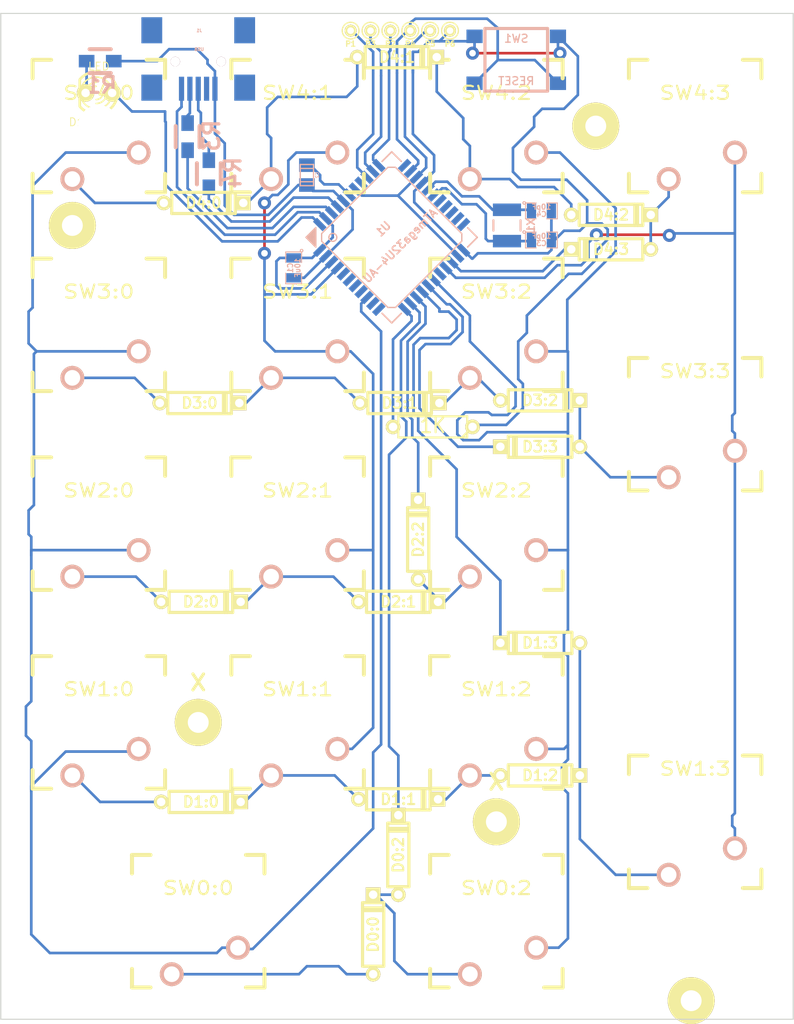
<source format=kicad_pcb>
(kicad_pcb (version 3) (host pcbnew "(2014-jan-25)-product")

  (general
    (links 92)
    (no_connects 4)
    (area 90.010889 58.785259 185.198112 160.155128)
    (thickness 1.6)
    (drawings 4)
    (tracks 493)
    (zones 0)
    (modules 58)
    (nets 56)
  )

  (page USLetter)
  (title_block
    (title TenKey)
    (date "27 Apr 2016")
    (rev WIP)
    (company "Ken Barbour")
    (comment 1 "Not Checked")
  )

  (layers
    (15 F.Cu signal)
    (0 B.Cu signal)
    (16 B.Adhes user)
    (17 F.Adhes user hide)
    (18 B.Paste user)
    (19 F.Paste user hide)
    (20 B.SilkS user)
    (21 F.SilkS user)
    (22 B.Mask user)
    (23 F.Mask user)
    (24 Dwgs.User user)
    (25 Cmts.User user)
    (26 Eco1.User user)
    (27 Eco2.User user hide)
    (28 Edge.Cuts user)
  )

  (setup
    (last_trace_width 0.254)
    (trace_clearance 0.254)
    (zone_clearance 0.508)
    (zone_45_only no)
    (trace_min 0.254)
    (segment_width 0.2)
    (edge_width 0.1)
    (via_size 1.25)
    (via_drill 0.635)
    (via_min_size 0.889)
    (via_min_drill 0.508)
    (uvia_size 0.508)
    (uvia_drill 0.127)
    (uvias_allowed no)
    (uvia_min_size 0.508)
    (uvia_min_drill 0.127)
    (pcb_text_width 0.3)
    (pcb_text_size 1.5 1.5)
    (mod_edge_width 0.15)
    (mod_text_size 1 1)
    (mod_text_width 0.15)
    (pad_size 4.50088 4.50088)
    (pad_drill 1.99898)
    (pad_to_mask_clearance 0)
    (aux_axis_origin 0 0)
    (visible_elements FFFFFF7F)
    (pcbplotparams
      (layerselection 3145729)
      (usegerberextensions false)
      (excludeedgelayer false)
      (linewidth 0.150000)
      (plotframeref true)
      (viasonmask false)
      (mode 1)
      (useauxorigin false)
      (hpglpennumber 1)
      (hpglpenspeed 20)
      (hpglpendiameter 15)
      (hpglpenoverlay 2)
      (psnegative false)
      (psa4output false)
      (plotreference true)
      (plotvalue true)
      (plotothertext true)
      (plotinvisibletext false)
      (padsonsilk false)
      (subtractmaskfromsilk false)
      (outputformat 4)
      (mirror false)
      (drillshape 2)
      (scaleselection 1)
      (outputdirectory plot/))
  )

  (net 0 "")
  (net 1 /+5V)
  (net 2 GND)
  (net 3 "Net-(C2-Pad1)")
  (net 4 "Net-(C3-Pad1)")
  (net 5 "Net-(C4-Pad1)")
  (net 6 "Net-(D0:0-Pad2)")
  (net 7 "Net-(D0:0-Pad1)")
  (net 8 /ROW0)
  (net 9 "Net-(D1:0-Pad2)")
  (net 10 "Net-(D1:0-Pad1)")
  (net 11 "Net-(D1:1-Pad2)")
  (net 12 "Net-(D1:2-Pad2)")
  (net 13 /ROW1)
  (net 14 "Net-(D2:0-Pad2)")
  (net 15 "Net-(D2:0-Pad1)")
  (net 16 "Net-(D2:1-Pad2)")
  (net 17 /ROW2)
  (net 18 "Net-(D3:0-Pad2)")
  (net 19 "Net-(D3:0-Pad1)")
  (net 20 "Net-(D3:1-Pad2)")
  (net 21 "Net-(D3:2-Pad2)")
  (net 22 /ROW3)
  (net 23 "Net-(D4:0-Pad2)")
  (net 24 "Net-(D4:0-Pad1)")
  (net 25 "Net-(D4:1-Pad2)")
  (net 26 "Net-(D4:2-Pad2)")
  (net 27 /ROW4)
  (net 28 /LED_A)
  (net 29 "Net-(D18-Pad2)")
  (net 30 /SCK)
  (net 31 /MISO)
  (net 32 /MOSI)
  (net 33 /RESET)
  (net 34 "Net-(R3-Pad1)")
  (net 35 "Net-(J1-Pad2)")
  (net 36 "Net-(R4-Pad1)")
  (net 37 "Net-(J1-Pad3)")
  (net 38 "Net-(R5-Pad2)")
  (net 39 /COL0)
  (net 40 /COL2)
  (net 41 /COL1)
  (net 42 /COL3)
  (net 43 "Net-(U1-Pad8)")
  (net 44 "Net-(U1-Pad12)")
  (net 45 "Net-(U1-Pad18)")
  (net 46 "Net-(U1-Pad19)")
  (net 47 "Net-(U1-Pad27)")
  (net 48 "Net-(U1-Pad37)")
  (net 49 "Net-(U1-Pad38)")
  (net 50 "Net-(U1-Pad39)")
  (net 51 "Net-(U1-Pad40)")
  (net 52 "Net-(U1-Pad20)")
  (net 53 "Net-(U1-Pad21)")
  (net 54 "Net-(U1-Pad22)")
  (net 55 "Net-(J1-Pad4)")

  (net_class Default "This is the default net class."
    (clearance 0.254)
    (trace_width 0.254)
    (via_dia 1.25)
    (via_drill 0.635)
    (uvia_dia 0.508)
    (uvia_drill 0.127)
    (add_net /+5V)
    (add_net /COL0)
    (add_net /COL1)
    (add_net /COL2)
    (add_net /COL3)
    (add_net /LED_A)
    (add_net /MISO)
    (add_net /MOSI)
    (add_net /RESET)
    (add_net /ROW0)
    (add_net /ROW1)
    (add_net /ROW2)
    (add_net /ROW3)
    (add_net /ROW4)
    (add_net /SCK)
    (add_net GND)
    (add_net "Net-(C2-Pad1)")
    (add_net "Net-(C3-Pad1)")
    (add_net "Net-(C4-Pad1)")
    (add_net "Net-(D0:0-Pad1)")
    (add_net "Net-(D0:0-Pad2)")
    (add_net "Net-(D18-Pad2)")
    (add_net "Net-(D1:0-Pad1)")
    (add_net "Net-(D1:0-Pad2)")
    (add_net "Net-(D1:1-Pad2)")
    (add_net "Net-(D1:2-Pad2)")
    (add_net "Net-(D2:0-Pad1)")
    (add_net "Net-(D2:0-Pad2)")
    (add_net "Net-(D2:1-Pad2)")
    (add_net "Net-(D3:0-Pad1)")
    (add_net "Net-(D3:0-Pad2)")
    (add_net "Net-(D3:1-Pad2)")
    (add_net "Net-(D3:2-Pad2)")
    (add_net "Net-(D4:0-Pad1)")
    (add_net "Net-(D4:0-Pad2)")
    (add_net "Net-(D4:1-Pad2)")
    (add_net "Net-(D4:2-Pad2)")
    (add_net "Net-(J1-Pad2)")
    (add_net "Net-(J1-Pad3)")
    (add_net "Net-(J1-Pad4)")
    (add_net "Net-(R3-Pad1)")
    (add_net "Net-(R4-Pad1)")
    (add_net "Net-(R5-Pad2)")
    (add_net "Net-(U1-Pad12)")
    (add_net "Net-(U1-Pad18)")
    (add_net "Net-(U1-Pad19)")
    (add_net "Net-(U1-Pad20)")
    (add_net "Net-(U1-Pad21)")
    (add_net "Net-(U1-Pad22)")
    (add_net "Net-(U1-Pad27)")
    (add_net "Net-(U1-Pad37)")
    (add_net "Net-(U1-Pad38)")
    (add_net "Net-(U1-Pad39)")
    (add_net "Net-(U1-Pad40)")
    (add_net "Net-(U1-Pad8)")
  )

  (module Keyboard:CHERRY_PCB_100H (layer F.Cu) (tedit 5718F353) (tstamp 57153DFD)
    (at 130.175 71.12 180)
    (path /56FED295)
    (fp_text reference SW4:1 (at 0 3.175 180) (layer F.SilkS)
      (effects (font (size 1.27 1.524) (thickness 0.2032)))
    )
    (fp_text value DIVIDE (at 0 5.08 180) (layer F.SilkS) hide
      (effects (font (size 1.27 1.524) (thickness 0.2032)))
    )
    (fp_text user 1.00u (at 0 7.62 180) (layer Dwgs.User)
      (effects (font (thickness 0.3048)))
    )
    (fp_line (start -6.35 -6.35) (end 6.35 -6.35) (layer Cmts.User) (width 0.1524))
    (fp_line (start 6.35 -6.35) (end 6.35 6.35) (layer Cmts.User) (width 0.1524))
    (fp_line (start 6.35 6.35) (end -6.35 6.35) (layer Cmts.User) (width 0.1524))
    (fp_line (start -6.35 6.35) (end -6.35 -6.35) (layer Cmts.User) (width 0.1524))
    (fp_line (start -9.398 -9.398) (end 9.398 -9.398) (layer Dwgs.User) (width 0.1524))
    (fp_line (start 9.398 -9.398) (end 9.398 9.398) (layer Dwgs.User) (width 0.1524))
    (fp_line (start 9.398 9.398) (end -9.398 9.398) (layer Dwgs.User) (width 0.1524))
    (fp_line (start -9.398 9.398) (end -9.398 -9.398) (layer Dwgs.User) (width 0.1524))
    (fp_line (start -6.35 -6.35) (end -4.572 -6.35) (layer F.SilkS) (width 0.381))
    (fp_line (start 4.572 -6.35) (end 6.35 -6.35) (layer F.SilkS) (width 0.381))
    (fp_line (start 6.35 -6.35) (end 6.35 -4.572) (layer F.SilkS) (width 0.381))
    (fp_line (start 6.35 4.572) (end 6.35 6.35) (layer F.SilkS) (width 0.381))
    (fp_line (start 6.35 6.35) (end 4.572 6.35) (layer F.SilkS) (width 0.381))
    (fp_line (start -4.572 6.35) (end -6.35 6.35) (layer F.SilkS) (width 0.381))
    (fp_line (start -6.35 6.35) (end -6.35 4.572) (layer F.SilkS) (width 0.381))
    (fp_line (start -6.35 -4.572) (end -6.35 -6.35) (layer F.SilkS) (width 0.381))
    (fp_line (start -6.985 -6.985) (end 6.985 -6.985) (layer Eco2.User) (width 0.1524))
    (fp_line (start 6.985 -6.985) (end 6.985 6.985) (layer Eco2.User) (width 0.1524))
    (fp_line (start 6.985 6.985) (end -6.985 6.985) (layer Eco2.User) (width 0.1524))
    (fp_line (start -6.985 6.985) (end -6.985 -6.985) (layer Eco2.User) (width 0.1524))
    (pad 1 thru_hole circle (at 2.54 -5.08 180) (size 2.286 2.286) (drill 1.4986) (layers *.Cu *.SilkS *.Mask)
      (net 23 "Net-(D4:0-Pad2)"))
    (pad 2 thru_hole circle (at -3.81 -2.54 180) (size 2.286 2.286) (drill 1.4986) (layers *.Cu *.SilkS *.Mask)
      (net 41 /COL1))
    (pad HOLE np_thru_hole circle (at 0 0 180) (size 3.9878 3.9878) (drill 3.9878) (layers *.Cu))
    (pad HOLE np_thru_hole circle (at -5.08 0 180) (size 1.7018 1.7018) (drill 1.7018) (layers *.Cu))
    (pad HOLE np_thru_hole circle (at 5.08 0 180) (size 1.7018 1.7018) (drill 1.7018) (layers *.Cu))
  )

  (module SMD_Packages:SM0805 (layer B.Cu) (tedit 57153511) (tstamp 571539DC)
    (at 129.794 84.709 270)
    (path /57151BF7)
    (attr smd)
    (fp_text reference C1 (at 0 0.3175 270) (layer B.SilkS)
      (effects (font (size 0.50038 0.50038) (thickness 0.10922)) (justify mirror))
    )
    (fp_text value 10uF (at 0 -0.381 270) (layer B.SilkS)
      (effects (font (size 0.50038 0.50038) (thickness 0.10922)) (justify mirror))
    )
    (fp_circle (center -1.651 -0.762) (end -1.651 -0.635) (layer B.SilkS) (width 0.09906))
    (fp_line (start -0.508 -0.762) (end -1.524 -0.762) (layer B.SilkS) (width 0.09906))
    (fp_line (start -1.524 -0.762) (end -1.524 0.762) (layer B.SilkS) (width 0.09906))
    (fp_line (start -1.524 0.762) (end -0.508 0.762) (layer B.SilkS) (width 0.09906))
    (fp_line (start 0.508 0.762) (end 1.524 0.762) (layer B.SilkS) (width 0.09906))
    (fp_line (start 1.524 0.762) (end 1.524 -0.762) (layer B.SilkS) (width 0.09906))
    (fp_line (start 1.524 -0.762) (end 0.508 -0.762) (layer B.SilkS) (width 0.09906))
    (pad 1 smd rect (at -0.9525 0 270) (size 0.889 1.397) (layers B.Cu B.Paste B.Mask)
      (net 1 /+5V))
    (pad 2 smd rect (at 0.9525 0 270) (size 0.889 1.397) (layers B.Cu B.Paste B.Mask)
      (net 2 GND))
    (model smd/chip_cms.wrl
      (at (xyz 0 0 0))
      (scale (xyz 0.1 0.1 0.1))
      (rotate (xyz 0 0 0))
    )
  )

  (module SMD_Packages:SM0805 (layer B.Cu) (tedit 57153511) (tstamp 571DD793)
    (at 153.543 82.042)
    (path /5715255E)
    (attr smd)
    (fp_text reference C3 (at 0 0.3175) (layer B.SilkS)
      (effects (font (size 0.50038 0.50038) (thickness 0.10922)) (justify mirror))
    )
    (fp_text value 10pF (at 0 -0.381) (layer B.SilkS)
      (effects (font (size 0.50038 0.50038) (thickness 0.10922)) (justify mirror))
    )
    (fp_circle (center -1.651 -0.762) (end -1.651 -0.635) (layer B.SilkS) (width 0.09906))
    (fp_line (start -0.508 -0.762) (end -1.524 -0.762) (layer B.SilkS) (width 0.09906))
    (fp_line (start -1.524 -0.762) (end -1.524 0.762) (layer B.SilkS) (width 0.09906))
    (fp_line (start -1.524 0.762) (end -0.508 0.762) (layer B.SilkS) (width 0.09906))
    (fp_line (start 0.508 0.762) (end 1.524 0.762) (layer B.SilkS) (width 0.09906))
    (fp_line (start 1.524 0.762) (end 1.524 -0.762) (layer B.SilkS) (width 0.09906))
    (fp_line (start 1.524 -0.762) (end 0.508 -0.762) (layer B.SilkS) (width 0.09906))
    (pad 1 smd rect (at -0.9525 0) (size 0.889 1.397) (layers B.Cu B.Paste B.Mask)
      (net 4 "Net-(C3-Pad1)"))
    (pad 2 smd rect (at 0.9525 0) (size 0.889 1.397) (layers B.Cu B.Paste B.Mask)
      (net 2 GND))
    (model smd/chip_cms.wrl
      (at (xyz 0 0 0))
      (scale (xyz 0.1 0.1 0.1))
      (rotate (xyz 0 0 0))
    )
  )

  (module SMD_Packages:SM0805 (layer B.Cu) (tedit 57153511) (tstamp 571DD785)
    (at 153.543 79.248)
    (path /57152546)
    (attr smd)
    (fp_text reference C4 (at 0 0.3175) (layer B.SilkS)
      (effects (font (size 0.50038 0.50038) (thickness 0.10922)) (justify mirror))
    )
    (fp_text value 10pF (at 0 -0.381) (layer B.SilkS)
      (effects (font (size 0.50038 0.50038) (thickness 0.10922)) (justify mirror))
    )
    (fp_circle (center -1.651 -0.762) (end -1.651 -0.635) (layer B.SilkS) (width 0.09906))
    (fp_line (start -0.508 -0.762) (end -1.524 -0.762) (layer B.SilkS) (width 0.09906))
    (fp_line (start -1.524 -0.762) (end -1.524 0.762) (layer B.SilkS) (width 0.09906))
    (fp_line (start -1.524 0.762) (end -0.508 0.762) (layer B.SilkS) (width 0.09906))
    (fp_line (start 0.508 0.762) (end 1.524 0.762) (layer B.SilkS) (width 0.09906))
    (fp_line (start 1.524 0.762) (end 1.524 -0.762) (layer B.SilkS) (width 0.09906))
    (fp_line (start 1.524 -0.762) (end 0.508 -0.762) (layer B.SilkS) (width 0.09906))
    (pad 1 smd rect (at -0.9525 0) (size 0.889 1.397) (layers B.Cu B.Paste B.Mask)
      (net 5 "Net-(C4-Pad1)"))
    (pad 2 smd rect (at 0.9525 0) (size 0.889 1.397) (layers B.Cu B.Paste B.Mask)
      (net 2 GND))
    (model smd/chip_cms.wrl
      (at (xyz 0 0 0))
      (scale (xyz 0.1 0.1 0.1))
      (rotate (xyz 0 0 0))
    )
  )

  (module Discret:D3 (layer F.Cu) (tedit 57153511) (tstamp 57153A0E)
    (at 137.414 148.59 90)
    (descr "Diode 3 pas")
    (tags "DIODE DEV")
    (path /56FED0D3)
    (fp_text reference D0:0 (at 0 0 90) (layer F.SilkS)
      (effects (font (size 1.016 1.016) (thickness 0.2032)))
    )
    (fp_text value DIODE (at 0 0 90) (layer F.SilkS) hide
      (effects (font (size 1.016 1.016) (thickness 0.2032)))
    )
    (fp_line (start 3.81 0) (end 3.048 0) (layer F.SilkS) (width 0.3048))
    (fp_line (start 3.048 0) (end 3.048 -1.016) (layer F.SilkS) (width 0.3048))
    (fp_line (start 3.048 -1.016) (end -3.048 -1.016) (layer F.SilkS) (width 0.3048))
    (fp_line (start -3.048 -1.016) (end -3.048 0) (layer F.SilkS) (width 0.3048))
    (fp_line (start -3.048 0) (end -3.81 0) (layer F.SilkS) (width 0.3048))
    (fp_line (start -3.048 0) (end -3.048 1.016) (layer F.SilkS) (width 0.3048))
    (fp_line (start -3.048 1.016) (end 3.048 1.016) (layer F.SilkS) (width 0.3048))
    (fp_line (start 3.048 1.016) (end 3.048 0) (layer F.SilkS) (width 0.3048))
    (fp_line (start 2.54 -1.016) (end 2.54 1.016) (layer F.SilkS) (width 0.3048))
    (fp_line (start 2.286 1.016) (end 2.286 -1.016) (layer F.SilkS) (width 0.3048))
    (pad 2 thru_hole rect (at 3.81 0 90) (size 1.397 1.397) (drill 0.8128) (layers *.Cu *.Mask F.SilkS)
      (net 6 "Net-(D0:0-Pad2)"))
    (pad 1 thru_hole circle (at -3.81 0 90) (size 1.397 1.397) (drill 0.8128) (layers *.Cu *.Mask F.SilkS)
      (net 7 "Net-(D0:0-Pad1)"))
    (model discret/diode.wrl
      (at (xyz 0 0 0))
      (scale (xyz 0.3 0.3 0.3))
      (rotate (xyz 0 0 0))
    )
  )

  (module Discret:D3 (layer F.Cu) (tedit 57153511) (tstamp 57153A1E)
    (at 139.827 140.97 90)
    (descr "Diode 3 pas")
    (tags "DIODE DEV")
    (path /56FED40B)
    (fp_text reference D0:2 (at 0 0 90) (layer F.SilkS)
      (effects (font (size 1.016 1.016) (thickness 0.2032)))
    )
    (fp_text value DIODE (at 0 0 90) (layer F.SilkS) hide
      (effects (font (size 1.016 1.016) (thickness 0.2032)))
    )
    (fp_line (start 3.81 0) (end 3.048 0) (layer F.SilkS) (width 0.3048))
    (fp_line (start 3.048 0) (end 3.048 -1.016) (layer F.SilkS) (width 0.3048))
    (fp_line (start 3.048 -1.016) (end -3.048 -1.016) (layer F.SilkS) (width 0.3048))
    (fp_line (start -3.048 -1.016) (end -3.048 0) (layer F.SilkS) (width 0.3048))
    (fp_line (start -3.048 0) (end -3.81 0) (layer F.SilkS) (width 0.3048))
    (fp_line (start -3.048 0) (end -3.048 1.016) (layer F.SilkS) (width 0.3048))
    (fp_line (start -3.048 1.016) (end 3.048 1.016) (layer F.SilkS) (width 0.3048))
    (fp_line (start 3.048 1.016) (end 3.048 0) (layer F.SilkS) (width 0.3048))
    (fp_line (start 2.54 -1.016) (end 2.54 1.016) (layer F.SilkS) (width 0.3048))
    (fp_line (start 2.286 1.016) (end 2.286 -1.016) (layer F.SilkS) (width 0.3048))
    (pad 2 thru_hole rect (at 3.81 0 90) (size 1.397 1.397) (drill 0.8128) (layers *.Cu *.Mask F.SilkS)
      (net 8 /ROW0))
    (pad 1 thru_hole circle (at -3.81 0 90) (size 1.397 1.397) (drill 0.8128) (layers *.Cu *.Mask F.SilkS)
      (net 6 "Net-(D0:0-Pad2)"))
    (model discret/diode.wrl
      (at (xyz 0 0 0))
      (scale (xyz 0.3 0.3 0.3))
      (rotate (xyz 0 0 0))
    )
  )

  (module Discret:D3 (layer F.Cu) (tedit 57153511) (tstamp 57153A2E)
    (at 120.904 135.89)
    (descr "Diode 3 pas")
    (tags "DIODE DEV")
    (path /56FED0C7)
    (fp_text reference D1:0 (at 0 0) (layer F.SilkS)
      (effects (font (size 1.016 1.016) (thickness 0.2032)))
    )
    (fp_text value DIODE (at 0 0) (layer F.SilkS) hide
      (effects (font (size 1.016 1.016) (thickness 0.2032)))
    )
    (fp_line (start 3.81 0) (end 3.048 0) (layer F.SilkS) (width 0.3048))
    (fp_line (start 3.048 0) (end 3.048 -1.016) (layer F.SilkS) (width 0.3048))
    (fp_line (start 3.048 -1.016) (end -3.048 -1.016) (layer F.SilkS) (width 0.3048))
    (fp_line (start -3.048 -1.016) (end -3.048 0) (layer F.SilkS) (width 0.3048))
    (fp_line (start -3.048 0) (end -3.81 0) (layer F.SilkS) (width 0.3048))
    (fp_line (start -3.048 0) (end -3.048 1.016) (layer F.SilkS) (width 0.3048))
    (fp_line (start -3.048 1.016) (end 3.048 1.016) (layer F.SilkS) (width 0.3048))
    (fp_line (start 3.048 1.016) (end 3.048 0) (layer F.SilkS) (width 0.3048))
    (fp_line (start 2.54 -1.016) (end 2.54 1.016) (layer F.SilkS) (width 0.3048))
    (fp_line (start 2.286 1.016) (end 2.286 -1.016) (layer F.SilkS) (width 0.3048))
    (pad 2 thru_hole rect (at 3.81 0) (size 1.397 1.397) (drill 0.8128) (layers *.Cu *.Mask F.SilkS)
      (net 9 "Net-(D1:0-Pad2)"))
    (pad 1 thru_hole circle (at -3.81 0) (size 1.397 1.397) (drill 0.8128) (layers *.Cu *.Mask F.SilkS)
      (net 10 "Net-(D1:0-Pad1)"))
    (model discret/diode.wrl
      (at (xyz 0 0 0))
      (scale (xyz 0.3 0.3 0.3))
      (rotate (xyz 0 0 0))
    )
  )

  (module Discret:D3 (layer F.Cu) (tedit 57153511) (tstamp 57153A3E)
    (at 139.827 135.636)
    (descr "Diode 3 pas")
    (tags "DIODE DEV")
    (path /56FED2BF)
    (fp_text reference D1:1 (at 0 0) (layer F.SilkS)
      (effects (font (size 1.016 1.016) (thickness 0.2032)))
    )
    (fp_text value DIODE (at 0 0) (layer F.SilkS) hide
      (effects (font (size 1.016 1.016) (thickness 0.2032)))
    )
    (fp_line (start 3.81 0) (end 3.048 0) (layer F.SilkS) (width 0.3048))
    (fp_line (start 3.048 0) (end 3.048 -1.016) (layer F.SilkS) (width 0.3048))
    (fp_line (start 3.048 -1.016) (end -3.048 -1.016) (layer F.SilkS) (width 0.3048))
    (fp_line (start -3.048 -1.016) (end -3.048 0) (layer F.SilkS) (width 0.3048))
    (fp_line (start -3.048 0) (end -3.81 0) (layer F.SilkS) (width 0.3048))
    (fp_line (start -3.048 0) (end -3.048 1.016) (layer F.SilkS) (width 0.3048))
    (fp_line (start -3.048 1.016) (end 3.048 1.016) (layer F.SilkS) (width 0.3048))
    (fp_line (start 3.048 1.016) (end 3.048 0) (layer F.SilkS) (width 0.3048))
    (fp_line (start 2.54 -1.016) (end 2.54 1.016) (layer F.SilkS) (width 0.3048))
    (fp_line (start 2.286 1.016) (end 2.286 -1.016) (layer F.SilkS) (width 0.3048))
    (pad 2 thru_hole rect (at 3.81 0) (size 1.397 1.397) (drill 0.8128) (layers *.Cu *.Mask F.SilkS)
      (net 11 "Net-(D1:1-Pad2)"))
    (pad 1 thru_hole circle (at -3.81 0) (size 1.397 1.397) (drill 0.8128) (layers *.Cu *.Mask F.SilkS)
      (net 9 "Net-(D1:0-Pad2)"))
    (model discret/diode.wrl
      (at (xyz 0 0 0))
      (scale (xyz 0.3 0.3 0.3))
      (rotate (xyz 0 0 0))
    )
  )

  (module Discret:D3 (layer F.Cu) (tedit 57153511) (tstamp 57153A4E)
    (at 153.416 133.35)
    (descr "Diode 3 pas")
    (tags "DIODE DEV")
    (path /56FED3FF)
    (fp_text reference D1:2 (at 0 0) (layer F.SilkS)
      (effects (font (size 1.016 1.016) (thickness 0.2032)))
    )
    (fp_text value DIODE (at 0 0) (layer F.SilkS) hide
      (effects (font (size 1.016 1.016) (thickness 0.2032)))
    )
    (fp_line (start 3.81 0) (end 3.048 0) (layer F.SilkS) (width 0.3048))
    (fp_line (start 3.048 0) (end 3.048 -1.016) (layer F.SilkS) (width 0.3048))
    (fp_line (start 3.048 -1.016) (end -3.048 -1.016) (layer F.SilkS) (width 0.3048))
    (fp_line (start -3.048 -1.016) (end -3.048 0) (layer F.SilkS) (width 0.3048))
    (fp_line (start -3.048 0) (end -3.81 0) (layer F.SilkS) (width 0.3048))
    (fp_line (start -3.048 0) (end -3.048 1.016) (layer F.SilkS) (width 0.3048))
    (fp_line (start -3.048 1.016) (end 3.048 1.016) (layer F.SilkS) (width 0.3048))
    (fp_line (start 3.048 1.016) (end 3.048 0) (layer F.SilkS) (width 0.3048))
    (fp_line (start 2.54 -1.016) (end 2.54 1.016) (layer F.SilkS) (width 0.3048))
    (fp_line (start 2.286 1.016) (end 2.286 -1.016) (layer F.SilkS) (width 0.3048))
    (pad 2 thru_hole rect (at 3.81 0) (size 1.397 1.397) (drill 0.8128) (layers *.Cu *.Mask F.SilkS)
      (net 12 "Net-(D1:2-Pad2)"))
    (pad 1 thru_hole circle (at -3.81 0) (size 1.397 1.397) (drill 0.8128) (layers *.Cu *.Mask F.SilkS)
      (net 11 "Net-(D1:1-Pad2)"))
    (model discret/diode.wrl
      (at (xyz 0 0 0))
      (scale (xyz 0.3 0.3 0.3))
      (rotate (xyz 0 0 0))
    )
  )

  (module Discret:D3 (layer F.Cu) (tedit 57153511) (tstamp 57153A5E)
    (at 153.416 120.65 180)
    (descr "Diode 3 pas")
    (tags "DIODE DEV")
    (path /56FED5FF)
    (fp_text reference D1:3 (at 0 0 180) (layer F.SilkS)
      (effects (font (size 1.016 1.016) (thickness 0.2032)))
    )
    (fp_text value DIODE (at 0 0 180) (layer F.SilkS) hide
      (effects (font (size 1.016 1.016) (thickness 0.2032)))
    )
    (fp_line (start 3.81 0) (end 3.048 0) (layer F.SilkS) (width 0.3048))
    (fp_line (start 3.048 0) (end 3.048 -1.016) (layer F.SilkS) (width 0.3048))
    (fp_line (start 3.048 -1.016) (end -3.048 -1.016) (layer F.SilkS) (width 0.3048))
    (fp_line (start -3.048 -1.016) (end -3.048 0) (layer F.SilkS) (width 0.3048))
    (fp_line (start -3.048 0) (end -3.81 0) (layer F.SilkS) (width 0.3048))
    (fp_line (start -3.048 0) (end -3.048 1.016) (layer F.SilkS) (width 0.3048))
    (fp_line (start -3.048 1.016) (end 3.048 1.016) (layer F.SilkS) (width 0.3048))
    (fp_line (start 3.048 1.016) (end 3.048 0) (layer F.SilkS) (width 0.3048))
    (fp_line (start 2.54 -1.016) (end 2.54 1.016) (layer F.SilkS) (width 0.3048))
    (fp_line (start 2.286 1.016) (end 2.286 -1.016) (layer F.SilkS) (width 0.3048))
    (pad 2 thru_hole rect (at 3.81 0 180) (size 1.397 1.397) (drill 0.8128) (layers *.Cu *.Mask F.SilkS)
      (net 13 /ROW1))
    (pad 1 thru_hole circle (at -3.81 0 180) (size 1.397 1.397) (drill 0.8128) (layers *.Cu *.Mask F.SilkS)
      (net 12 "Net-(D1:2-Pad2)"))
    (model discret/diode.wrl
      (at (xyz 0 0 0))
      (scale (xyz 0.3 0.3 0.3))
      (rotate (xyz 0 0 0))
    )
  )

  (module Discret:D3 (layer F.Cu) (tedit 57153511) (tstamp 57153A6E)
    (at 120.904 116.713)
    (descr "Diode 3 pas")
    (tags "DIODE DEV")
    (path /56FED0BB)
    (fp_text reference D2:0 (at 0 0) (layer F.SilkS)
      (effects (font (size 1.016 1.016) (thickness 0.2032)))
    )
    (fp_text value DIODE (at 0 0) (layer F.SilkS) hide
      (effects (font (size 1.016 1.016) (thickness 0.2032)))
    )
    (fp_line (start 3.81 0) (end 3.048 0) (layer F.SilkS) (width 0.3048))
    (fp_line (start 3.048 0) (end 3.048 -1.016) (layer F.SilkS) (width 0.3048))
    (fp_line (start 3.048 -1.016) (end -3.048 -1.016) (layer F.SilkS) (width 0.3048))
    (fp_line (start -3.048 -1.016) (end -3.048 0) (layer F.SilkS) (width 0.3048))
    (fp_line (start -3.048 0) (end -3.81 0) (layer F.SilkS) (width 0.3048))
    (fp_line (start -3.048 0) (end -3.048 1.016) (layer F.SilkS) (width 0.3048))
    (fp_line (start -3.048 1.016) (end 3.048 1.016) (layer F.SilkS) (width 0.3048))
    (fp_line (start 3.048 1.016) (end 3.048 0) (layer F.SilkS) (width 0.3048))
    (fp_line (start 2.54 -1.016) (end 2.54 1.016) (layer F.SilkS) (width 0.3048))
    (fp_line (start 2.286 1.016) (end 2.286 -1.016) (layer F.SilkS) (width 0.3048))
    (pad 2 thru_hole rect (at 3.81 0) (size 1.397 1.397) (drill 0.8128) (layers *.Cu *.Mask F.SilkS)
      (net 14 "Net-(D2:0-Pad2)"))
    (pad 1 thru_hole circle (at -3.81 0) (size 1.397 1.397) (drill 0.8128) (layers *.Cu *.Mask F.SilkS)
      (net 15 "Net-(D2:0-Pad1)"))
    (model discret/diode.wrl
      (at (xyz 0 0 0))
      (scale (xyz 0.3 0.3 0.3))
      (rotate (xyz 0 0 0))
    )
  )

  (module Discret:D3 (layer F.Cu) (tedit 57153511) (tstamp 57153A7E)
    (at 139.827 116.713)
    (descr "Diode 3 pas")
    (tags "DIODE DEV")
    (path /56FED2B3)
    (fp_text reference D2:1 (at 0 0) (layer F.SilkS)
      (effects (font (size 1.016 1.016) (thickness 0.2032)))
    )
    (fp_text value DIODE (at 0 0) (layer F.SilkS) hide
      (effects (font (size 1.016 1.016) (thickness 0.2032)))
    )
    (fp_line (start 3.81 0) (end 3.048 0) (layer F.SilkS) (width 0.3048))
    (fp_line (start 3.048 0) (end 3.048 -1.016) (layer F.SilkS) (width 0.3048))
    (fp_line (start 3.048 -1.016) (end -3.048 -1.016) (layer F.SilkS) (width 0.3048))
    (fp_line (start -3.048 -1.016) (end -3.048 0) (layer F.SilkS) (width 0.3048))
    (fp_line (start -3.048 0) (end -3.81 0) (layer F.SilkS) (width 0.3048))
    (fp_line (start -3.048 0) (end -3.048 1.016) (layer F.SilkS) (width 0.3048))
    (fp_line (start -3.048 1.016) (end 3.048 1.016) (layer F.SilkS) (width 0.3048))
    (fp_line (start 3.048 1.016) (end 3.048 0) (layer F.SilkS) (width 0.3048))
    (fp_line (start 2.54 -1.016) (end 2.54 1.016) (layer F.SilkS) (width 0.3048))
    (fp_line (start 2.286 1.016) (end 2.286 -1.016) (layer F.SilkS) (width 0.3048))
    (pad 2 thru_hole rect (at 3.81 0) (size 1.397 1.397) (drill 0.8128) (layers *.Cu *.Mask F.SilkS)
      (net 16 "Net-(D2:1-Pad2)"))
    (pad 1 thru_hole circle (at -3.81 0) (size 1.397 1.397) (drill 0.8128) (layers *.Cu *.Mask F.SilkS)
      (net 14 "Net-(D2:0-Pad2)"))
    (model discret/diode.wrl
      (at (xyz 0 0 0))
      (scale (xyz 0.3 0.3 0.3))
      (rotate (xyz 0 0 0))
    )
  )

  (module Discret:D3 (layer F.Cu) (tedit 57153511) (tstamp 57153A8E)
    (at 141.732 110.744 90)
    (descr "Diode 3 pas")
    (tags "DIODE DEV")
    (path /56FED3F3)
    (fp_text reference D2:2 (at 0 0 90) (layer F.SilkS)
      (effects (font (size 1.016 1.016) (thickness 0.2032)))
    )
    (fp_text value DIODE (at 0 0 90) (layer F.SilkS) hide
      (effects (font (size 1.016 1.016) (thickness 0.2032)))
    )
    (fp_line (start 3.81 0) (end 3.048 0) (layer F.SilkS) (width 0.3048))
    (fp_line (start 3.048 0) (end 3.048 -1.016) (layer F.SilkS) (width 0.3048))
    (fp_line (start 3.048 -1.016) (end -3.048 -1.016) (layer F.SilkS) (width 0.3048))
    (fp_line (start -3.048 -1.016) (end -3.048 0) (layer F.SilkS) (width 0.3048))
    (fp_line (start -3.048 0) (end -3.81 0) (layer F.SilkS) (width 0.3048))
    (fp_line (start -3.048 0) (end -3.048 1.016) (layer F.SilkS) (width 0.3048))
    (fp_line (start -3.048 1.016) (end 3.048 1.016) (layer F.SilkS) (width 0.3048))
    (fp_line (start 3.048 1.016) (end 3.048 0) (layer F.SilkS) (width 0.3048))
    (fp_line (start 2.54 -1.016) (end 2.54 1.016) (layer F.SilkS) (width 0.3048))
    (fp_line (start 2.286 1.016) (end 2.286 -1.016) (layer F.SilkS) (width 0.3048))
    (pad 2 thru_hole rect (at 3.81 0 90) (size 1.397 1.397) (drill 0.8128) (layers *.Cu *.Mask F.SilkS)
      (net 17 /ROW2))
    (pad 1 thru_hole circle (at -3.81 0 90) (size 1.397 1.397) (drill 0.8128) (layers *.Cu *.Mask F.SilkS)
      (net 16 "Net-(D2:1-Pad2)"))
    (model discret/diode.wrl
      (at (xyz 0 0 0))
      (scale (xyz 0.3 0.3 0.3))
      (rotate (xyz 0 0 0))
    )
  )

  (module Discret:D3 (layer F.Cu) (tedit 57153511) (tstamp 57153A9E)
    (at 120.777 97.663)
    (descr "Diode 3 pas")
    (tags "DIODE DEV")
    (path /56FED0A6)
    (fp_text reference D3:0 (at 0 0) (layer F.SilkS)
      (effects (font (size 1.016 1.016) (thickness 0.2032)))
    )
    (fp_text value DIODE (at 0 0) (layer F.SilkS) hide
      (effects (font (size 1.016 1.016) (thickness 0.2032)))
    )
    (fp_line (start 3.81 0) (end 3.048 0) (layer F.SilkS) (width 0.3048))
    (fp_line (start 3.048 0) (end 3.048 -1.016) (layer F.SilkS) (width 0.3048))
    (fp_line (start 3.048 -1.016) (end -3.048 -1.016) (layer F.SilkS) (width 0.3048))
    (fp_line (start -3.048 -1.016) (end -3.048 0) (layer F.SilkS) (width 0.3048))
    (fp_line (start -3.048 0) (end -3.81 0) (layer F.SilkS) (width 0.3048))
    (fp_line (start -3.048 0) (end -3.048 1.016) (layer F.SilkS) (width 0.3048))
    (fp_line (start -3.048 1.016) (end 3.048 1.016) (layer F.SilkS) (width 0.3048))
    (fp_line (start 3.048 1.016) (end 3.048 0) (layer F.SilkS) (width 0.3048))
    (fp_line (start 2.54 -1.016) (end 2.54 1.016) (layer F.SilkS) (width 0.3048))
    (fp_line (start 2.286 1.016) (end 2.286 -1.016) (layer F.SilkS) (width 0.3048))
    (pad 2 thru_hole rect (at 3.81 0) (size 1.397 1.397) (drill 0.8128) (layers *.Cu *.Mask F.SilkS)
      (net 18 "Net-(D3:0-Pad2)"))
    (pad 1 thru_hole circle (at -3.81 0) (size 1.397 1.397) (drill 0.8128) (layers *.Cu *.Mask F.SilkS)
      (net 19 "Net-(D3:0-Pad1)"))
    (model discret/diode.wrl
      (at (xyz 0 0 0))
      (scale (xyz 0.3 0.3 0.3))
      (rotate (xyz 0 0 0))
    )
  )

  (module Discret:D3 (layer F.Cu) (tedit 57153511) (tstamp 57153AAE)
    (at 139.954 97.663)
    (descr "Diode 3 pas")
    (tags "DIODE DEV")
    (path /56FED2A7)
    (fp_text reference D3:1 (at 0 0) (layer F.SilkS)
      (effects (font (size 1.016 1.016) (thickness 0.2032)))
    )
    (fp_text value DIODE (at 0 0) (layer F.SilkS) hide
      (effects (font (size 1.016 1.016) (thickness 0.2032)))
    )
    (fp_line (start 3.81 0) (end 3.048 0) (layer F.SilkS) (width 0.3048))
    (fp_line (start 3.048 0) (end 3.048 -1.016) (layer F.SilkS) (width 0.3048))
    (fp_line (start 3.048 -1.016) (end -3.048 -1.016) (layer F.SilkS) (width 0.3048))
    (fp_line (start -3.048 -1.016) (end -3.048 0) (layer F.SilkS) (width 0.3048))
    (fp_line (start -3.048 0) (end -3.81 0) (layer F.SilkS) (width 0.3048))
    (fp_line (start -3.048 0) (end -3.048 1.016) (layer F.SilkS) (width 0.3048))
    (fp_line (start -3.048 1.016) (end 3.048 1.016) (layer F.SilkS) (width 0.3048))
    (fp_line (start 3.048 1.016) (end 3.048 0) (layer F.SilkS) (width 0.3048))
    (fp_line (start 2.54 -1.016) (end 2.54 1.016) (layer F.SilkS) (width 0.3048))
    (fp_line (start 2.286 1.016) (end 2.286 -1.016) (layer F.SilkS) (width 0.3048))
    (pad 2 thru_hole rect (at 3.81 0) (size 1.397 1.397) (drill 0.8128) (layers *.Cu *.Mask F.SilkS)
      (net 20 "Net-(D3:1-Pad2)"))
    (pad 1 thru_hole circle (at -3.81 0) (size 1.397 1.397) (drill 0.8128) (layers *.Cu *.Mask F.SilkS)
      (net 18 "Net-(D3:0-Pad2)"))
    (model discret/diode.wrl
      (at (xyz 0 0 0))
      (scale (xyz 0.3 0.3 0.3))
      (rotate (xyz 0 0 0))
    )
  )

  (module Discret:D3 (layer F.Cu) (tedit 57153511) (tstamp 57153ABE)
    (at 153.416 97.409)
    (descr "Diode 3 pas")
    (tags "DIODE DEV")
    (path /56FED3E7)
    (fp_text reference D3:2 (at 0 0) (layer F.SilkS)
      (effects (font (size 1.016 1.016) (thickness 0.2032)))
    )
    (fp_text value DIODE (at 0 0) (layer F.SilkS) hide
      (effects (font (size 1.016 1.016) (thickness 0.2032)))
    )
    (fp_line (start 3.81 0) (end 3.048 0) (layer F.SilkS) (width 0.3048))
    (fp_line (start 3.048 0) (end 3.048 -1.016) (layer F.SilkS) (width 0.3048))
    (fp_line (start 3.048 -1.016) (end -3.048 -1.016) (layer F.SilkS) (width 0.3048))
    (fp_line (start -3.048 -1.016) (end -3.048 0) (layer F.SilkS) (width 0.3048))
    (fp_line (start -3.048 0) (end -3.81 0) (layer F.SilkS) (width 0.3048))
    (fp_line (start -3.048 0) (end -3.048 1.016) (layer F.SilkS) (width 0.3048))
    (fp_line (start -3.048 1.016) (end 3.048 1.016) (layer F.SilkS) (width 0.3048))
    (fp_line (start 3.048 1.016) (end 3.048 0) (layer F.SilkS) (width 0.3048))
    (fp_line (start 2.54 -1.016) (end 2.54 1.016) (layer F.SilkS) (width 0.3048))
    (fp_line (start 2.286 1.016) (end 2.286 -1.016) (layer F.SilkS) (width 0.3048))
    (pad 2 thru_hole rect (at 3.81 0) (size 1.397 1.397) (drill 0.8128) (layers *.Cu *.Mask F.SilkS)
      (net 21 "Net-(D3:2-Pad2)"))
    (pad 1 thru_hole circle (at -3.81 0) (size 1.397 1.397) (drill 0.8128) (layers *.Cu *.Mask F.SilkS)
      (net 20 "Net-(D3:1-Pad2)"))
    (model discret/diode.wrl
      (at (xyz 0 0 0))
      (scale (xyz 0.3 0.3 0.3))
      (rotate (xyz 0 0 0))
    )
  )

  (module Discret:D3 (layer F.Cu) (tedit 57153511) (tstamp 57153ACE)
    (at 153.416 101.854 180)
    (descr "Diode 3 pas")
    (tags "DIODE DEV")
    (path /56FED5E7)
    (fp_text reference D3:3 (at 0 0 180) (layer F.SilkS)
      (effects (font (size 1.016 1.016) (thickness 0.2032)))
    )
    (fp_text value DIODE (at 0 0 180) (layer F.SilkS) hide
      (effects (font (size 1.016 1.016) (thickness 0.2032)))
    )
    (fp_line (start 3.81 0) (end 3.048 0) (layer F.SilkS) (width 0.3048))
    (fp_line (start 3.048 0) (end 3.048 -1.016) (layer F.SilkS) (width 0.3048))
    (fp_line (start 3.048 -1.016) (end -3.048 -1.016) (layer F.SilkS) (width 0.3048))
    (fp_line (start -3.048 -1.016) (end -3.048 0) (layer F.SilkS) (width 0.3048))
    (fp_line (start -3.048 0) (end -3.81 0) (layer F.SilkS) (width 0.3048))
    (fp_line (start -3.048 0) (end -3.048 1.016) (layer F.SilkS) (width 0.3048))
    (fp_line (start -3.048 1.016) (end 3.048 1.016) (layer F.SilkS) (width 0.3048))
    (fp_line (start 3.048 1.016) (end 3.048 0) (layer F.SilkS) (width 0.3048))
    (fp_line (start 2.54 -1.016) (end 2.54 1.016) (layer F.SilkS) (width 0.3048))
    (fp_line (start 2.286 1.016) (end 2.286 -1.016) (layer F.SilkS) (width 0.3048))
    (pad 2 thru_hole rect (at 3.81 0 180) (size 1.397 1.397) (drill 0.8128) (layers *.Cu *.Mask F.SilkS)
      (net 22 /ROW3))
    (pad 1 thru_hole circle (at -3.81 0 180) (size 1.397 1.397) (drill 0.8128) (layers *.Cu *.Mask F.SilkS)
      (net 21 "Net-(D3:2-Pad2)"))
    (model discret/diode.wrl
      (at (xyz 0 0 0))
      (scale (xyz 0.3 0.3 0.3))
      (rotate (xyz 0 0 0))
    )
  )

  (module Discret:D3 (layer F.Cu) (tedit 57153511) (tstamp 57153ADE)
    (at 121.158 78.486)
    (descr "Diode 3 pas")
    (tags "DIODE DEV")
    (path /56FED088)
    (fp_text reference D4:0 (at 0 0) (layer F.SilkS)
      (effects (font (size 1.016 1.016) (thickness 0.2032)))
    )
    (fp_text value DIODE (at 0 0) (layer F.SilkS) hide
      (effects (font (size 1.016 1.016) (thickness 0.2032)))
    )
    (fp_line (start 3.81 0) (end 3.048 0) (layer F.SilkS) (width 0.3048))
    (fp_line (start 3.048 0) (end 3.048 -1.016) (layer F.SilkS) (width 0.3048))
    (fp_line (start 3.048 -1.016) (end -3.048 -1.016) (layer F.SilkS) (width 0.3048))
    (fp_line (start -3.048 -1.016) (end -3.048 0) (layer F.SilkS) (width 0.3048))
    (fp_line (start -3.048 0) (end -3.81 0) (layer F.SilkS) (width 0.3048))
    (fp_line (start -3.048 0) (end -3.048 1.016) (layer F.SilkS) (width 0.3048))
    (fp_line (start -3.048 1.016) (end 3.048 1.016) (layer F.SilkS) (width 0.3048))
    (fp_line (start 3.048 1.016) (end 3.048 0) (layer F.SilkS) (width 0.3048))
    (fp_line (start 2.54 -1.016) (end 2.54 1.016) (layer F.SilkS) (width 0.3048))
    (fp_line (start 2.286 1.016) (end 2.286 -1.016) (layer F.SilkS) (width 0.3048))
    (pad 2 thru_hole rect (at 3.81 0) (size 1.397 1.397) (drill 0.8128) (layers *.Cu *.Mask F.SilkS)
      (net 23 "Net-(D4:0-Pad2)"))
    (pad 1 thru_hole circle (at -3.81 0) (size 1.397 1.397) (drill 0.8128) (layers *.Cu *.Mask F.SilkS)
      (net 24 "Net-(D4:0-Pad1)"))
    (model discret/diode.wrl
      (at (xyz 0 0 0))
      (scale (xyz 0.3 0.3 0.3))
      (rotate (xyz 0 0 0))
    )
  )

  (module Discret:D3 (layer F.Cu) (tedit 57153511) (tstamp 57153AEE)
    (at 139.7 64.516)
    (descr "Diode 3 pas")
    (tags "DIODE DEV")
    (path /56FED29B)
    (fp_text reference D4:1 (at 0 0) (layer F.SilkS)
      (effects (font (size 1.016 1.016) (thickness 0.2032)))
    )
    (fp_text value DIODE (at 0 0) (layer F.SilkS) hide
      (effects (font (size 1.016 1.016) (thickness 0.2032)))
    )
    (fp_line (start 3.81 0) (end 3.048 0) (layer F.SilkS) (width 0.3048))
    (fp_line (start 3.048 0) (end 3.048 -1.016) (layer F.SilkS) (width 0.3048))
    (fp_line (start 3.048 -1.016) (end -3.048 -1.016) (layer F.SilkS) (width 0.3048))
    (fp_line (start -3.048 -1.016) (end -3.048 0) (layer F.SilkS) (width 0.3048))
    (fp_line (start -3.048 0) (end -3.81 0) (layer F.SilkS) (width 0.3048))
    (fp_line (start -3.048 0) (end -3.048 1.016) (layer F.SilkS) (width 0.3048))
    (fp_line (start -3.048 1.016) (end 3.048 1.016) (layer F.SilkS) (width 0.3048))
    (fp_line (start 3.048 1.016) (end 3.048 0) (layer F.SilkS) (width 0.3048))
    (fp_line (start 2.54 -1.016) (end 2.54 1.016) (layer F.SilkS) (width 0.3048))
    (fp_line (start 2.286 1.016) (end 2.286 -1.016) (layer F.SilkS) (width 0.3048))
    (pad 2 thru_hole rect (at 3.81 0) (size 1.397 1.397) (drill 0.8128) (layers *.Cu *.Mask F.SilkS)
      (net 25 "Net-(D4:1-Pad2)"))
    (pad 1 thru_hole circle (at -3.81 0) (size 1.397 1.397) (drill 0.8128) (layers *.Cu *.Mask F.SilkS)
      (net 23 "Net-(D4:0-Pad2)"))
    (model discret/diode.wrl
      (at (xyz 0 0 0))
      (scale (xyz 0.3 0.3 0.3))
      (rotate (xyz 0 0 0))
    )
  )

  (module Discret:D3 (layer F.Cu) (tedit 57153511) (tstamp 5720C3D1)
    (at 160.2105 79.629)
    (descr "Diode 3 pas")
    (tags "DIODE DEV")
    (path /56FED3DB)
    (fp_text reference D4:2 (at 0 0) (layer F.SilkS)
      (effects (font (size 1.016 1.016) (thickness 0.2032)))
    )
    (fp_text value DIODE (at 0 0) (layer F.SilkS) hide
      (effects (font (size 1.016 1.016) (thickness 0.2032)))
    )
    (fp_line (start 3.81 0) (end 3.048 0) (layer F.SilkS) (width 0.3048))
    (fp_line (start 3.048 0) (end 3.048 -1.016) (layer F.SilkS) (width 0.3048))
    (fp_line (start 3.048 -1.016) (end -3.048 -1.016) (layer F.SilkS) (width 0.3048))
    (fp_line (start -3.048 -1.016) (end -3.048 0) (layer F.SilkS) (width 0.3048))
    (fp_line (start -3.048 0) (end -3.81 0) (layer F.SilkS) (width 0.3048))
    (fp_line (start -3.048 0) (end -3.048 1.016) (layer F.SilkS) (width 0.3048))
    (fp_line (start -3.048 1.016) (end 3.048 1.016) (layer F.SilkS) (width 0.3048))
    (fp_line (start 3.048 1.016) (end 3.048 0) (layer F.SilkS) (width 0.3048))
    (fp_line (start 2.54 -1.016) (end 2.54 1.016) (layer F.SilkS) (width 0.3048))
    (fp_line (start 2.286 1.016) (end 2.286 -1.016) (layer F.SilkS) (width 0.3048))
    (pad 2 thru_hole rect (at 3.81 0) (size 1.397 1.397) (drill 0.8128) (layers *.Cu *.Mask F.SilkS)
      (net 26 "Net-(D4:2-Pad2)"))
    (pad 1 thru_hole circle (at -3.81 0) (size 1.397 1.397) (drill 0.8128) (layers *.Cu *.Mask F.SilkS)
      (net 25 "Net-(D4:1-Pad2)"))
    (model discret/diode.wrl
      (at (xyz 0 0 0))
      (scale (xyz 0.3 0.3 0.3))
      (rotate (xyz 0 0 0))
    )
  )

  (module Discret:D3 (layer F.Cu) (tedit 57153511) (tstamp 5720C332)
    (at 160.2105 82.931 180)
    (descr "Diode 3 pas")
    (tags "DIODE DEV")
    (path /56FED5DB)
    (fp_text reference D4:3 (at 0 0 180) (layer F.SilkS)
      (effects (font (size 1.016 1.016) (thickness 0.2032)))
    )
    (fp_text value DIODE (at 0 0 180) (layer F.SilkS) hide
      (effects (font (size 1.016 1.016) (thickness 0.2032)))
    )
    (fp_line (start 3.81 0) (end 3.048 0) (layer F.SilkS) (width 0.3048))
    (fp_line (start 3.048 0) (end 3.048 -1.016) (layer F.SilkS) (width 0.3048))
    (fp_line (start 3.048 -1.016) (end -3.048 -1.016) (layer F.SilkS) (width 0.3048))
    (fp_line (start -3.048 -1.016) (end -3.048 0) (layer F.SilkS) (width 0.3048))
    (fp_line (start -3.048 0) (end -3.81 0) (layer F.SilkS) (width 0.3048))
    (fp_line (start -3.048 0) (end -3.048 1.016) (layer F.SilkS) (width 0.3048))
    (fp_line (start -3.048 1.016) (end 3.048 1.016) (layer F.SilkS) (width 0.3048))
    (fp_line (start 3.048 1.016) (end 3.048 0) (layer F.SilkS) (width 0.3048))
    (fp_line (start 2.54 -1.016) (end 2.54 1.016) (layer F.SilkS) (width 0.3048))
    (fp_line (start 2.286 1.016) (end 2.286 -1.016) (layer F.SilkS) (width 0.3048))
    (pad 2 thru_hole rect (at 3.81 0 180) (size 1.397 1.397) (drill 0.8128) (layers *.Cu *.Mask F.SilkS)
      (net 27 /ROW4))
    (pad 1 thru_hole circle (at -3.81 0 180) (size 1.397 1.397) (drill 0.8128) (layers *.Cu *.Mask F.SilkS)
      (net 26 "Net-(D4:2-Pad2)"))
    (model discret/diode.wrl
      (at (xyz 0 0 0))
      (scale (xyz 0.3 0.3 0.3))
      (rotate (xyz 0 0 0))
    )
  )

  (module LEDs:LED-3MM (layer F.Cu) (tedit 57153511) (tstamp 57153B27)
    (at 111.125 67.945 180)
    (descr "LED 3mm - Lead pitch 100mil (2,54mm)")
    (tags "LED led 3mm 3MM 100mil 2,54mm")
    (path /56FF27A7)
    (fp_text reference D18 (at 1.778 -2.794 180) (layer F.SilkS)
      (effects (font (size 0.762 0.762) (thickness 0.0889)))
    )
    (fp_text value LED (at 0 2.54 180) (layer F.SilkS)
      (effects (font (size 0.762 0.762) (thickness 0.0889)))
    )
    (fp_line (start 1.8288 1.27) (end 1.8288 -1.27) (layer F.SilkS) (width 0.254))
    (fp_arc (start 0.254 0) (end -1.27 0) (angle 39.8) (layer F.SilkS) (width 0.1524))
    (fp_arc (start 0.254 0) (end -0.88392 1.01092) (angle 41.6) (layer F.SilkS) (width 0.1524))
    (fp_arc (start 0.254 0) (end 1.4097 -0.9906) (angle 40.6) (layer F.SilkS) (width 0.1524))
    (fp_arc (start 0.254 0) (end 1.778 0) (angle 39.8) (layer F.SilkS) (width 0.1524))
    (fp_arc (start 0.254 0) (end 0.254 -1.524) (angle 54.4) (layer F.SilkS) (width 0.1524))
    (fp_arc (start 0.254 0) (end -0.9652 -0.9144) (angle 53.1) (layer F.SilkS) (width 0.1524))
    (fp_arc (start 0.254 0) (end 1.45542 0.93472) (angle 52.1) (layer F.SilkS) (width 0.1524))
    (fp_arc (start 0.254 0) (end 0.254 1.524) (angle 52.1) (layer F.SilkS) (width 0.1524))
    (fp_arc (start 0.254 0) (end -0.381 0) (angle 90) (layer F.SilkS) (width 0.1524))
    (fp_arc (start 0.254 0) (end -0.762 0) (angle 90) (layer F.SilkS) (width 0.1524))
    (fp_arc (start 0.254 0) (end 0.889 0) (angle 90) (layer F.SilkS) (width 0.1524))
    (fp_arc (start 0.254 0) (end 1.27 0) (angle 90) (layer F.SilkS) (width 0.1524))
    (fp_arc (start 0.254 0) (end 0.254 -2.032) (angle 50.1) (layer F.SilkS) (width 0.254))
    (fp_arc (start 0.254 0) (end -1.5367 -0.95504) (angle 61.9) (layer F.SilkS) (width 0.254))
    (fp_arc (start 0.254 0) (end 1.8034 1.31064) (angle 49.7) (layer F.SilkS) (width 0.254))
    (fp_arc (start 0.254 0) (end 0.254 2.032) (angle 60.2) (layer F.SilkS) (width 0.254))
    (fp_arc (start 0.254 0) (end -1.778 0) (angle 28.3) (layer F.SilkS) (width 0.254))
    (fp_arc (start 0.254 0) (end -1.47574 1.06426) (angle 31.6) (layer F.SilkS) (width 0.254))
    (pad 1 thru_hole circle (at -1.27 0 180) (size 1.6764 1.6764) (drill 0.8128) (layers *.Cu *.Mask F.SilkS)
      (net 28 /LED_A))
    (pad 2 thru_hole circle (at 1.27 0 180) (size 1.6764 1.6764) (drill 0.8128) (layers *.Cu *.Mask F.SilkS)
      (net 29 "Net-(D18-Pad2)"))
    (model discret/leds/led3_vertical_verde.wrl
      (at (xyz 0 0 0))
      (scale (xyz 1 1 1))
      (rotate (xyz 0 0 0))
    )
  )

  (module Connect:PINTST (layer F.Cu) (tedit 57153511) (tstamp 57153B46)
    (at 135.255 61.976 180)
    (descr "module 1 pin (ou trou mecanique de percage)")
    (tags DEV)
    (path /5715339E)
    (fp_text reference P1 (at 0 -1.26746 180) (layer F.SilkS)
      (effects (font (size 0.508 0.508) (thickness 0.127)))
    )
    (fp_text value SCK (at 0 1.27 180) (layer F.SilkS) hide
      (effects (font (size 0.508 0.508) (thickness 0.127)))
    )
    (fp_circle (center 0 0) (end -0.254 -0.762) (layer F.SilkS) (width 0.127))
    (pad 1 thru_hole circle (at 0 0 180) (size 1.143 1.143) (drill 0.635) (layers *.Cu *.Mask F.SilkS)
      (net 30 /SCK))
    (model Pin_Array/pin_array_1x1.wrl
      (at (xyz 0 0 0))
      (scale (xyz 1 1 1))
      (rotate (xyz 0 0 0))
    )
  )

  (module Connect:PINTST (layer F.Cu) (tedit 57153511) (tstamp 57153B4C)
    (at 139.065 61.976 180)
    (descr "module 1 pin (ou trou mecanique de percage)")
    (tags DEV)
    (path /571533B2)
    (fp_text reference P2 (at 0 -1.26746 180) (layer F.SilkS)
      (effects (font (size 0.508 0.508) (thickness 0.127)))
    )
    (fp_text value MISO (at 0 1.27 180) (layer F.SilkS) hide
      (effects (font (size 0.508 0.508) (thickness 0.127)))
    )
    (fp_circle (center 0 0) (end -0.254 -0.762) (layer F.SilkS) (width 0.127))
    (pad 1 thru_hole circle (at 0 0 180) (size 1.143 1.143) (drill 0.635) (layers *.Cu *.Mask F.SilkS)
      (net 31 /MISO))
    (model Pin_Array/pin_array_1x1.wrl
      (at (xyz 0 0 0))
      (scale (xyz 1 1 1))
      (rotate (xyz 0 0 0))
    )
  )

  (module Connect:PINTST (layer F.Cu) (tedit 57153511) (tstamp 57153B52)
    (at 137.16 61.976 180)
    (descr "module 1 pin (ou trou mecanique de percage)")
    (tags DEV)
    (path /571533C6)
    (fp_text reference P3 (at 0 -1.26746 180) (layer F.SilkS)
      (effects (font (size 0.508 0.508) (thickness 0.127)))
    )
    (fp_text value MOSI (at 0 1.27 180) (layer F.SilkS) hide
      (effects (font (size 0.508 0.508) (thickness 0.127)))
    )
    (fp_circle (center 0 0) (end -0.254 -0.762) (layer F.SilkS) (width 0.127))
    (pad 1 thru_hole circle (at 0 0 180) (size 1.143 1.143) (drill 0.635) (layers *.Cu *.Mask F.SilkS)
      (net 32 /MOSI))
    (model Pin_Array/pin_array_1x1.wrl
      (at (xyz 0 0 0))
      (scale (xyz 1 1 1))
      (rotate (xyz 0 0 0))
    )
  )

  (module Connect:PINTST (layer F.Cu) (tedit 57153511) (tstamp 57153B58)
    (at 140.97 61.976 180)
    (descr "module 1 pin (ou trou mecanique de percage)")
    (tags DEV)
    (path /571533DA)
    (fp_text reference P4 (at 0 -1.26746 180) (layer F.SilkS)
      (effects (font (size 0.508 0.508) (thickness 0.127)))
    )
    (fp_text value RESET (at 0 1.27 180) (layer F.SilkS) hide
      (effects (font (size 0.508 0.508) (thickness 0.127)))
    )
    (fp_circle (center 0 0) (end -0.254 -0.762) (layer F.SilkS) (width 0.127))
    (pad 1 thru_hole circle (at 0 0 180) (size 1.143 1.143) (drill 0.635) (layers *.Cu *.Mask F.SilkS)
      (net 33 /RESET))
    (model Pin_Array/pin_array_1x1.wrl
      (at (xyz 0 0 0))
      (scale (xyz 1 1 1))
      (rotate (xyz 0 0 0))
    )
  )

  (module Connect:PINTST (layer F.Cu) (tedit 57153511) (tstamp 571CA739)
    (at 142.875 61.976 180)
    (descr "module 1 pin (ou trou mecanique de percage)")
    (tags DEV)
    (path /571533EE)
    (fp_text reference P5 (at 0 -1.26746 180) (layer F.SilkS)
      (effects (font (size 0.508 0.508) (thickness 0.127)))
    )
    (fp_text value 5V (at 0 1.27 180) (layer F.SilkS) hide
      (effects (font (size 0.508 0.508) (thickness 0.127)))
    )
    (fp_circle (center 0 0) (end -0.254 -0.762) (layer F.SilkS) (width 0.127))
    (pad 1 thru_hole circle (at 0 0 180) (size 1.143 1.143) (drill 0.635) (layers *.Cu *.Mask F.SilkS)
      (net 1 /+5V))
    (model Pin_Array/pin_array_1x1.wrl
      (at (xyz 0 0 0))
      (scale (xyz 1 1 1))
      (rotate (xyz 0 0 0))
    )
  )

  (module Connect:PINTST (layer F.Cu) (tedit 57153511) (tstamp 571CA732)
    (at 144.78 61.976 180)
    (descr "module 1 pin (ou trou mecanique de percage)")
    (tags DEV)
    (path /57153402)
    (fp_text reference P6 (at 0 -1.26746 180) (layer F.SilkS)
      (effects (font (size 0.508 0.508) (thickness 0.127)))
    )
    (fp_text value GND (at 0 1.27 180) (layer F.SilkS) hide
      (effects (font (size 0.508 0.508) (thickness 0.127)))
    )
    (fp_circle (center 0 0) (end -0.254 -0.762) (layer F.SilkS) (width 0.127))
    (pad 1 thru_hole circle (at 0 0 180) (size 1.143 1.143) (drill 0.635) (layers *.Cu *.Mask F.SilkS)
      (net 2 GND))
    (model Pin_Array/pin_array_1x1.wrl
      (at (xyz 0 0 0))
      (scale (xyz 1 1 1))
      (rotate (xyz 0 0 0))
    )
  )

  (module Keyboard:CHERRY_PCB_200H (layer F.Cu) (tedit 57153511) (tstamp 57153BF4)
    (at 120.65 147.32 180)
    (path /56FED0CD)
    (fp_text reference SW0:0 (at 0 3.175 180) (layer F.SilkS)
      (effects (font (size 1.27 1.524) (thickness 0.2032)))
    )
    (fp_text value NUM_0 (at 0 5.08 180) (layer F.SilkS) hide
      (effects (font (size 1.27 1.524) (thickness 0.2032)))
    )
    (fp_text user 2.00u (at -15.24 8.255 180) (layer Dwgs.User)
      (effects (font (thickness 0.3048)))
    )
    (fp_line (start -6.35 -6.35) (end 6.35 -6.35) (layer Cmts.User) (width 0.1524))
    (fp_line (start 6.35 -6.35) (end 6.35 6.35) (layer Cmts.User) (width 0.1524))
    (fp_line (start 6.35 6.35) (end -6.35 6.35) (layer Cmts.User) (width 0.1524))
    (fp_line (start -6.35 6.35) (end -6.35 -6.35) (layer Cmts.User) (width 0.1524))
    (fp_line (start -18.923 -9.398) (end 18.923 -9.398) (layer Dwgs.User) (width 0.1524))
    (fp_line (start 18.923 -9.398) (end 18.923 9.398) (layer Dwgs.User) (width 0.1524))
    (fp_line (start 18.923 9.398) (end -18.923 9.398) (layer Dwgs.User) (width 0.1524))
    (fp_line (start -18.923 9.398) (end -18.923 -9.398) (layer Dwgs.User) (width 0.1524))
    (fp_line (start -6.35 -6.35) (end -4.572 -6.35) (layer F.SilkS) (width 0.381))
    (fp_line (start 4.572 -6.35) (end 6.35 -6.35) (layer F.SilkS) (width 0.381))
    (fp_line (start 6.35 -6.35) (end 6.35 -4.572) (layer F.SilkS) (width 0.381))
    (fp_line (start 6.35 4.572) (end 6.35 6.35) (layer F.SilkS) (width 0.381))
    (fp_line (start 6.35 6.35) (end 4.572 6.35) (layer F.SilkS) (width 0.381))
    (fp_line (start -4.572 6.35) (end -6.35 6.35) (layer F.SilkS) (width 0.381))
    (fp_line (start -6.35 6.35) (end -6.35 4.572) (layer F.SilkS) (width 0.381))
    (fp_line (start -6.35 -4.572) (end -6.35 -6.35) (layer F.SilkS) (width 0.381))
    (fp_line (start -6.985 -6.985) (end 6.985 -6.985) (layer Eco2.User) (width 0.1524))
    (fp_line (start 6.985 -6.985) (end 6.985 -4.8768) (layer Eco2.User) (width 0.1524))
    (fp_line (start 6.985 -4.8768) (end 8.6106 -4.8768) (layer Eco2.User) (width 0.1524))
    (fp_line (start 8.6106 -4.8768) (end 8.6106 -5.6896) (layer Eco2.User) (width 0.1524))
    (fp_line (start 8.6106 -5.6896) (end 15.2654 -5.6896) (layer Eco2.User) (width 0.1524))
    (fp_line (start 15.2654 -5.6896) (end 15.2654 -2.286) (layer Eco2.User) (width 0.1524))
    (fp_line (start 15.2654 -2.286) (end 16.129 -2.286) (layer Eco2.User) (width 0.1524))
    (fp_line (start 16.129 -2.286) (end 16.129 0.508) (layer Eco2.User) (width 0.1524))
    (fp_line (start 16.129 0.508) (end 15.2654 0.508) (layer Eco2.User) (width 0.1524))
    (fp_line (start 15.2654 0.508) (end 15.2654 6.604) (layer Eco2.User) (width 0.1524))
    (fp_line (start 15.2654 6.604) (end 14.224 6.604) (layer Eco2.User) (width 0.1524))
    (fp_line (start 14.224 6.604) (end 14.224 7.7724) (layer Eco2.User) (width 0.1524))
    (fp_line (start 14.224 7.7724) (end 9.652 7.7724) (layer Eco2.User) (width 0.1524))
    (fp_line (start 9.652 7.7724) (end 9.652 6.604) (layer Eco2.User) (width 0.1524))
    (fp_line (start 9.652 6.604) (end 8.6106 6.604) (layer Eco2.User) (width 0.1524))
    (fp_line (start 8.6106 6.604) (end 8.6106 5.8166) (layer Eco2.User) (width 0.1524))
    (fp_line (start 8.6106 5.8166) (end 6.985 5.8166) (layer Eco2.User) (width 0.1524))
    (fp_line (start 6.985 5.8166) (end 6.985 6.985) (layer Eco2.User) (width 0.1524))
    (fp_line (start 6.985 6.985) (end -6.985 6.985) (layer Eco2.User) (width 0.1524))
    (fp_line (start -6.985 6.985) (end -6.985 5.8166) (layer Eco2.User) (width 0.1524))
    (fp_line (start -6.985 5.8166) (end -8.6106 5.8166) (layer Eco2.User) (width 0.1524))
    (fp_line (start -8.6106 5.8166) (end -8.6106 6.604) (layer Eco2.User) (width 0.1524))
    (fp_line (start -8.6106 6.604) (end -9.652 6.604) (layer Eco2.User) (width 0.1524))
    (fp_line (start -9.652 6.604) (end -9.652 7.7724) (layer Eco2.User) (width 0.1524))
    (fp_line (start -9.652 7.7724) (end -14.224 7.7724) (layer Eco2.User) (width 0.1524))
    (fp_line (start -14.224 7.7724) (end -14.224 6.604) (layer Eco2.User) (width 0.1524))
    (fp_line (start -14.224 6.604) (end -15.2654 6.604) (layer Eco2.User) (width 0.1524))
    (fp_line (start -15.2654 6.604) (end -15.2654 0.508) (layer Eco2.User) (width 0.1524))
    (fp_line (start -15.2654 0.508) (end -16.129 0.508) (layer Eco2.User) (width 0.1524))
    (fp_line (start -16.129 0.508) (end -16.129 -2.286) (layer Eco2.User) (width 0.1524))
    (fp_line (start -16.129 -2.286) (end -15.2654 -2.286) (layer Eco2.User) (width 0.1524))
    (fp_line (start -15.2654 -2.286) (end -15.2654 -5.6896) (layer Eco2.User) (width 0.1524))
    (fp_line (start -15.2654 -5.6896) (end -8.6106 -5.6896) (layer Eco2.User) (width 0.1524))
    (fp_line (start -8.6106 -5.6896) (end -8.6106 -4.8768) (layer Eco2.User) (width 0.1524))
    (fp_line (start -8.6106 -4.8768) (end -6.985 -4.8768) (layer Eco2.User) (width 0.1524))
    (fp_line (start -6.985 -4.8768) (end -6.985 -6.985) (layer Eco2.User) (width 0.1524))
    (fp_line (start 15.367 -7.62) (end 8.509 -7.62) (layer Cmts.User) (width 0.1524))
    (fp_line (start 8.509 -7.62) (end 8.509 7.62) (layer Cmts.User) (width 0.1524))
    (fp_line (start 8.509 7.62) (end -8.509 7.62) (layer Cmts.User) (width 0.1524))
    (fp_line (start -8.509 7.62) (end -8.509 -7.62) (layer Cmts.User) (width 0.1524))
    (fp_line (start -8.509 -7.62) (end -15.367 -7.62) (layer Cmts.User) (width 0.1524))
    (fp_line (start -15.367 -7.62) (end -15.367 10.16) (layer Cmts.User) (width 0.1524))
    (fp_line (start -15.367 10.16) (end 15.367 10.16) (layer Cmts.User) (width 0.1524))
    (fp_line (start 15.367 10.16) (end 15.367 -7.62) (layer Cmts.User) (width 0.1524))
    (pad 1 thru_hole circle (at 2.54 -5.08 180) (size 2.286 2.286) (drill 1.4986) (layers *.Cu *.SilkS *.Mask)
      (net 7 "Net-(D0:0-Pad1)"))
    (pad 2 thru_hole circle (at -3.81 -2.54 180) (size 2.286 2.286) (drill 1.4986) (layers *.Cu *.SilkS *.Mask)
      (net 39 /COL0))
    (pad HOLE np_thru_hole circle (at 0 0 180) (size 3.9878 3.9878) (drill 3.9878) (layers *.Cu))
    (pad HOLE np_thru_hole circle (at -5.08 0 180) (size 1.7018 1.7018) (drill 1.7018) (layers *.Cu))
    (pad HOLE np_thru_hole circle (at 5.08 0 180) (size 1.7018 1.7018) (drill 1.7018) (layers *.Cu))
    (pad HOLE np_thru_hole circle (at -11.938 -6.985 180) (size 3.048 3.048) (drill 3.048) (layers *.Cu))
    (pad HOLE np_thru_hole circle (at 11.938 -6.985 180) (size 3.048 3.048) (drill 3.048) (layers *.Cu))
    (pad HOLE np_thru_hole circle (at -11.938 8.255 180) (size 3.9878 3.9878) (drill 3.9878) (layers *.Cu))
    (pad HOLE np_thru_hole circle (at 11.938 8.255 180) (size 3.9878 3.9878) (drill 3.9878) (layers *.Cu))
  )

  (module Keyboard:CHERRY_PCB_100H (layer F.Cu) (tedit 57153511) (tstamp 57153C12)
    (at 149.225 147.32 180)
    (path /56FED405)
    (fp_text reference SW0:2 (at 0 3.175 180) (layer F.SilkS)
      (effects (font (size 1.27 1.524) (thickness 0.2032)))
    )
    (fp_text value DOT (at 0 5.08 180) (layer F.SilkS) hide
      (effects (font (size 1.27 1.524) (thickness 0.2032)))
    )
    (fp_text user 1.00u (at -5.715 8.255 180) (layer Dwgs.User)
      (effects (font (thickness 0.3048)))
    )
    (fp_line (start -6.35 -6.35) (end 6.35 -6.35) (layer Cmts.User) (width 0.1524))
    (fp_line (start 6.35 -6.35) (end 6.35 6.35) (layer Cmts.User) (width 0.1524))
    (fp_line (start 6.35 6.35) (end -6.35 6.35) (layer Cmts.User) (width 0.1524))
    (fp_line (start -6.35 6.35) (end -6.35 -6.35) (layer Cmts.User) (width 0.1524))
    (fp_line (start -9.398 -9.398) (end 9.398 -9.398) (layer Dwgs.User) (width 0.1524))
    (fp_line (start 9.398 -9.398) (end 9.398 9.398) (layer Dwgs.User) (width 0.1524))
    (fp_line (start 9.398 9.398) (end -9.398 9.398) (layer Dwgs.User) (width 0.1524))
    (fp_line (start -9.398 9.398) (end -9.398 -9.398) (layer Dwgs.User) (width 0.1524))
    (fp_line (start -6.35 -6.35) (end -4.572 -6.35) (layer F.SilkS) (width 0.381))
    (fp_line (start 4.572 -6.35) (end 6.35 -6.35) (layer F.SilkS) (width 0.381))
    (fp_line (start 6.35 -6.35) (end 6.35 -4.572) (layer F.SilkS) (width 0.381))
    (fp_line (start 6.35 4.572) (end 6.35 6.35) (layer F.SilkS) (width 0.381))
    (fp_line (start 6.35 6.35) (end 4.572 6.35) (layer F.SilkS) (width 0.381))
    (fp_line (start -4.572 6.35) (end -6.35 6.35) (layer F.SilkS) (width 0.381))
    (fp_line (start -6.35 6.35) (end -6.35 4.572) (layer F.SilkS) (width 0.381))
    (fp_line (start -6.35 -4.572) (end -6.35 -6.35) (layer F.SilkS) (width 0.381))
    (fp_line (start -6.985 -6.985) (end 6.985 -6.985) (layer Eco2.User) (width 0.1524))
    (fp_line (start 6.985 -6.985) (end 6.985 6.985) (layer Eco2.User) (width 0.1524))
    (fp_line (start 6.985 6.985) (end -6.985 6.985) (layer Eco2.User) (width 0.1524))
    (fp_line (start -6.985 6.985) (end -6.985 -6.985) (layer Eco2.User) (width 0.1524))
    (pad 1 thru_hole circle (at 2.54 -5.08 180) (size 2.286 2.286) (drill 1.4986) (layers *.Cu *.SilkS *.Mask)
      (net 6 "Net-(D0:0-Pad2)"))
    (pad 2 thru_hole circle (at -3.81 -2.54 180) (size 2.286 2.286) (drill 1.4986) (layers *.Cu *.SilkS *.Mask)
      (net 40 /COL2))
    (pad HOLE np_thru_hole circle (at 0 0 180) (size 3.9878 3.9878) (drill 3.9878) (layers *.Cu))
    (pad HOLE np_thru_hole circle (at -5.08 0 180) (size 1.7018 1.7018) (drill 1.7018) (layers *.Cu))
    (pad HOLE np_thru_hole circle (at 5.08 0 180) (size 1.7018 1.7018) (drill 1.7018) (layers *.Cu))
  )

  (module Keyboard:CHERRY_PCB_100H (layer F.Cu) (tedit 57153511) (tstamp 57153C3D)
    (at 111.125 128.27 180)
    (path /56FED0C1)
    (fp_text reference SW1:0 (at 0 3.175 180) (layer F.SilkS)
      (effects (font (size 1.27 1.524) (thickness 0.2032)))
    )
    (fp_text value NUM_1 (at 0 5.08 180) (layer F.SilkS) hide
      (effects (font (size 1.27 1.524) (thickness 0.2032)))
    )
    (fp_text user 1.00u (at -5.715 8.255 180) (layer Dwgs.User)
      (effects (font (thickness 0.3048)))
    )
    (fp_line (start -6.35 -6.35) (end 6.35 -6.35) (layer Cmts.User) (width 0.1524))
    (fp_line (start 6.35 -6.35) (end 6.35 6.35) (layer Cmts.User) (width 0.1524))
    (fp_line (start 6.35 6.35) (end -6.35 6.35) (layer Cmts.User) (width 0.1524))
    (fp_line (start -6.35 6.35) (end -6.35 -6.35) (layer Cmts.User) (width 0.1524))
    (fp_line (start -9.398 -9.398) (end 9.398 -9.398) (layer Dwgs.User) (width 0.1524))
    (fp_line (start 9.398 -9.398) (end 9.398 9.398) (layer Dwgs.User) (width 0.1524))
    (fp_line (start 9.398 9.398) (end -9.398 9.398) (layer Dwgs.User) (width 0.1524))
    (fp_line (start -9.398 9.398) (end -9.398 -9.398) (layer Dwgs.User) (width 0.1524))
    (fp_line (start -6.35 -6.35) (end -4.572 -6.35) (layer F.SilkS) (width 0.381))
    (fp_line (start 4.572 -6.35) (end 6.35 -6.35) (layer F.SilkS) (width 0.381))
    (fp_line (start 6.35 -6.35) (end 6.35 -4.572) (layer F.SilkS) (width 0.381))
    (fp_line (start 6.35 4.572) (end 6.35 6.35) (layer F.SilkS) (width 0.381))
    (fp_line (start 6.35 6.35) (end 4.572 6.35) (layer F.SilkS) (width 0.381))
    (fp_line (start -4.572 6.35) (end -6.35 6.35) (layer F.SilkS) (width 0.381))
    (fp_line (start -6.35 6.35) (end -6.35 4.572) (layer F.SilkS) (width 0.381))
    (fp_line (start -6.35 -4.572) (end -6.35 -6.35) (layer F.SilkS) (width 0.381))
    (fp_line (start -6.985 -6.985) (end 6.985 -6.985) (layer Eco2.User) (width 0.1524))
    (fp_line (start 6.985 -6.985) (end 6.985 6.985) (layer Eco2.User) (width 0.1524))
    (fp_line (start 6.985 6.985) (end -6.985 6.985) (layer Eco2.User) (width 0.1524))
    (fp_line (start -6.985 6.985) (end -6.985 -6.985) (layer Eco2.User) (width 0.1524))
    (pad 1 thru_hole circle (at 2.54 -5.08 180) (size 2.286 2.286) (drill 1.4986) (layers *.Cu *.SilkS *.Mask)
      (net 10 "Net-(D1:0-Pad1)"))
    (pad 2 thru_hole circle (at -3.81 -2.54 180) (size 2.286 2.286) (drill 1.4986) (layers *.Cu *.SilkS *.Mask)
      (net 39 /COL0))
    (pad HOLE np_thru_hole circle (at 0 0 180) (size 3.9878 3.9878) (drill 3.9878) (layers *.Cu))
    (pad HOLE np_thru_hole circle (at -5.08 0 180) (size 1.7018 1.7018) (drill 1.7018) (layers *.Cu))
    (pad HOLE np_thru_hole circle (at 5.08 0 180) (size 1.7018 1.7018) (drill 1.7018) (layers *.Cu))
  )

  (module Keyboard:CHERRY_PCB_100H (layer F.Cu) (tedit 57153511) (tstamp 57153C5B)
    (at 130.175 128.27 180)
    (path /56FED2B9)
    (fp_text reference SW1:1 (at 0 3.175 180) (layer F.SilkS)
      (effects (font (size 1.27 1.524) (thickness 0.2032)))
    )
    (fp_text value NUM_2 (at 0 5.08 180) (layer F.SilkS) hide
      (effects (font (size 1.27 1.524) (thickness 0.2032)))
    )
    (fp_text user 1.00u (at -5.715 8.255 180) (layer Dwgs.User)
      (effects (font (thickness 0.3048)))
    )
    (fp_line (start -6.35 -6.35) (end 6.35 -6.35) (layer Cmts.User) (width 0.1524))
    (fp_line (start 6.35 -6.35) (end 6.35 6.35) (layer Cmts.User) (width 0.1524))
    (fp_line (start 6.35 6.35) (end -6.35 6.35) (layer Cmts.User) (width 0.1524))
    (fp_line (start -6.35 6.35) (end -6.35 -6.35) (layer Cmts.User) (width 0.1524))
    (fp_line (start -9.398 -9.398) (end 9.398 -9.398) (layer Dwgs.User) (width 0.1524))
    (fp_line (start 9.398 -9.398) (end 9.398 9.398) (layer Dwgs.User) (width 0.1524))
    (fp_line (start 9.398 9.398) (end -9.398 9.398) (layer Dwgs.User) (width 0.1524))
    (fp_line (start -9.398 9.398) (end -9.398 -9.398) (layer Dwgs.User) (width 0.1524))
    (fp_line (start -6.35 -6.35) (end -4.572 -6.35) (layer F.SilkS) (width 0.381))
    (fp_line (start 4.572 -6.35) (end 6.35 -6.35) (layer F.SilkS) (width 0.381))
    (fp_line (start 6.35 -6.35) (end 6.35 -4.572) (layer F.SilkS) (width 0.381))
    (fp_line (start 6.35 4.572) (end 6.35 6.35) (layer F.SilkS) (width 0.381))
    (fp_line (start 6.35 6.35) (end 4.572 6.35) (layer F.SilkS) (width 0.381))
    (fp_line (start -4.572 6.35) (end -6.35 6.35) (layer F.SilkS) (width 0.381))
    (fp_line (start -6.35 6.35) (end -6.35 4.572) (layer F.SilkS) (width 0.381))
    (fp_line (start -6.35 -4.572) (end -6.35 -6.35) (layer F.SilkS) (width 0.381))
    (fp_line (start -6.985 -6.985) (end 6.985 -6.985) (layer Eco2.User) (width 0.1524))
    (fp_line (start 6.985 -6.985) (end 6.985 6.985) (layer Eco2.User) (width 0.1524))
    (fp_line (start 6.985 6.985) (end -6.985 6.985) (layer Eco2.User) (width 0.1524))
    (fp_line (start -6.985 6.985) (end -6.985 -6.985) (layer Eco2.User) (width 0.1524))
    (pad 1 thru_hole circle (at 2.54 -5.08 180) (size 2.286 2.286) (drill 1.4986) (layers *.Cu *.SilkS *.Mask)
      (net 9 "Net-(D1:0-Pad2)"))
    (pad 2 thru_hole circle (at -3.81 -2.54 180) (size 2.286 2.286) (drill 1.4986) (layers *.Cu *.SilkS *.Mask)
      (net 41 /COL1))
    (pad HOLE np_thru_hole circle (at 0 0 180) (size 3.9878 3.9878) (drill 3.9878) (layers *.Cu))
    (pad HOLE np_thru_hole circle (at -5.08 0 180) (size 1.7018 1.7018) (drill 1.7018) (layers *.Cu))
    (pad HOLE np_thru_hole circle (at 5.08 0 180) (size 1.7018 1.7018) (drill 1.7018) (layers *.Cu))
  )

  (module Keyboard:CHERRY_PCB_100H (layer F.Cu) (tedit 57153511) (tstamp 57153C79)
    (at 149.225 128.27 180)
    (path /56FED3F9)
    (fp_text reference SW1:2 (at 0 3.175 180) (layer F.SilkS)
      (effects (font (size 1.27 1.524) (thickness 0.2032)))
    )
    (fp_text value NUM_3 (at 0 5.08 180) (layer F.SilkS) hide
      (effects (font (size 1.27 1.524) (thickness 0.2032)))
    )
    (fp_text user 1.00u (at -5.715 8.255 180) (layer Dwgs.User)
      (effects (font (thickness 0.3048)))
    )
    (fp_line (start -6.35 -6.35) (end 6.35 -6.35) (layer Cmts.User) (width 0.1524))
    (fp_line (start 6.35 -6.35) (end 6.35 6.35) (layer Cmts.User) (width 0.1524))
    (fp_line (start 6.35 6.35) (end -6.35 6.35) (layer Cmts.User) (width 0.1524))
    (fp_line (start -6.35 6.35) (end -6.35 -6.35) (layer Cmts.User) (width 0.1524))
    (fp_line (start -9.398 -9.398) (end 9.398 -9.398) (layer Dwgs.User) (width 0.1524))
    (fp_line (start 9.398 -9.398) (end 9.398 9.398) (layer Dwgs.User) (width 0.1524))
    (fp_line (start 9.398 9.398) (end -9.398 9.398) (layer Dwgs.User) (width 0.1524))
    (fp_line (start -9.398 9.398) (end -9.398 -9.398) (layer Dwgs.User) (width 0.1524))
    (fp_line (start -6.35 -6.35) (end -4.572 -6.35) (layer F.SilkS) (width 0.381))
    (fp_line (start 4.572 -6.35) (end 6.35 -6.35) (layer F.SilkS) (width 0.381))
    (fp_line (start 6.35 -6.35) (end 6.35 -4.572) (layer F.SilkS) (width 0.381))
    (fp_line (start 6.35 4.572) (end 6.35 6.35) (layer F.SilkS) (width 0.381))
    (fp_line (start 6.35 6.35) (end 4.572 6.35) (layer F.SilkS) (width 0.381))
    (fp_line (start -4.572 6.35) (end -6.35 6.35) (layer F.SilkS) (width 0.381))
    (fp_line (start -6.35 6.35) (end -6.35 4.572) (layer F.SilkS) (width 0.381))
    (fp_line (start -6.35 -4.572) (end -6.35 -6.35) (layer F.SilkS) (width 0.381))
    (fp_line (start -6.985 -6.985) (end 6.985 -6.985) (layer Eco2.User) (width 0.1524))
    (fp_line (start 6.985 -6.985) (end 6.985 6.985) (layer Eco2.User) (width 0.1524))
    (fp_line (start 6.985 6.985) (end -6.985 6.985) (layer Eco2.User) (width 0.1524))
    (fp_line (start -6.985 6.985) (end -6.985 -6.985) (layer Eco2.User) (width 0.1524))
    (pad 1 thru_hole circle (at 2.54 -5.08 180) (size 2.286 2.286) (drill 1.4986) (layers *.Cu *.SilkS *.Mask)
      (net 11 "Net-(D1:1-Pad2)"))
    (pad 2 thru_hole circle (at -3.81 -2.54 180) (size 2.286 2.286) (drill 1.4986) (layers *.Cu *.SilkS *.Mask)
      (net 40 /COL2))
    (pad HOLE np_thru_hole circle (at 0 0 180) (size 3.9878 3.9878) (drill 3.9878) (layers *.Cu))
    (pad HOLE np_thru_hole circle (at -5.08 0 180) (size 1.7018 1.7018) (drill 1.7018) (layers *.Cu))
    (pad HOLE np_thru_hole circle (at 5.08 0 180) (size 1.7018 1.7018) (drill 1.7018) (layers *.Cu))
  )

  (module Keyboard:CHERRY_PCB_100H (layer F.Cu) (tedit 57153511) (tstamp 57153CE1)
    (at 111.125 109.22 180)
    (path /56FED0B5)
    (fp_text reference SW2:0 (at 0 3.175 180) (layer F.SilkS)
      (effects (font (size 1.27 1.524) (thickness 0.2032)))
    )
    (fp_text value NUM_4 (at 0 5.08 180) (layer F.SilkS) hide
      (effects (font (size 1.27 1.524) (thickness 0.2032)))
    )
    (fp_text user 1.00u (at -5.715 8.255 180) (layer Dwgs.User)
      (effects (font (thickness 0.3048)))
    )
    (fp_line (start -6.35 -6.35) (end 6.35 -6.35) (layer Cmts.User) (width 0.1524))
    (fp_line (start 6.35 -6.35) (end 6.35 6.35) (layer Cmts.User) (width 0.1524))
    (fp_line (start 6.35 6.35) (end -6.35 6.35) (layer Cmts.User) (width 0.1524))
    (fp_line (start -6.35 6.35) (end -6.35 -6.35) (layer Cmts.User) (width 0.1524))
    (fp_line (start -9.398 -9.398) (end 9.398 -9.398) (layer Dwgs.User) (width 0.1524))
    (fp_line (start 9.398 -9.398) (end 9.398 9.398) (layer Dwgs.User) (width 0.1524))
    (fp_line (start 9.398 9.398) (end -9.398 9.398) (layer Dwgs.User) (width 0.1524))
    (fp_line (start -9.398 9.398) (end -9.398 -9.398) (layer Dwgs.User) (width 0.1524))
    (fp_line (start -6.35 -6.35) (end -4.572 -6.35) (layer F.SilkS) (width 0.381))
    (fp_line (start 4.572 -6.35) (end 6.35 -6.35) (layer F.SilkS) (width 0.381))
    (fp_line (start 6.35 -6.35) (end 6.35 -4.572) (layer F.SilkS) (width 0.381))
    (fp_line (start 6.35 4.572) (end 6.35 6.35) (layer F.SilkS) (width 0.381))
    (fp_line (start 6.35 6.35) (end 4.572 6.35) (layer F.SilkS) (width 0.381))
    (fp_line (start -4.572 6.35) (end -6.35 6.35) (layer F.SilkS) (width 0.381))
    (fp_line (start -6.35 6.35) (end -6.35 4.572) (layer F.SilkS) (width 0.381))
    (fp_line (start -6.35 -4.572) (end -6.35 -6.35) (layer F.SilkS) (width 0.381))
    (fp_line (start -6.985 -6.985) (end 6.985 -6.985) (layer Eco2.User) (width 0.1524))
    (fp_line (start 6.985 -6.985) (end 6.985 6.985) (layer Eco2.User) (width 0.1524))
    (fp_line (start 6.985 6.985) (end -6.985 6.985) (layer Eco2.User) (width 0.1524))
    (fp_line (start -6.985 6.985) (end -6.985 -6.985) (layer Eco2.User) (width 0.1524))
    (pad 1 thru_hole circle (at 2.54 -5.08 180) (size 2.286 2.286) (drill 1.4986) (layers *.Cu *.SilkS *.Mask)
      (net 15 "Net-(D2:0-Pad1)"))
    (pad 2 thru_hole circle (at -3.81 -2.54 180) (size 2.286 2.286) (drill 1.4986) (layers *.Cu *.SilkS *.Mask)
      (net 39 /COL0))
    (pad HOLE np_thru_hole circle (at 0 0 180) (size 3.9878 3.9878) (drill 3.9878) (layers *.Cu))
    (pad HOLE np_thru_hole circle (at -5.08 0 180) (size 1.7018 1.7018) (drill 1.7018) (layers *.Cu))
    (pad HOLE np_thru_hole circle (at 5.08 0 180) (size 1.7018 1.7018) (drill 1.7018) (layers *.Cu))
  )

  (module Keyboard:CHERRY_PCB_100H (layer F.Cu) (tedit 57153511) (tstamp 57153CFF)
    (at 130.175 109.22 180)
    (path /56FED2AD)
    (fp_text reference SW2:1 (at 0 3.175 180) (layer F.SilkS)
      (effects (font (size 1.27 1.524) (thickness 0.2032)))
    )
    (fp_text value NUM_5 (at 0 5.08 180) (layer F.SilkS) hide
      (effects (font (size 1.27 1.524) (thickness 0.2032)))
    )
    (fp_text user 1.00u (at -5.715 8.255 180) (layer Dwgs.User)
      (effects (font (thickness 0.3048)))
    )
    (fp_line (start -6.35 -6.35) (end 6.35 -6.35) (layer Cmts.User) (width 0.1524))
    (fp_line (start 6.35 -6.35) (end 6.35 6.35) (layer Cmts.User) (width 0.1524))
    (fp_line (start 6.35 6.35) (end -6.35 6.35) (layer Cmts.User) (width 0.1524))
    (fp_line (start -6.35 6.35) (end -6.35 -6.35) (layer Cmts.User) (width 0.1524))
    (fp_line (start -9.398 -9.398) (end 9.398 -9.398) (layer Dwgs.User) (width 0.1524))
    (fp_line (start 9.398 -9.398) (end 9.398 9.398) (layer Dwgs.User) (width 0.1524))
    (fp_line (start 9.398 9.398) (end -9.398 9.398) (layer Dwgs.User) (width 0.1524))
    (fp_line (start -9.398 9.398) (end -9.398 -9.398) (layer Dwgs.User) (width 0.1524))
    (fp_line (start -6.35 -6.35) (end -4.572 -6.35) (layer F.SilkS) (width 0.381))
    (fp_line (start 4.572 -6.35) (end 6.35 -6.35) (layer F.SilkS) (width 0.381))
    (fp_line (start 6.35 -6.35) (end 6.35 -4.572) (layer F.SilkS) (width 0.381))
    (fp_line (start 6.35 4.572) (end 6.35 6.35) (layer F.SilkS) (width 0.381))
    (fp_line (start 6.35 6.35) (end 4.572 6.35) (layer F.SilkS) (width 0.381))
    (fp_line (start -4.572 6.35) (end -6.35 6.35) (layer F.SilkS) (width 0.381))
    (fp_line (start -6.35 6.35) (end -6.35 4.572) (layer F.SilkS) (width 0.381))
    (fp_line (start -6.35 -4.572) (end -6.35 -6.35) (layer F.SilkS) (width 0.381))
    (fp_line (start -6.985 -6.985) (end 6.985 -6.985) (layer Eco2.User) (width 0.1524))
    (fp_line (start 6.985 -6.985) (end 6.985 6.985) (layer Eco2.User) (width 0.1524))
    (fp_line (start 6.985 6.985) (end -6.985 6.985) (layer Eco2.User) (width 0.1524))
    (fp_line (start -6.985 6.985) (end -6.985 -6.985) (layer Eco2.User) (width 0.1524))
    (pad 1 thru_hole circle (at 2.54 -5.08 180) (size 2.286 2.286) (drill 1.4986) (layers *.Cu *.SilkS *.Mask)
      (net 14 "Net-(D2:0-Pad2)"))
    (pad 2 thru_hole circle (at -3.81 -2.54 180) (size 2.286 2.286) (drill 1.4986) (layers *.Cu *.SilkS *.Mask)
      (net 41 /COL1))
    (pad HOLE np_thru_hole circle (at 0 0 180) (size 3.9878 3.9878) (drill 3.9878) (layers *.Cu))
    (pad HOLE np_thru_hole circle (at -5.08 0 180) (size 1.7018 1.7018) (drill 1.7018) (layers *.Cu))
    (pad HOLE np_thru_hole circle (at 5.08 0 180) (size 1.7018 1.7018) (drill 1.7018) (layers *.Cu))
  )

  (module Keyboard:CHERRY_PCB_100H (layer F.Cu) (tedit 57153511) (tstamp 57153D1D)
    (at 149.225 109.22 180)
    (path /56FED3ED)
    (fp_text reference SW2:2 (at 0 3.175 180) (layer F.SilkS)
      (effects (font (size 1.27 1.524) (thickness 0.2032)))
    )
    (fp_text value NUM_6 (at 0 5.08 180) (layer F.SilkS) hide
      (effects (font (size 1.27 1.524) (thickness 0.2032)))
    )
    (fp_text user 1.00u (at -5.715 8.255 180) (layer Dwgs.User)
      (effects (font (thickness 0.3048)))
    )
    (fp_line (start -6.35 -6.35) (end 6.35 -6.35) (layer Cmts.User) (width 0.1524))
    (fp_line (start 6.35 -6.35) (end 6.35 6.35) (layer Cmts.User) (width 0.1524))
    (fp_line (start 6.35 6.35) (end -6.35 6.35) (layer Cmts.User) (width 0.1524))
    (fp_line (start -6.35 6.35) (end -6.35 -6.35) (layer Cmts.User) (width 0.1524))
    (fp_line (start -9.398 -9.398) (end 9.398 -9.398) (layer Dwgs.User) (width 0.1524))
    (fp_line (start 9.398 -9.398) (end 9.398 9.398) (layer Dwgs.User) (width 0.1524))
    (fp_line (start 9.398 9.398) (end -9.398 9.398) (layer Dwgs.User) (width 0.1524))
    (fp_line (start -9.398 9.398) (end -9.398 -9.398) (layer Dwgs.User) (width 0.1524))
    (fp_line (start -6.35 -6.35) (end -4.572 -6.35) (layer F.SilkS) (width 0.381))
    (fp_line (start 4.572 -6.35) (end 6.35 -6.35) (layer F.SilkS) (width 0.381))
    (fp_line (start 6.35 -6.35) (end 6.35 -4.572) (layer F.SilkS) (width 0.381))
    (fp_line (start 6.35 4.572) (end 6.35 6.35) (layer F.SilkS) (width 0.381))
    (fp_line (start 6.35 6.35) (end 4.572 6.35) (layer F.SilkS) (width 0.381))
    (fp_line (start -4.572 6.35) (end -6.35 6.35) (layer F.SilkS) (width 0.381))
    (fp_line (start -6.35 6.35) (end -6.35 4.572) (layer F.SilkS) (width 0.381))
    (fp_line (start -6.35 -4.572) (end -6.35 -6.35) (layer F.SilkS) (width 0.381))
    (fp_line (start -6.985 -6.985) (end 6.985 -6.985) (layer Eco2.User) (width 0.1524))
    (fp_line (start 6.985 -6.985) (end 6.985 6.985) (layer Eco2.User) (width 0.1524))
    (fp_line (start 6.985 6.985) (end -6.985 6.985) (layer Eco2.User) (width 0.1524))
    (fp_line (start -6.985 6.985) (end -6.985 -6.985) (layer Eco2.User) (width 0.1524))
    (pad 1 thru_hole circle (at 2.54 -5.08 180) (size 2.286 2.286) (drill 1.4986) (layers *.Cu *.SilkS *.Mask)
      (net 16 "Net-(D2:1-Pad2)"))
    (pad 2 thru_hole circle (at -3.81 -2.54 180) (size 2.286 2.286) (drill 1.4986) (layers *.Cu *.SilkS *.Mask)
      (net 40 /COL2))
    (pad HOLE np_thru_hole circle (at 0 0 180) (size 3.9878 3.9878) (drill 3.9878) (layers *.Cu))
    (pad HOLE np_thru_hole circle (at -5.08 0 180) (size 1.7018 1.7018) (drill 1.7018) (layers *.Cu))
    (pad HOLE np_thru_hole circle (at 5.08 0 180) (size 1.7018 1.7018) (drill 1.7018) (layers *.Cu))
  )

  (module Keyboard:CHERRY_PCB_100H (layer F.Cu) (tedit 57153511) (tstamp 57153D3B)
    (at 111.125 90.17 180)
    (path /56FED0A0)
    (fp_text reference SW3:0 (at 0 3.175 180) (layer F.SilkS)
      (effects (font (size 1.27 1.524) (thickness 0.2032)))
    )
    (fp_text value NUM_7 (at 0 5.08 180) (layer F.SilkS) hide
      (effects (font (size 1.27 1.524) (thickness 0.2032)))
    )
    (fp_text user 1.00u (at -5.715 8.255 180) (layer Dwgs.User)
      (effects (font (thickness 0.3048)))
    )
    (fp_line (start -6.35 -6.35) (end 6.35 -6.35) (layer Cmts.User) (width 0.1524))
    (fp_line (start 6.35 -6.35) (end 6.35 6.35) (layer Cmts.User) (width 0.1524))
    (fp_line (start 6.35 6.35) (end -6.35 6.35) (layer Cmts.User) (width 0.1524))
    (fp_line (start -6.35 6.35) (end -6.35 -6.35) (layer Cmts.User) (width 0.1524))
    (fp_line (start -9.398 -9.398) (end 9.398 -9.398) (layer Dwgs.User) (width 0.1524))
    (fp_line (start 9.398 -9.398) (end 9.398 9.398) (layer Dwgs.User) (width 0.1524))
    (fp_line (start 9.398 9.398) (end -9.398 9.398) (layer Dwgs.User) (width 0.1524))
    (fp_line (start -9.398 9.398) (end -9.398 -9.398) (layer Dwgs.User) (width 0.1524))
    (fp_line (start -6.35 -6.35) (end -4.572 -6.35) (layer F.SilkS) (width 0.381))
    (fp_line (start 4.572 -6.35) (end 6.35 -6.35) (layer F.SilkS) (width 0.381))
    (fp_line (start 6.35 -6.35) (end 6.35 -4.572) (layer F.SilkS) (width 0.381))
    (fp_line (start 6.35 4.572) (end 6.35 6.35) (layer F.SilkS) (width 0.381))
    (fp_line (start 6.35 6.35) (end 4.572 6.35) (layer F.SilkS) (width 0.381))
    (fp_line (start -4.572 6.35) (end -6.35 6.35) (layer F.SilkS) (width 0.381))
    (fp_line (start -6.35 6.35) (end -6.35 4.572) (layer F.SilkS) (width 0.381))
    (fp_line (start -6.35 -4.572) (end -6.35 -6.35) (layer F.SilkS) (width 0.381))
    (fp_line (start -6.985 -6.985) (end 6.985 -6.985) (layer Eco2.User) (width 0.1524))
    (fp_line (start 6.985 -6.985) (end 6.985 6.985) (layer Eco2.User) (width 0.1524))
    (fp_line (start 6.985 6.985) (end -6.985 6.985) (layer Eco2.User) (width 0.1524))
    (fp_line (start -6.985 6.985) (end -6.985 -6.985) (layer Eco2.User) (width 0.1524))
    (pad 1 thru_hole circle (at 2.54 -5.08 180) (size 2.286 2.286) (drill 1.4986) (layers *.Cu *.SilkS *.Mask)
      (net 19 "Net-(D3:0-Pad1)"))
    (pad 2 thru_hole circle (at -3.81 -2.54 180) (size 2.286 2.286) (drill 1.4986) (layers *.Cu *.SilkS *.Mask)
      (net 39 /COL0))
    (pad HOLE np_thru_hole circle (at 0 0 180) (size 3.9878 3.9878) (drill 3.9878) (layers *.Cu))
    (pad HOLE np_thru_hole circle (at -5.08 0 180) (size 1.7018 1.7018) (drill 1.7018) (layers *.Cu))
    (pad HOLE np_thru_hole circle (at 5.08 0 180) (size 1.7018 1.7018) (drill 1.7018) (layers *.Cu))
  )

  (module Keyboard:CHERRY_PCB_100H (layer F.Cu) (tedit 57153511) (tstamp 57153D59)
    (at 130.175 90.17 180)
    (path /56FED2A1)
    (fp_text reference SW3:1 (at 0 3.175 180) (layer F.SilkS)
      (effects (font (size 1.27 1.524) (thickness 0.2032)))
    )
    (fp_text value NUM_8 (at 0 5.08 180) (layer F.SilkS) hide
      (effects (font (size 1.27 1.524) (thickness 0.2032)))
    )
    (fp_text user 1.00u (at -5.715 8.255 180) (layer Dwgs.User)
      (effects (font (thickness 0.3048)))
    )
    (fp_line (start -6.35 -6.35) (end 6.35 -6.35) (layer Cmts.User) (width 0.1524))
    (fp_line (start 6.35 -6.35) (end 6.35 6.35) (layer Cmts.User) (width 0.1524))
    (fp_line (start 6.35 6.35) (end -6.35 6.35) (layer Cmts.User) (width 0.1524))
    (fp_line (start -6.35 6.35) (end -6.35 -6.35) (layer Cmts.User) (width 0.1524))
    (fp_line (start -9.398 -9.398) (end 9.398 -9.398) (layer Dwgs.User) (width 0.1524))
    (fp_line (start 9.398 -9.398) (end 9.398 9.398) (layer Dwgs.User) (width 0.1524))
    (fp_line (start 9.398 9.398) (end -9.398 9.398) (layer Dwgs.User) (width 0.1524))
    (fp_line (start -9.398 9.398) (end -9.398 -9.398) (layer Dwgs.User) (width 0.1524))
    (fp_line (start -6.35 -6.35) (end -4.572 -6.35) (layer F.SilkS) (width 0.381))
    (fp_line (start 4.572 -6.35) (end 6.35 -6.35) (layer F.SilkS) (width 0.381))
    (fp_line (start 6.35 -6.35) (end 6.35 -4.572) (layer F.SilkS) (width 0.381))
    (fp_line (start 6.35 4.572) (end 6.35 6.35) (layer F.SilkS) (width 0.381))
    (fp_line (start 6.35 6.35) (end 4.572 6.35) (layer F.SilkS) (width 0.381))
    (fp_line (start -4.572 6.35) (end -6.35 6.35) (layer F.SilkS) (width 0.381))
    (fp_line (start -6.35 6.35) (end -6.35 4.572) (layer F.SilkS) (width 0.381))
    (fp_line (start -6.35 -4.572) (end -6.35 -6.35) (layer F.SilkS) (width 0.381))
    (fp_line (start -6.985 -6.985) (end 6.985 -6.985) (layer Eco2.User) (width 0.1524))
    (fp_line (start 6.985 -6.985) (end 6.985 6.985) (layer Eco2.User) (width 0.1524))
    (fp_line (start 6.985 6.985) (end -6.985 6.985) (layer Eco2.User) (width 0.1524))
    (fp_line (start -6.985 6.985) (end -6.985 -6.985) (layer Eco2.User) (width 0.1524))
    (pad 1 thru_hole circle (at 2.54 -5.08 180) (size 2.286 2.286) (drill 1.4986) (layers *.Cu *.SilkS *.Mask)
      (net 18 "Net-(D3:0-Pad2)"))
    (pad 2 thru_hole circle (at -3.81 -2.54 180) (size 2.286 2.286) (drill 1.4986) (layers *.Cu *.SilkS *.Mask)
      (net 41 /COL1))
    (pad HOLE np_thru_hole circle (at 0 0 180) (size 3.9878 3.9878) (drill 3.9878) (layers *.Cu))
    (pad HOLE np_thru_hole circle (at -5.08 0 180) (size 1.7018 1.7018) (drill 1.7018) (layers *.Cu))
    (pad HOLE np_thru_hole circle (at 5.08 0 180) (size 1.7018 1.7018) (drill 1.7018) (layers *.Cu))
  )

  (module Keyboard:CHERRY_PCB_100H (layer F.Cu) (tedit 57153511) (tstamp 57153D77)
    (at 149.225 90.17 180)
    (path /56FED3E1)
    (fp_text reference SW3:2 (at 0 3.175 180) (layer F.SilkS)
      (effects (font (size 1.27 1.524) (thickness 0.2032)))
    )
    (fp_text value NUM_9 (at 0 5.08 180) (layer F.SilkS) hide
      (effects (font (size 1.27 1.524) (thickness 0.2032)))
    )
    (fp_text user 1.00u (at -5.715 8.255 180) (layer Dwgs.User)
      (effects (font (thickness 0.3048)))
    )
    (fp_line (start -6.35 -6.35) (end 6.35 -6.35) (layer Cmts.User) (width 0.1524))
    (fp_line (start 6.35 -6.35) (end 6.35 6.35) (layer Cmts.User) (width 0.1524))
    (fp_line (start 6.35 6.35) (end -6.35 6.35) (layer Cmts.User) (width 0.1524))
    (fp_line (start -6.35 6.35) (end -6.35 -6.35) (layer Cmts.User) (width 0.1524))
    (fp_line (start -9.398 -9.398) (end 9.398 -9.398) (layer Dwgs.User) (width 0.1524))
    (fp_line (start 9.398 -9.398) (end 9.398 9.398) (layer Dwgs.User) (width 0.1524))
    (fp_line (start 9.398 9.398) (end -9.398 9.398) (layer Dwgs.User) (width 0.1524))
    (fp_line (start -9.398 9.398) (end -9.398 -9.398) (layer Dwgs.User) (width 0.1524))
    (fp_line (start -6.35 -6.35) (end -4.572 -6.35) (layer F.SilkS) (width 0.381))
    (fp_line (start 4.572 -6.35) (end 6.35 -6.35) (layer F.SilkS) (width 0.381))
    (fp_line (start 6.35 -6.35) (end 6.35 -4.572) (layer F.SilkS) (width 0.381))
    (fp_line (start 6.35 4.572) (end 6.35 6.35) (layer F.SilkS) (width 0.381))
    (fp_line (start 6.35 6.35) (end 4.572 6.35) (layer F.SilkS) (width 0.381))
    (fp_line (start -4.572 6.35) (end -6.35 6.35) (layer F.SilkS) (width 0.381))
    (fp_line (start -6.35 6.35) (end -6.35 4.572) (layer F.SilkS) (width 0.381))
    (fp_line (start -6.35 -4.572) (end -6.35 -6.35) (layer F.SilkS) (width 0.381))
    (fp_line (start -6.985 -6.985) (end 6.985 -6.985) (layer Eco2.User) (width 0.1524))
    (fp_line (start 6.985 -6.985) (end 6.985 6.985) (layer Eco2.User) (width 0.1524))
    (fp_line (start 6.985 6.985) (end -6.985 6.985) (layer Eco2.User) (width 0.1524))
    (fp_line (start -6.985 6.985) (end -6.985 -6.985) (layer Eco2.User) (width 0.1524))
    (pad 1 thru_hole circle (at 2.54 -5.08 180) (size 2.286 2.286) (drill 1.4986) (layers *.Cu *.SilkS *.Mask)
      (net 20 "Net-(D3:1-Pad2)"))
    (pad 2 thru_hole circle (at -3.81 -2.54 180) (size 2.286 2.286) (drill 1.4986) (layers *.Cu *.SilkS *.Mask)
      (net 40 /COL2))
    (pad HOLE np_thru_hole circle (at 0 0 180) (size 3.9878 3.9878) (drill 3.9878) (layers *.Cu))
    (pad HOLE np_thru_hole circle (at -5.08 0 180) (size 1.7018 1.7018) (drill 1.7018) (layers *.Cu))
    (pad HOLE np_thru_hole circle (at 5.08 0 180) (size 1.7018 1.7018) (drill 1.7018) (layers *.Cu))
  )

  (module Keyboard:CHERRY_PCB_100H (layer F.Cu) (tedit 57153511) (tstamp 57166A5B)
    (at 111.125 71.12 180)
    (path /56FED061)
    (fp_text reference SW4:0 (at 0 3.175 180) (layer F.SilkS)
      (effects (font (size 1.27 1.524) (thickness 0.2032)))
    )
    (fp_text value NUM_LCK (at 0 5.08 180) (layer F.SilkS) hide
      (effects (font (size 1.27 1.524) (thickness 0.2032)))
    )
    (fp_text user 1.00u (at -5.715 8.255 180) (layer Dwgs.User)
      (effects (font (thickness 0.3048)))
    )
    (fp_line (start -6.35 -6.35) (end 6.35 -6.35) (layer Cmts.User) (width 0.1524))
    (fp_line (start 6.35 -6.35) (end 6.35 6.35) (layer Cmts.User) (width 0.1524))
    (fp_line (start 6.35 6.35) (end -6.35 6.35) (layer Cmts.User) (width 0.1524))
    (fp_line (start -6.35 6.35) (end -6.35 -6.35) (layer Cmts.User) (width 0.1524))
    (fp_line (start -9.398 -9.398) (end 9.398 -9.398) (layer Dwgs.User) (width 0.1524))
    (fp_line (start 9.398 -9.398) (end 9.398 9.398) (layer Dwgs.User) (width 0.1524))
    (fp_line (start 9.398 9.398) (end -9.398 9.398) (layer Dwgs.User) (width 0.1524))
    (fp_line (start -9.398 9.398) (end -9.398 -9.398) (layer Dwgs.User) (width 0.1524))
    (fp_line (start -6.35 -6.35) (end -4.572 -6.35) (layer F.SilkS) (width 0.381))
    (fp_line (start 4.572 -6.35) (end 6.35 -6.35) (layer F.SilkS) (width 0.381))
    (fp_line (start 6.35 -6.35) (end 6.35 -4.572) (layer F.SilkS) (width 0.381))
    (fp_line (start 6.35 4.572) (end 6.35 6.35) (layer F.SilkS) (width 0.381))
    (fp_line (start 6.35 6.35) (end 4.572 6.35) (layer F.SilkS) (width 0.381))
    (fp_line (start -4.572 6.35) (end -6.35 6.35) (layer F.SilkS) (width 0.381))
    (fp_line (start -6.35 6.35) (end -6.35 4.572) (layer F.SilkS) (width 0.381))
    (fp_line (start -6.35 -4.572) (end -6.35 -6.35) (layer F.SilkS) (width 0.381))
    (fp_line (start -6.985 -6.985) (end 6.985 -6.985) (layer Eco2.User) (width 0.1524))
    (fp_line (start 6.985 -6.985) (end 6.985 6.985) (layer Eco2.User) (width 0.1524))
    (fp_line (start 6.985 6.985) (end -6.985 6.985) (layer Eco2.User) (width 0.1524))
    (fp_line (start -6.985 6.985) (end -6.985 -6.985) (layer Eco2.User) (width 0.1524))
    (pad 1 thru_hole circle (at 2.54 -5.08 180) (size 2.286 2.286) (drill 1.4986) (layers *.Cu *.SilkS *.Mask)
      (net 24 "Net-(D4:0-Pad1)"))
    (pad 2 thru_hole circle (at -3.81 -2.54 180) (size 2.286 2.286) (drill 1.4986) (layers *.Cu *.SilkS *.Mask)
      (net 39 /COL0))
    (pad HOLE np_thru_hole circle (at 0 0 180) (size 3.9878 3.9878) (drill 3.9878) (layers *.Cu))
    (pad HOLE np_thru_hole circle (at -5.08 0 180) (size 1.7018 1.7018) (drill 1.7018) (layers *.Cu))
    (pad HOLE np_thru_hole circle (at 5.08 0 180) (size 1.7018 1.7018) (drill 1.7018) (layers *.Cu))
  )

  (module Keyboard:CHERRY_PCB_100H (layer F.Cu) (tedit 57153511) (tstamp 57153E1B)
    (at 149.225 71.12 180)
    (path /56FED3D5)
    (fp_text reference SW4:2 (at 0 3.175 180) (layer F.SilkS)
      (effects (font (size 1.27 1.524) (thickness 0.2032)))
    )
    (fp_text value MULTIPLY (at 0 5.08 180) (layer F.SilkS) hide
      (effects (font (size 1.27 1.524) (thickness 0.2032)))
    )
    (fp_text user 1.00u (at -5.715 8.255 180) (layer Dwgs.User)
      (effects (font (thickness 0.3048)))
    )
    (fp_line (start -6.35 -6.35) (end 6.35 -6.35) (layer Cmts.User) (width 0.1524))
    (fp_line (start 6.35 -6.35) (end 6.35 6.35) (layer Cmts.User) (width 0.1524))
    (fp_line (start 6.35 6.35) (end -6.35 6.35) (layer Cmts.User) (width 0.1524))
    (fp_line (start -6.35 6.35) (end -6.35 -6.35) (layer Cmts.User) (width 0.1524))
    (fp_line (start -9.398 -9.398) (end 9.398 -9.398) (layer Dwgs.User) (width 0.1524))
    (fp_line (start 9.398 -9.398) (end 9.398 9.398) (layer Dwgs.User) (width 0.1524))
    (fp_line (start 9.398 9.398) (end -9.398 9.398) (layer Dwgs.User) (width 0.1524))
    (fp_line (start -9.398 9.398) (end -9.398 -9.398) (layer Dwgs.User) (width 0.1524))
    (fp_line (start -6.35 -6.35) (end -4.572 -6.35) (layer F.SilkS) (width 0.381))
    (fp_line (start 4.572 -6.35) (end 6.35 -6.35) (layer F.SilkS) (width 0.381))
    (fp_line (start 6.35 -6.35) (end 6.35 -4.572) (layer F.SilkS) (width 0.381))
    (fp_line (start 6.35 4.572) (end 6.35 6.35) (layer F.SilkS) (width 0.381))
    (fp_line (start 6.35 6.35) (end 4.572 6.35) (layer F.SilkS) (width 0.381))
    (fp_line (start -4.572 6.35) (end -6.35 6.35) (layer F.SilkS) (width 0.381))
    (fp_line (start -6.35 6.35) (end -6.35 4.572) (layer F.SilkS) (width 0.381))
    (fp_line (start -6.35 -4.572) (end -6.35 -6.35) (layer F.SilkS) (width 0.381))
    (fp_line (start -6.985 -6.985) (end 6.985 -6.985) (layer Eco2.User) (width 0.1524))
    (fp_line (start 6.985 -6.985) (end 6.985 6.985) (layer Eco2.User) (width 0.1524))
    (fp_line (start 6.985 6.985) (end -6.985 6.985) (layer Eco2.User) (width 0.1524))
    (fp_line (start -6.985 6.985) (end -6.985 -6.985) (layer Eco2.User) (width 0.1524))
    (pad 1 thru_hole circle (at 2.54 -5.08 180) (size 2.286 2.286) (drill 1.4986) (layers *.Cu *.SilkS *.Mask)
      (net 25 "Net-(D4:1-Pad2)"))
    (pad 2 thru_hole circle (at -3.81 -2.54 180) (size 2.286 2.286) (drill 1.4986) (layers *.Cu *.SilkS *.Mask)
      (net 40 /COL2))
    (pad HOLE np_thru_hole circle (at 0 0 180) (size 3.9878 3.9878) (drill 3.9878) (layers *.Cu))
    (pad HOLE np_thru_hole circle (at -5.08 0 180) (size 1.7018 1.7018) (drill 1.7018) (layers *.Cu))
    (pad HOLE np_thru_hole circle (at 5.08 0 180) (size 1.7018 1.7018) (drill 1.7018) (layers *.Cu))
  )

  (module Keyboard:CHERRY_PCB_100H (layer F.Cu) (tedit 57153511) (tstamp 57153E39)
    (at 168.275 71.12 180)
    (path /56FED5D5)
    (fp_text reference SW4:3 (at 0 3.175 180) (layer F.SilkS)
      (effects (font (size 1.27 1.524) (thickness 0.2032)))
    )
    (fp_text value MINUS (at 0 5.08 180) (layer F.SilkS) hide
      (effects (font (size 1.27 1.524) (thickness 0.2032)))
    )
    (fp_text user 1.00u (at -5.715 8.255 180) (layer Dwgs.User)
      (effects (font (thickness 0.3048)))
    )
    (fp_line (start -6.35 -6.35) (end 6.35 -6.35) (layer Cmts.User) (width 0.1524))
    (fp_line (start 6.35 -6.35) (end 6.35 6.35) (layer Cmts.User) (width 0.1524))
    (fp_line (start 6.35 6.35) (end -6.35 6.35) (layer Cmts.User) (width 0.1524))
    (fp_line (start -6.35 6.35) (end -6.35 -6.35) (layer Cmts.User) (width 0.1524))
    (fp_line (start -9.398 -9.398) (end 9.398 -9.398) (layer Dwgs.User) (width 0.1524))
    (fp_line (start 9.398 -9.398) (end 9.398 9.398) (layer Dwgs.User) (width 0.1524))
    (fp_line (start 9.398 9.398) (end -9.398 9.398) (layer Dwgs.User) (width 0.1524))
    (fp_line (start -9.398 9.398) (end -9.398 -9.398) (layer Dwgs.User) (width 0.1524))
    (fp_line (start -6.35 -6.35) (end -4.572 -6.35) (layer F.SilkS) (width 0.381))
    (fp_line (start 4.572 -6.35) (end 6.35 -6.35) (layer F.SilkS) (width 0.381))
    (fp_line (start 6.35 -6.35) (end 6.35 -4.572) (layer F.SilkS) (width 0.381))
    (fp_line (start 6.35 4.572) (end 6.35 6.35) (layer F.SilkS) (width 0.381))
    (fp_line (start 6.35 6.35) (end 4.572 6.35) (layer F.SilkS) (width 0.381))
    (fp_line (start -4.572 6.35) (end -6.35 6.35) (layer F.SilkS) (width 0.381))
    (fp_line (start -6.35 6.35) (end -6.35 4.572) (layer F.SilkS) (width 0.381))
    (fp_line (start -6.35 -4.572) (end -6.35 -6.35) (layer F.SilkS) (width 0.381))
    (fp_line (start -6.985 -6.985) (end 6.985 -6.985) (layer Eco2.User) (width 0.1524))
    (fp_line (start 6.985 -6.985) (end 6.985 6.985) (layer Eco2.User) (width 0.1524))
    (fp_line (start 6.985 6.985) (end -6.985 6.985) (layer Eco2.User) (width 0.1524))
    (fp_line (start -6.985 6.985) (end -6.985 -6.985) (layer Eco2.User) (width 0.1524))
    (pad 1 thru_hole circle (at 2.54 -5.08 180) (size 2.286 2.286) (drill 1.4986) (layers *.Cu *.SilkS *.Mask)
      (net 26 "Net-(D4:2-Pad2)"))
    (pad 2 thru_hole circle (at -3.81 -2.54 180) (size 2.286 2.286) (drill 1.4986) (layers *.Cu *.SilkS *.Mask)
      (net 42 /COL3))
    (pad HOLE np_thru_hole circle (at 0 0 180) (size 3.9878 3.9878) (drill 3.9878) (layers *.Cu))
    (pad HOLE np_thru_hole circle (at -5.08 0 180) (size 1.7018 1.7018) (drill 1.7018) (layers *.Cu))
    (pad HOLE np_thru_hole circle (at 5.08 0 180) (size 1.7018 1.7018) (drill 1.7018) (layers *.Cu))
  )

  (module QFP:lqfp44 (layer B.Cu) (tedit 57153511) (tstamp 57166BB9)
    (at 139.192 81.788 45)
    (descr LQFP-44)
    (path /57068E43)
    (attr smd)
    (fp_text reference U1 (at 0 -1.143 45) (layer B.SilkS)
      (effects (font (size 0.7493 0.7493) (thickness 0.14986)) (justify mirror))
    )
    (fp_text value ATmega32U4-AU (at 0 1.143 45) (layer B.SilkS)
      (effects (font (size 0.7493 0.7493) (thickness 0.14986)) (justify mirror))
    )
    (fp_line (start -5.79882 -5.69976) (end -5.69976 -5.79882) (layer B.SilkS) (width 0.14986))
    (fp_line (start -5.4991 -5.79882) (end -5.79882 -5.4991) (layer B.SilkS) (width 0.14986))
    (fp_line (start -5.79882 -5.30098) (end -5.30098 -5.79882) (layer B.SilkS) (width 0.14986))
    (fp_line (start -5.10032 -5.79882) (end -5.79882 -5.10032) (layer B.SilkS) (width 0.14986))
    (fp_line (start -5.79882 -4.89966) (end -4.89966 -5.79882) (layer B.SilkS) (width 0.14986))
    (fp_line (start -4.699 -5.79882) (end -5.79882 -4.699) (layer B.SilkS) (width 0.14986))
    (fp_line (start -4.50088 -5.79882) (end -5.79882 -5.79882) (layer B.SilkS) (width 0.14986))
    (fp_line (start -5.79882 -5.79882) (end -5.79882 -4.50088) (layer B.SilkS) (width 0.14986))
    (fp_line (start -5.79882 -4.50088) (end -4.50088 -5.79882) (layer B.SilkS) (width 0.14986))
    (fp_line (start 5.79882 -4.50088) (end 5.79882 -5.79882) (layer B.SilkS) (width 0.14986))
    (fp_line (start 5.79882 -5.79882) (end 4.50088 -5.79882) (layer B.SilkS) (width 0.14986))
    (fp_line (start 4.50088 5.79882) (end 5.79882 5.79882) (layer B.SilkS) (width 0.14986))
    (fp_line (start 5.79882 5.79882) (end 5.79882 4.50088) (layer B.SilkS) (width 0.14986))
    (fp_line (start -5.79882 4.50088) (end -5.79882 5.79882) (layer B.SilkS) (width 0.14986))
    (fp_line (start -5.79882 5.79882) (end -4.50088 5.79882) (layer B.SilkS) (width 0.14986))
    (fp_line (start 4.4958 -5.0038) (end -4.4958 -5.0038) (layer B.SilkS) (width 0.127))
    (fp_line (start 5.0038 -4.4958) (end 5.0038 4.4958) (layer B.SilkS) (width 0.127))
    (fp_line (start -4.4958 5.0038) (end 4.4958 5.0038) (layer B.SilkS) (width 0.127))
    (fp_line (start -5.0038 -4.4958) (end -5.0038 4.4958) (layer B.SilkS) (width 0.127))
    (fp_circle (center -3.9878 -3.9878) (end -4.2164 -4.2926) (layer B.SilkS) (width 0.127))
    (fp_line (start -4.4958 -5.0038) (end -5.0038 -4.4958) (layer B.SilkS) (width 0.127))
    (fp_line (start 5.0038 -4.4958) (end 4.4958 -5.0038) (layer B.SilkS) (width 0.127))
    (fp_line (start 4.4958 5.0038) (end 5.0038 4.4958) (layer B.SilkS) (width 0.127))
    (fp_line (start -5.0038 4.4958) (end -4.4958 5.0038) (layer B.SilkS) (width 0.127))
    (pad 4 smd rect (at -1.6002 -5.75056 45) (size 0.55118 1.30048) (layers B.Cu B.Paste B.Mask)
      (net 36 "Net-(R4-Pad1)"))
    (pad 5 smd rect (at -0.8001 -5.75056 45) (size 0.55118 1.30048) (layers B.Cu B.Paste B.Mask)
      (net 2 GND))
    (pad 6 smd rect (at 0 -5.75056 45) (size 0.55118 1.30048) (layers B.Cu B.Paste B.Mask)
      (net 3 "Net-(C2-Pad1)"))
    (pad 7 smd rect (at 0.8001 -5.75056 45) (size 0.55118 1.30048) (layers B.Cu B.Paste B.Mask)
      (net 1 /+5V))
    (pad 8 smd rect (at 1.6002 -5.75056 45) (size 0.55118 1.30048) (layers B.Cu B.Paste B.Mask)
      (net 43 "Net-(U1-Pad8)"))
    (pad 1 smd rect (at -4.0005 -5.75056 45) (size 0.55118 1.30048) (layers B.Cu B.Paste B.Mask)
      (net 28 /LED_A))
    (pad 2 smd rect (at -3.2004 -5.75056 45) (size 0.55118 1.30048) (layers B.Cu B.Paste B.Mask)
      (net 1 /+5V))
    (pad 3 smd rect (at -2.4003 -5.75056 45) (size 0.55118 1.30048) (layers B.Cu B.Paste B.Mask)
      (net 34 "Net-(R3-Pad1)"))
    (pad 12 smd rect (at 5.75056 -4.0005 45) (size 1.30048 0.55118) (layers B.Cu B.Paste B.Mask)
      (net 44 "Net-(U1-Pad12)"))
    (pad 13 smd rect (at 5.75056 -3.2004 45) (size 1.30048 0.55118) (layers B.Cu B.Paste B.Mask)
      (net 33 /RESET))
    (pad 14 smd rect (at 5.75056 -2.4003 45) (size 1.30048 0.55118) (layers B.Cu B.Paste B.Mask)
      (net 1 /+5V))
    (pad 15 smd rect (at 5.75056 -1.6002 45) (size 1.30048 0.55118) (layers B.Cu B.Paste B.Mask)
      (net 2 GND))
    (pad 16 smd rect (at 5.75056 -0.8001 45) (size 1.30048 0.55118) (layers B.Cu B.Paste B.Mask)
      (net 5 "Net-(C4-Pad1)"))
    (pad 17 smd rect (at 5.75056 0 45) (size 1.30048 0.55118) (layers B.Cu B.Paste B.Mask)
      (net 4 "Net-(C3-Pad1)"))
    (pad 18 smd rect (at 5.75056 0.8001 45) (size 1.30048 0.55118) (layers B.Cu B.Paste B.Mask)
      (net 45 "Net-(U1-Pad18)"))
    (pad 19 smd rect (at 5.75056 1.6002 45) (size 1.30048 0.55118) (layers B.Cu B.Paste B.Mask)
      (net 46 "Net-(U1-Pad19)"))
    (pad 23 smd rect (at 4.0005 5.75056 45) (size 0.55118 1.30048) (layers B.Cu B.Paste B.Mask)
      (net 2 GND))
    (pad 24 smd rect (at 3.2004 5.75056 45) (size 0.55118 1.30048) (layers B.Cu B.Paste B.Mask)
      (net 1 /+5V))
    (pad 25 smd rect (at 2.4003 5.75056 45) (size 0.55118 1.30048) (layers B.Cu B.Paste B.Mask)
      (net 27 /ROW4))
    (pad 26 smd rect (at 1.6002 5.75056 45) (size 0.55118 1.30048) (layers B.Cu B.Paste B.Mask)
      (net 42 /COL3))
    (pad 27 smd rect (at 0.8001 5.75056 45) (size 0.55118 1.30048) (layers B.Cu B.Paste B.Mask)
      (net 47 "Net-(U1-Pad27)"))
    (pad 28 smd rect (at 0 5.75056 45) (size 0.55118 1.30048) (layers B.Cu B.Paste B.Mask)
      (net 40 /COL2))
    (pad 29 smd rect (at -0.8001 5.75056 45) (size 0.55118 1.30048) (layers B.Cu B.Paste B.Mask)
      (net 22 /ROW3))
    (pad 30 smd rect (at -1.6002 5.75056 45) (size 0.55118 1.30048) (layers B.Cu B.Paste B.Mask)
      (net 13 /ROW1))
    (pad 34 smd rect (at -5.75056 4.0005 45) (size 1.30048 0.55118) (layers B.Cu B.Paste B.Mask)
      (net 1 /+5V))
    (pad 35 smd rect (at -5.75056 3.2004 45) (size 1.30048 0.55118) (layers B.Cu B.Paste B.Mask)
      (net 2 GND))
    (pad 36 smd rect (at -5.75056 2.4003 45) (size 1.30048 0.55118) (layers B.Cu B.Paste B.Mask)
      (net 39 /COL0))
    (pad 37 smd rect (at -5.75056 1.6002 45) (size 1.30048 0.55118) (layers B.Cu B.Paste B.Mask)
      (net 48 "Net-(U1-Pad37)"))
    (pad 38 smd rect (at -5.75056 0.8001 45) (size 1.30048 0.55118) (layers B.Cu B.Paste B.Mask)
      (net 49 "Net-(U1-Pad38)"))
    (pad 39 smd rect (at -5.75056 0 45) (size 1.30048 0.55118) (layers B.Cu B.Paste B.Mask)
      (net 50 "Net-(U1-Pad39)"))
    (pad 40 smd rect (at -5.75056 -0.8001 45) (size 1.30048 0.55118) (layers B.Cu B.Paste B.Mask)
      (net 51 "Net-(U1-Pad40)"))
    (pad 41 smd rect (at -5.75056 -1.6002 45) (size 1.30048 0.55118) (layers B.Cu B.Paste B.Mask)
      (net 41 /COL1))
    (pad 9 smd rect (at 2.4003 -5.75056 45) (size 0.55118 1.30048) (layers B.Cu B.Paste B.Mask)
      (net 30 /SCK))
    (pad 10 smd rect (at 3.2004 -5.75056 45) (size 0.55118 1.30048) (layers B.Cu B.Paste B.Mask)
      (net 32 /MOSI))
    (pad 11 smd rect (at 4.0005 -5.75056 45) (size 0.55118 1.30048) (layers B.Cu B.Paste B.Mask)
      (net 31 /MISO))
    (pad 20 smd rect (at 5.75056 2.4003 45) (size 1.30048 0.55118) (layers B.Cu B.Paste B.Mask)
      (net 52 "Net-(U1-Pad20)"))
    (pad 21 smd rect (at 5.75056 3.2004 45) (size 1.30048 0.55118) (layers B.Cu B.Paste B.Mask)
      (net 53 "Net-(U1-Pad21)"))
    (pad 22 smd rect (at 5.75056 4.0005 45) (size 1.30048 0.55118) (layers B.Cu B.Paste B.Mask)
      (net 54 "Net-(U1-Pad22)"))
    (pad 31 smd rect (at -2.4003 5.75056 45) (size 0.55118 1.30048) (layers B.Cu B.Paste B.Mask)
      (net 17 /ROW2))
    (pad 32 smd rect (at -3.2004 5.75056 45) (size 0.55118 1.30048) (layers B.Cu B.Paste B.Mask)
      (net 8 /ROW0))
    (pad 33 smd rect (at -4.0005 5.75056 45) (size 0.55118 1.30048) (layers B.Cu B.Paste B.Mask)
      (net 38 "Net-(R5-Pad2)"))
    (pad 42 smd rect (at -5.75056 -2.4003 45) (size 1.30048 0.55118) (layers B.Cu B.Paste B.Mask)
      (net 1 /+5V))
    (pad 43 smd rect (at -5.75056 -3.2004 45) (size 1.30048 0.55118) (layers B.Cu B.Paste B.Mask)
      (net 2 GND))
    (pad 44 smd rect (at -5.75056 -4.0005 45) (size 1.30048 0.55118) (layers B.Cu B.Paste B.Mask)
      (net 1 /+5V))
    (model smd\smd_lqfp\lqfp-44.wrl
      (at (xyz 0 0 0))
      (scale (xyz 1 1 1))
      (rotate (xyz 0 0 0))
    )
  )

  (module Keyboard:CHERRY_PCB_200V (layer F.Cu) (tedit 571535FC) (tstamp 57153CC3)
    (at 168.275 137.795 180)
    (path /56FED5F9)
    (fp_text reference SW1:3 (at 0 5.08 360) (layer F.SilkS)
      (effects (font (size 1.27 1.524) (thickness 0.2032)))
    )
    (fp_text value ENTER (at -3.81 2.54 360) (layer F.SilkS) hide
      (effects (font (size 1.27 1.524) (thickness 0.2032)))
    )
    (fp_text user 2.00u (at -5.715 17.78 180) (layer Dwgs.User)
      (effects (font (thickness 0.3048)))
    )
    (fp_line (start -6.35 6.35) (end -6.35 -6.35) (layer Cmts.User) (width 0.1524))
    (fp_line (start -6.35 -6.35) (end 6.35 -6.35) (layer Cmts.User) (width 0.1524))
    (fp_line (start 6.35 -6.35) (end 6.35 6.35) (layer Cmts.User) (width 0.1524))
    (fp_line (start 6.35 6.35) (end -6.35 6.35) (layer Cmts.User) (width 0.1524))
    (fp_line (start -9.398 18.923) (end -9.398 -18.923) (layer Dwgs.User) (width 0.1524))
    (fp_line (start -9.398 -18.923) (end 9.398 -18.923) (layer Dwgs.User) (width 0.1524))
    (fp_line (start 9.398 -18.923) (end 9.398 18.923) (layer Dwgs.User) (width 0.1524))
    (fp_line (start 9.398 18.923) (end -9.398 18.923) (layer Dwgs.User) (width 0.1524))
    (fp_line (start -6.35 -6.35) (end -4.572 -6.35) (layer F.SilkS) (width 0.381))
    (fp_line (start 4.572 -6.35) (end 6.35 -6.35) (layer F.SilkS) (width 0.381))
    (fp_line (start 6.35 -6.35) (end 6.35 -4.572) (layer F.SilkS) (width 0.381))
    (fp_line (start 6.35 4.572) (end 6.35 6.35) (layer F.SilkS) (width 0.381))
    (fp_line (start 6.35 6.35) (end 4.572 6.35) (layer F.SilkS) (width 0.381))
    (fp_line (start -4.572 6.35) (end -6.35 6.35) (layer F.SilkS) (width 0.381))
    (fp_line (start -6.35 6.35) (end -6.35 4.572) (layer F.SilkS) (width 0.381))
    (fp_line (start -6.35 -4.572) (end -6.35 -6.35) (layer F.SilkS) (width 0.381))
    (fp_line (start -6.985 6.985) (end -6.985 -6.985) (layer Eco2.User) (width 0.1524))
    (fp_line (start -6.985 -6.985) (end -4.8768 -6.985) (layer Eco2.User) (width 0.1524))
    (fp_line (start -4.8768 -6.985) (end -4.8768 -8.6106) (layer Eco2.User) (width 0.1524))
    (fp_line (start -4.8768 -8.6106) (end -5.6896 -8.6106) (layer Eco2.User) (width 0.1524))
    (fp_line (start -5.6896 -8.6106) (end -5.6896 -15.2654) (layer Eco2.User) (width 0.1524))
    (fp_line (start -5.6896 -15.2654) (end -2.286 -15.2654) (layer Eco2.User) (width 0.1524))
    (fp_line (start -2.286 -15.2654) (end -2.286 -16.129) (layer Eco2.User) (width 0.1524))
    (fp_line (start -2.286 -16.129) (end 0.508 -16.129) (layer Eco2.User) (width 0.1524))
    (fp_line (start 0.508 -16.129) (end 0.508 -15.2654) (layer Eco2.User) (width 0.1524))
    (fp_line (start 0.508 -15.2654) (end 6.604 -15.2654) (layer Eco2.User) (width 0.1524))
    (fp_line (start 6.604 -15.2654) (end 6.604 -14.224) (layer Eco2.User) (width 0.1524))
    (fp_line (start 6.604 -14.224) (end 7.7724 -14.224) (layer Eco2.User) (width 0.1524))
    (fp_line (start 7.7724 -14.224) (end 7.7724 -9.652) (layer Eco2.User) (width 0.1524))
    (fp_line (start 7.7724 -9.652) (end 6.604 -9.652) (layer Eco2.User) (width 0.1524))
    (fp_line (start 6.604 -9.652) (end 6.604 -8.6106) (layer Eco2.User) (width 0.1524))
    (fp_line (start 6.604 -8.6106) (end 5.8166 -8.6106) (layer Eco2.User) (width 0.1524))
    (fp_line (start 5.8166 -8.6106) (end 5.8166 -6.985) (layer Eco2.User) (width 0.1524))
    (fp_line (start 5.8166 -6.985) (end 6.985 -6.985) (layer Eco2.User) (width 0.1524))
    (fp_line (start 6.985 -6.985) (end 6.985 6.985) (layer Eco2.User) (width 0.1524))
    (fp_line (start 6.985 6.985) (end 5.8166 6.985) (layer Eco2.User) (width 0.1524))
    (fp_line (start 5.8166 6.985) (end 5.8166 8.6106) (layer Eco2.User) (width 0.1524))
    (fp_line (start 5.8166 8.6106) (end 6.604 8.6106) (layer Eco2.User) (width 0.1524))
    (fp_line (start 6.604 8.6106) (end 6.604 9.652) (layer Eco2.User) (width 0.1524))
    (fp_line (start 6.604 9.652) (end 7.7724 9.652) (layer Eco2.User) (width 0.1524))
    (fp_line (start 7.7724 9.652) (end 7.7724 14.224) (layer Eco2.User) (width 0.1524))
    (fp_line (start 7.7724 14.224) (end 6.604 14.224) (layer Eco2.User) (width 0.1524))
    (fp_line (start 6.604 14.224) (end 6.604 15.2654) (layer Eco2.User) (width 0.1524))
    (fp_line (start 6.604 15.2654) (end 0.508 15.2654) (layer Eco2.User) (width 0.1524))
    (fp_line (start 0.508 15.2654) (end 0.508 16.129) (layer Eco2.User) (width 0.1524))
    (fp_line (start 0.508 16.129) (end -2.286 16.129) (layer Eco2.User) (width 0.1524))
    (fp_line (start -2.286 16.129) (end -2.286 15.2654) (layer Eco2.User) (width 0.1524))
    (fp_line (start -2.286 15.2654) (end -5.6896 15.2654) (layer Eco2.User) (width 0.1524))
    (fp_line (start -5.6896 15.2654) (end -5.6896 8.6106) (layer Eco2.User) (width 0.1524))
    (fp_line (start -5.6896 8.6106) (end -4.8768 8.6106) (layer Eco2.User) (width 0.1524))
    (fp_line (start -4.8768 8.6106) (end -4.8768 6.985) (layer Eco2.User) (width 0.1524))
    (fp_line (start -4.8768 6.985) (end -6.985 6.985) (layer Eco2.User) (width 0.1524))
    (fp_line (start -7.62 -15.367) (end -7.62 -8.509) (layer Cmts.User) (width 0.1524))
    (fp_line (start -7.62 -8.509) (end 7.62 -8.509) (layer Cmts.User) (width 0.1524))
    (fp_line (start 7.62 -8.509) (end 7.62 8.509) (layer Cmts.User) (width 0.1524))
    (fp_line (start 7.62 8.509) (end -7.62 8.509) (layer Cmts.User) (width 0.1524))
    (fp_line (start -7.62 8.509) (end -7.62 15.367) (layer Cmts.User) (width 0.1524))
    (fp_line (start -7.62 15.367) (end 10.16 15.367) (layer Cmts.User) (width 0.1524))
    (fp_line (start 10.16 15.367) (end 10.16 -15.367) (layer Cmts.User) (width 0.1524))
    (fp_line (start 10.16 -15.367) (end -7.62 -15.367) (layer Cmts.User) (width 0.1524))
    (pad 1 thru_hole circle (at 2.54 -5.08 270) (size 2.286 2.286) (drill 1.4986) (layers *.Cu *.SilkS *.Mask)
      (net 12 "Net-(D1:2-Pad2)"))
    (pad 2 thru_hole circle (at -3.81 -2.54 270) (size 2.286 2.286) (drill 1.4986) (layers *.Cu *.SilkS *.Mask)
      (net 42 /COL3))
    (pad HOLE np_thru_hole circle (at 0 0 270) (size 3.9878 3.9878) (drill 3.9878) (layers *.Cu))
    (pad HOLE np_thru_hole circle (at -5.08 0 270) (size 1.7018 1.7018) (drill 1.7018) (layers *.Cu))
    (pad HOLE np_thru_hole circle (at 5.08 0 270) (size 1.7018 1.7018) (drill 1.7018) (layers *.Cu))
    (pad HOLE np_thru_hole circle (at -6.985 11.938 270) (size 3.048 3.048) (drill 3.048) (layers *.Cu))
    (pad HOLE np_thru_hole circle (at -6.985 -11.938 270) (size 3.048 3.048) (drill 3.048) (layers *.Cu))
    (pad HOLE np_thru_hole circle (at 8.255 11.938 270) (size 3.9878 3.9878) (drill 3.9878) (layers *.Cu))
    (pad HOLE np_thru_hole circle (at 8.255 -11.938 270) (size 3.9878 3.9878) (drill 3.9878) (layers *.Cu))
  )

  (module Keyboard:CHERRY_PCB_200V (layer F.Cu) (tedit 571535FC) (tstamp 57153DC1)
    (at 168.275 99.695 180)
    (path /56FED5E1)
    (fp_text reference SW3:3 (at 0 5.08 360) (layer F.SilkS)
      (effects (font (size 1.27 1.524) (thickness 0.2032)))
    )
    (fp_text value PLUS (at -3.81 2.54 360) (layer F.SilkS) hide
      (effects (font (size 1.27 1.524) (thickness 0.2032)))
    )
    (fp_text user 2.00u (at -5.715 17.78 180) (layer Dwgs.User)
      (effects (font (thickness 0.3048)))
    )
    (fp_line (start -6.35 6.35) (end -6.35 -6.35) (layer Cmts.User) (width 0.1524))
    (fp_line (start -6.35 -6.35) (end 6.35 -6.35) (layer Cmts.User) (width 0.1524))
    (fp_line (start 6.35 -6.35) (end 6.35 6.35) (layer Cmts.User) (width 0.1524))
    (fp_line (start 6.35 6.35) (end -6.35 6.35) (layer Cmts.User) (width 0.1524))
    (fp_line (start -9.398 18.923) (end -9.398 -18.923) (layer Dwgs.User) (width 0.1524))
    (fp_line (start -9.398 -18.923) (end 9.398 -18.923) (layer Dwgs.User) (width 0.1524))
    (fp_line (start 9.398 -18.923) (end 9.398 18.923) (layer Dwgs.User) (width 0.1524))
    (fp_line (start 9.398 18.923) (end -9.398 18.923) (layer Dwgs.User) (width 0.1524))
    (fp_line (start -6.35 -6.35) (end -4.572 -6.35) (layer F.SilkS) (width 0.381))
    (fp_line (start 4.572 -6.35) (end 6.35 -6.35) (layer F.SilkS) (width 0.381))
    (fp_line (start 6.35 -6.35) (end 6.35 -4.572) (layer F.SilkS) (width 0.381))
    (fp_line (start 6.35 4.572) (end 6.35 6.35) (layer F.SilkS) (width 0.381))
    (fp_line (start 6.35 6.35) (end 4.572 6.35) (layer F.SilkS) (width 0.381))
    (fp_line (start -4.572 6.35) (end -6.35 6.35) (layer F.SilkS) (width 0.381))
    (fp_line (start -6.35 6.35) (end -6.35 4.572) (layer F.SilkS) (width 0.381))
    (fp_line (start -6.35 -4.572) (end -6.35 -6.35) (layer F.SilkS) (width 0.381))
    (fp_line (start -6.985 6.985) (end -6.985 -6.985) (layer Eco2.User) (width 0.1524))
    (fp_line (start -6.985 -6.985) (end -4.8768 -6.985) (layer Eco2.User) (width 0.1524))
    (fp_line (start -4.8768 -6.985) (end -4.8768 -8.6106) (layer Eco2.User) (width 0.1524))
    (fp_line (start -4.8768 -8.6106) (end -5.6896 -8.6106) (layer Eco2.User) (width 0.1524))
    (fp_line (start -5.6896 -8.6106) (end -5.6896 -15.2654) (layer Eco2.User) (width 0.1524))
    (fp_line (start -5.6896 -15.2654) (end -2.286 -15.2654) (layer Eco2.User) (width 0.1524))
    (fp_line (start -2.286 -15.2654) (end -2.286 -16.129) (layer Eco2.User) (width 0.1524))
    (fp_line (start -2.286 -16.129) (end 0.508 -16.129) (layer Eco2.User) (width 0.1524))
    (fp_line (start 0.508 -16.129) (end 0.508 -15.2654) (layer Eco2.User) (width 0.1524))
    (fp_line (start 0.508 -15.2654) (end 6.604 -15.2654) (layer Eco2.User) (width 0.1524))
    (fp_line (start 6.604 -15.2654) (end 6.604 -14.224) (layer Eco2.User) (width 0.1524))
    (fp_line (start 6.604 -14.224) (end 7.7724 -14.224) (layer Eco2.User) (width 0.1524))
    (fp_line (start 7.7724 -14.224) (end 7.7724 -9.652) (layer Eco2.User) (width 0.1524))
    (fp_line (start 7.7724 -9.652) (end 6.604 -9.652) (layer Eco2.User) (width 0.1524))
    (fp_line (start 6.604 -9.652) (end 6.604 -8.6106) (layer Eco2.User) (width 0.1524))
    (fp_line (start 6.604 -8.6106) (end 5.8166 -8.6106) (layer Eco2.User) (width 0.1524))
    (fp_line (start 5.8166 -8.6106) (end 5.8166 -6.985) (layer Eco2.User) (width 0.1524))
    (fp_line (start 5.8166 -6.985) (end 6.985 -6.985) (layer Eco2.User) (width 0.1524))
    (fp_line (start 6.985 -6.985) (end 6.985 6.985) (layer Eco2.User) (width 0.1524))
    (fp_line (start 6.985 6.985) (end 5.8166 6.985) (layer Eco2.User) (width 0.1524))
    (fp_line (start 5.8166 6.985) (end 5.8166 8.6106) (layer Eco2.User) (width 0.1524))
    (fp_line (start 5.8166 8.6106) (end 6.604 8.6106) (layer Eco2.User) (width 0.1524))
    (fp_line (start 6.604 8.6106) (end 6.604 9.652) (layer Eco2.User) (width 0.1524))
    (fp_line (start 6.604 9.652) (end 7.7724 9.652) (layer Eco2.User) (width 0.1524))
    (fp_line (start 7.7724 9.652) (end 7.7724 14.224) (layer Eco2.User) (width 0.1524))
    (fp_line (start 7.7724 14.224) (end 6.604 14.224) (layer Eco2.User) (width 0.1524))
    (fp_line (start 6.604 14.224) (end 6.604 15.2654) (layer Eco2.User) (width 0.1524))
    (fp_line (start 6.604 15.2654) (end 0.508 15.2654) (layer Eco2.User) (width 0.1524))
    (fp_line (start 0.508 15.2654) (end 0.508 16.129) (layer Eco2.User) (width 0.1524))
    (fp_line (start 0.508 16.129) (end -2.286 16.129) (layer Eco2.User) (width 0.1524))
    (fp_line (start -2.286 16.129) (end -2.286 15.2654) (layer Eco2.User) (width 0.1524))
    (fp_line (start -2.286 15.2654) (end -5.6896 15.2654) (layer Eco2.User) (width 0.1524))
    (fp_line (start -5.6896 15.2654) (end -5.6896 8.6106) (layer Eco2.User) (width 0.1524))
    (fp_line (start -5.6896 8.6106) (end -4.8768 8.6106) (layer Eco2.User) (width 0.1524))
    (fp_line (start -4.8768 8.6106) (end -4.8768 6.985) (layer Eco2.User) (width 0.1524))
    (fp_line (start -4.8768 6.985) (end -6.985 6.985) (layer Eco2.User) (width 0.1524))
    (fp_line (start -7.62 -15.367) (end -7.62 -8.509) (layer Cmts.User) (width 0.1524))
    (fp_line (start -7.62 -8.509) (end 7.62 -8.509) (layer Cmts.User) (width 0.1524))
    (fp_line (start 7.62 -8.509) (end 7.62 8.509) (layer Cmts.User) (width 0.1524))
    (fp_line (start 7.62 8.509) (end -7.62 8.509) (layer Cmts.User) (width 0.1524))
    (fp_line (start -7.62 8.509) (end -7.62 15.367) (layer Cmts.User) (width 0.1524))
    (fp_line (start -7.62 15.367) (end 10.16 15.367) (layer Cmts.User) (width 0.1524))
    (fp_line (start 10.16 15.367) (end 10.16 -15.367) (layer Cmts.User) (width 0.1524))
    (fp_line (start 10.16 -15.367) (end -7.62 -15.367) (layer Cmts.User) (width 0.1524))
    (pad 1 thru_hole circle (at 2.54 -5.08 270) (size 2.286 2.286) (drill 1.4986) (layers *.Cu *.SilkS *.Mask)
      (net 21 "Net-(D3:2-Pad2)"))
    (pad 2 thru_hole circle (at -3.81 -2.54 270) (size 2.286 2.286) (drill 1.4986) (layers *.Cu *.SilkS *.Mask)
      (net 42 /COL3))
    (pad HOLE np_thru_hole circle (at 0 0 270) (size 3.9878 3.9878) (drill 3.9878) (layers *.Cu))
    (pad HOLE np_thru_hole circle (at -5.08 0 270) (size 1.7018 1.7018) (drill 1.7018) (layers *.Cu))
    (pad HOLE np_thru_hole circle (at 5.08 0 270) (size 1.7018 1.7018) (drill 1.7018) (layers *.Cu))
    (pad HOLE np_thru_hole circle (at -6.985 11.938 270) (size 3.048 3.048) (drill 3.048) (layers *.Cu))
    (pad HOLE np_thru_hole circle (at -6.985 -11.938 270) (size 3.048 3.048) (drill 3.048) (layers *.Cu))
    (pad HOLE np_thru_hole circle (at 8.255 11.938 270) (size 3.9878 3.9878) (drill 3.9878) (layers *.Cu))
    (pad HOLE np_thru_hole circle (at 8.255 -11.938 270) (size 3.9878 3.9878) (drill 3.9878) (layers *.Cu))
  )

  (module Keyboard:SMD-3225 (layer B.Cu) (tedit 55F5CF3B) (tstamp 571DD79C)
    (at 150.241 80.645)
    (path /57152480)
    (fp_text reference X1 (at 2.3 0 270) (layer B.SilkS)
      (effects (font (size 0.7 0.7) (thickness 0.15)) (justify mirror))
    )
    (fp_text value "16 MHz" (at 2.25 0 270) (layer B.SilkS) hide
      (effects (font (size 0.7 0.7) (thickness 0.15)) (justify mirror))
    )
    (fp_line (start -1.3 -0.5) (end -1.3 0.5) (layer B.SilkS) (width 0.2))
    (fp_line (start 1.3 0.5) (end 1.3 -0.5) (layer B.SilkS) (width 0.2))
    (pad 1 smd rect (at 0 1.5) (size 2.7 1.2) (layers B.Cu B.Paste B.Mask)
      (net 4 "Net-(C3-Pad1)"))
    (pad 2 smd rect (at 0 -1.5) (size 2.7 1.2) (layers B.Cu B.Paste B.Mask)
      (net 5 "Net-(C4-Pad1)"))
  )

  (module Keyboard:USB-MINI-B-SMD (layer B.Cu) (tedit 53F7077F) (tstamp 57166926)
    (at 120.65 59.69 180)
    (path /57151B01)
    (attr smd)
    (fp_text reference J1 (at -0.0891 -2.275 180) (layer B.SilkS)
      (effects (font (size 0.29972 0.29972) (thickness 0.0762)) (justify mirror))
    )
    (fp_text value USB (at -0.0891 -4.075 180) (layer B.SilkS)
      (effects (font (size 0.29972 0.29972) (thickness 0.0762)) (justify mirror))
    )
    (fp_line (start -3.85064 0.65024) (end 3.85064 0.65024) (layer B.SilkS) (width 0.001))
    (fp_line (start 3.85064 0.65024) (end 3.85064 -8.54964) (layer B.SilkS) (width 0.001))
    (fp_line (start 3.85064 -8.54964) (end -3.85064 -8.54964) (layer B.SilkS) (width 0.001))
    (fp_line (start -3.85064 -8.54964) (end -3.85064 0.65024) (layer B.SilkS) (width 0.001))
    (pad "" smd rect (at 4.45008 -2.25044 180) (size 1.99898 2.49936) (layers B.Cu B.Paste B.Mask)
      (clearance 0.14986))
    (pad "" smd rect (at 4.45008 -7.74954 180) (size 1.99898 2.49936) (layers B.Cu B.Paste B.Mask))
    (pad 6 smd rect (at -4.45008 -7.74954 180) (size 1.99898 2.49936) (layers B.Cu B.Paste B.Mask))
    (pad "" smd rect (at -4.45008 -2.25044 180) (size 1.99898 2.49936) (layers B.Cu B.Paste B.Mask))
    (pad "" thru_hole circle (at 2.19964 -5.25018 180) (size 0.90932 0.90932) (drill 0.89916) (layers *.Cu *.Mask B.SilkS)
      (clearance 0.14986))
    (pad "" thru_hole circle (at -2.19964 -5.25018 180) (size 0.90932 0.90932) (drill 0.89916) (layers *.Cu *.Mask B.SilkS)
      (clearance 0.14986))
    (pad 5 smd rect (at -1.6002 -7.85114 180) (size 0.50038 2.30124) (layers B.Cu B.Paste B.Mask)
      (net 2 GND) (clearance 0.14986))
    (pad 4 smd rect (at -0.8001 -7.85114 180) (size 0.50038 2.30124) (layers B.Cu B.Paste B.Mask)
      (net 55 "Net-(J1-Pad4)") (clearance 0.14986))
    (pad 3 smd rect (at 0 -7.85114 180) (size 0.50038 2.30124) (layers B.Cu B.Paste B.Mask)
      (net 37 "Net-(J1-Pad3)") (clearance 0.14986))
    (pad 2 smd rect (at 0.8001 -7.85114 180) (size 0.50038 2.30124) (layers B.Cu B.Paste B.Mask)
      (net 35 "Net-(J1-Pad2)") (clearance 0.14986))
    (pad 1 smd rect (at 1.6002 -7.85114 180) (size 0.50038 2.30124) (layers B.Cu B.Paste B.Mask)
      (net 1 /+5V) (clearance 0.14986))
  )

  (module Keyboard:SW_PUSH_SMD (layer B.Cu) (tedit 5717C1CE) (tstamp 571DD57B)
    (at 151.13 64.77 180)
    (path /5715211F)
    (fp_text reference SW1 (at 0 2.032 180) (layer B.SilkS)
      (effects (font (size 0.762 0.762) (thickness 0.127)) (justify mirror))
    )
    (fp_text value RESET (at 0 -2.032 180) (layer B.SilkS)
      (effects (font (size 0.762 0.762) (thickness 0.127)) (justify mirror))
    )
    (fp_line (start -2.99974 2.99974) (end 2.99974 2.99974) (layer B.SilkS) (width 0.29972))
    (fp_line (start 2.99974 2.99974) (end 2.99974 -2.99974) (layer B.SilkS) (width 0.29972))
    (fp_line (start 2.99974 -2.99974) (end -2.99974 -2.99974) (layer B.SilkS) (width 0.29972))
    (fp_line (start -2.99974 -2.99974) (end -2.99974 2.99974) (layer B.SilkS) (width 0.29972))
    (pad 1 smd rect (at -3.99796 2.2479 180) (size 1.5494 1.2954) (layers B.Cu B.Paste B.Mask)
      (net 2 GND))
    (pad 1 smd rect (at 3.99796 2.2479 180) (size 1.5494 1.2954) (layers B.Cu B.Paste B.Mask)
      (net 2 GND))
    (pad 2 smd rect (at 3.99796 -2.2479 180) (size 1.5494 1.2954) (layers B.Cu B.Paste B.Mask)
      (net 33 /RESET))
    (pad 2 smd rect (at -3.99796 -2.2479 180) (size 1.5494 1.2954) (layers B.Cu B.Paste B.Mask)
      (net 33 /RESET))
  )

  (module Resistors_SMD:Resistor_SMD0805_HandSoldering (layer B.Cu) (tedit 5718DB52) (tstamp 57153B9C)
    (at 121.666 75.692 90)
    (descr "Resistor, SMD, 0805, Hand soldering,")
    (tags "Resistor, SMD, 0805, Hand soldering,")
    (path /57151F80)
    (attr smd)
    (fp_text reference R4 (at 0.09906 2.30124 90) (layer B.SilkS)
      (effects (font (thickness 0.3048)) (justify mirror))
    )
    (fp_text value 22 (at 0.20066 -2.60096 90) (layer B.SilkS) hide
      (effects (font (thickness 0.3048)) (justify mirror))
    )
    (fp_line (start 0 1.143) (end -1.016 1.143) (layer B.SilkS) (width 0.381))
    (fp_line (start 0 1.143) (end 1.016 1.143) (layer B.SilkS) (width 0.381))
    (fp_line (start 0 -1.143) (end -1.016 -1.143) (layer B.SilkS) (width 0.381))
    (fp_line (start 0 -1.143) (end 1.016 -1.143) (layer B.SilkS) (width 0.381))
    (pad 1 smd rect (at -1.30048 0 90) (size 1.50114 1.19888) (layers B.Cu B.Paste B.Mask)
      (net 36 "Net-(R4-Pad1)"))
    (pad 2 smd rect (at 1.30048 0 90) (size 1.50114 1.19888) (layers B.Cu B.Paste B.Mask)
      (net 37 "Net-(J1-Pad3)"))
  )

  (module Resistors_SMD:Resistor_SMD0805_HandSoldering (layer B.Cu) (tedit 5718DB52) (tstamp 57153B8E)
    (at 119.634 72.136 90)
    (descr "Resistor, SMD, 0805, Hand soldering,")
    (tags "Resistor, SMD, 0805, Hand soldering,")
    (path /57151F6C)
    (attr smd)
    (fp_text reference R3 (at 0.09906 2.30124 90) (layer B.SilkS)
      (effects (font (thickness 0.3048)) (justify mirror))
    )
    (fp_text value 22 (at 0.20066 -2.60096 90) (layer B.SilkS) hide
      (effects (font (thickness 0.3048)) (justify mirror))
    )
    (fp_line (start 0 1.143) (end -1.016 1.143) (layer B.SilkS) (width 0.381))
    (fp_line (start 0 1.143) (end 1.016 1.143) (layer B.SilkS) (width 0.381))
    (fp_line (start 0 -1.143) (end -1.016 -1.143) (layer B.SilkS) (width 0.381))
    (fp_line (start 0 -1.143) (end 1.016 -1.143) (layer B.SilkS) (width 0.381))
    (pad 1 smd rect (at -1.30048 0 90) (size 1.50114 1.19888) (layers B.Cu B.Paste B.Mask)
      (net 34 "Net-(R3-Pad1)"))
    (pad 2 smd rect (at 1.30048 0 90) (size 1.50114 1.19888) (layers B.Cu B.Paste B.Mask)
      (net 35 "Net-(J1-Pad2)"))
  )

  (module Resistors_SMD:Resistor_SMD0805_HandSoldering (layer B.Cu) (tedit 5718DB52) (tstamp 57153B72)
    (at 111.252 64.897)
    (descr "Resistor, SMD, 0805, Hand soldering,")
    (tags "Resistor, SMD, 0805, Hand soldering,")
    (path /56FF27CF)
    (attr smd)
    (fp_text reference R1 (at 0.09906 2.30124) (layer B.SilkS)
      (effects (font (thickness 0.3048)) (justify mirror))
    )
    (fp_text value 220 (at 0.20066 -2.60096) (layer B.SilkS) hide
      (effects (font (thickness 0.3048)) (justify mirror))
    )
    (fp_line (start 0 1.143) (end -1.016 1.143) (layer B.SilkS) (width 0.381))
    (fp_line (start 0 1.143) (end 1.016 1.143) (layer B.SilkS) (width 0.381))
    (fp_line (start 0 -1.143) (end -1.016 -1.143) (layer B.SilkS) (width 0.381))
    (fp_line (start 0 -1.143) (end 1.016 -1.143) (layer B.SilkS) (width 0.381))
    (pad 1 smd rect (at -1.30048 0) (size 1.50114 1.19888) (layers B.Cu B.Paste B.Mask)
      (net 29 "Net-(D18-Pad2)"))
    (pad 2 smd rect (at 1.30048 0) (size 1.50114 1.19888) (layers B.Cu B.Paste B.Mask)
      (net 2 GND))
  )

  (module Capacitors_SMD:c_0805 (layer B.Cu) (tedit 5718DB52) (tstamp 571539E4)
    (at 131.064 75.819 90)
    (descr "SMT capacitor, 0805")
    (path /5715266F)
    (fp_text reference C2 (at 0 0.9906 90) (layer B.SilkS)
      (effects (font (size 0.29972 0.29972) (thickness 0.06096)) (justify mirror))
    )
    (fp_text value 1uF (at 0 -0.9906 90) (layer B.SilkS) hide
      (effects (font (size 0.29972 0.29972) (thickness 0.06096)) (justify mirror))
    )
    (fp_line (start 0.635 0.635) (end 0.635 -0.635) (layer B.SilkS) (width 0.127))
    (fp_line (start -0.635 0.635) (end -0.635 -0.6096) (layer B.SilkS) (width 0.127))
    (fp_line (start -1.016 0.635) (end 1.016 0.635) (layer B.SilkS) (width 0.127))
    (fp_line (start 1.016 0.635) (end 1.016 -0.635) (layer B.SilkS) (width 0.127))
    (fp_line (start 1.016 -0.635) (end -1.016 -0.635) (layer B.SilkS) (width 0.127))
    (fp_line (start -1.016 -0.635) (end -1.016 0.635) (layer B.SilkS) (width 0.127))
    (pad 1 smd rect (at 0.9525 0 90) (size 1.30048 1.4986) (layers B.Cu B.Paste B.Mask)
      (net 3 "Net-(C2-Pad1)"))
    (pad 2 smd rect (at -0.9525 0 90) (size 1.30048 1.4986) (layers B.Cu B.Paste B.Mask)
      (net 2 GND))
    (model smd/capacitors/c_0805.wrl
      (at (xyz 0 0 0))
      (scale (xyz 1 1 1))
      (rotate (xyz 0 0 0))
    )
  )

  (module Discret:R3 (layer F.Cu) (tedit 571A3862) (tstamp 57153BAA)
    (at 143.129 99.949 180)
    (descr "Resitance 3 pas")
    (tags R)
    (path /571534EE)
    (autoplace_cost180 10)
    (fp_text reference R5 (at 0 0.127 180) (layer F.SilkS) hide
      (effects (font (size 1.397 1.27) (thickness 0.2032)))
    )
    (fp_text value 1K (at 0 0.127 180) (layer F.SilkS)
      (effects (font (size 1.397 1.27) (thickness 0.2032)))
    )
    (fp_line (start -3.81 0) (end -3.302 0) (layer F.SilkS) (width 0.2032))
    (fp_line (start 3.81 0) (end 3.302 0) (layer F.SilkS) (width 0.2032))
    (fp_line (start 3.302 0) (end 3.302 -1.016) (layer F.SilkS) (width 0.2032))
    (fp_line (start 3.302 -1.016) (end -3.302 -1.016) (layer F.SilkS) (width 0.2032))
    (fp_line (start -3.302 -1.016) (end -3.302 1.016) (layer F.SilkS) (width 0.2032))
    (fp_line (start -3.302 1.016) (end 3.302 1.016) (layer F.SilkS) (width 0.2032))
    (fp_line (start 3.302 1.016) (end 3.302 0) (layer F.SilkS) (width 0.2032))
    (fp_line (start -3.302 -0.508) (end -2.794 -1.016) (layer F.SilkS) (width 0.2032))
    (pad 1 thru_hole circle (at -3.81 0 180) (size 1.397 1.397) (drill 0.8128) (layers *.Cu *.Mask F.SilkS)
      (net 2 GND))
    (pad 2 thru_hole circle (at 3.81 0 180) (size 1.397 1.397) (drill 0.8128) (layers *.Cu *.Mask F.SilkS)
      (net 38 "Net-(R5-Pad2)"))
    (model discret/resistor.wrl
      (at (xyz 0 0 0))
      (scale (xyz 0.3 0.3 0.3))
      (rotate (xyz 0 0 0))
    )
  )

  (module Wire_Pads:SolderWirePad_single_2mmDrill (layer F.Cu) (tedit 572111D5) (tstamp 57213B51)
    (at 108.585 80.645)
    (fp_text reference "" (at 0 -3.81) (layer F.SilkS)
      (effects (font (thickness 0.3048)))
    )
    (fp_text value SolderWirePad_single_2mmDrill (at -0.635 3.81) (layer F.SilkS) hide
      (effects (font (size 1.50114 1.50114) (thickness 0.20066)))
    )
    (pad "" np_thru_hole circle (at 0 0) (size 4.50088 4.50088) (drill 1.99898) (layers *.Cu *.Mask F.SilkS))
  )

  (module Wire_Pads:SolderWirePad_single_2mmDrill (layer F.Cu) (tedit 572111DE) (tstamp 57213B81)
    (at 158.75 71.12)
    (fp_text reference "" (at 0 -3.81) (layer F.SilkS)
      (effects (font (thickness 0.3048)))
    )
    (fp_text value SolderWirePad_single_2mmDrill (at -0.635 3.81) (layer F.SilkS) hide
      (effects (font (size 1.50114 1.50114) (thickness 0.20066)))
    )
    (pad "" np_thru_hole circle (at 0 0) (size 4.50088 4.50088) (drill 1.99898) (layers *.Cu *.Mask F.SilkS))
  )

  (module Wire_Pads:SolderWirePad_single_2mmDrill (layer F.Cu) (tedit 57211115) (tstamp 57213B95)
    (at 149.225 137.795)
    (fp_text reference X (at 0 -3.81) (layer F.SilkS)
      (effects (font (thickness 0.3048)))
    )
    (fp_text value SolderWirePad_single_2mmDrill (at -0.635 3.81) (layer F.SilkS) hide
      (effects (font (size 1.50114 1.50114) (thickness 0.20066)))
    )
    (pad "" np_thru_hole circle (at 0 0) (size 4.50088 4.50088) (drill 1.99898) (layers *.Cu *.Mask F.SilkS))
  )

  (module Wire_Pads:SolderWirePad_single_2mmDrill (layer F.Cu) (tedit 57211133) (tstamp 57213BA4)
    (at 120.65 128.27)
    (fp_text reference X (at 0 -3.81) (layer F.SilkS)
      (effects (font (thickness 0.3048)))
    )
    (fp_text value SolderWirePad_single_2mmDrill (at -0.635 3.81) (layer F.SilkS) hide
      (effects (font (size 1.50114 1.50114) (thickness 0.20066)))
    )
    (pad "" np_thru_hole circle (at 0 0) (size 4.50088 4.50088) (drill 1.99898) (layers *.Cu *.Mask F.SilkS))
  )

  (module Wire_Pads:SolderWirePad_single_2mmDrill (layer F.Cu) (tedit 572113F7) (tstamp 57213BDA)
    (at 167.894 154.94)
    (fp_text reference "" (at 0 -3.81) (layer F.SilkS)
      (effects (font (thickness 0.3048)))
    )
    (fp_text value SolderWirePad_single_2mmDrill (at -0.635 3.81) (layer F.SilkS) hide
      (effects (font (size 1.50114 1.50114) (thickness 0.20066)))
    )
    (pad "" np_thru_hole circle (at 0 0) (size 4.50088 4.50088) (drill 1.99898) (layers *.Cu *.Mask F.SilkS))
  )

  (gr_line (start 101.727 60.325) (end 177.673 60.325) (angle 90) (layer Edge.Cuts) (width 0.1))
  (gr_line (start 101.727 156.718) (end 101.727 60.325) (angle 90) (layer Edge.Cuts) (width 0.1))
  (gr_line (start 177.673 156.718) (end 101.727 156.718) (angle 90) (layer Edge.Cuts) (width 0.1))
  (gr_line (start 177.673 60.325) (end 177.673 156.718) (angle 90) (layer Edge.Cuts) (width 0.1))

  (segment (start 131.572 81.764) (end 131.342 81.764) (width 0.254) (layer B.Cu) (net 0))
  (segment (start 129.794 83.7565) (end 131.565938 83.7565) (width 0.254) (layer B.Cu) (net 1))
  (segment (start 131.565938 83.7565) (end 132.296959 83.025479) (width 0.254) (layer B.Cu) (net 1) (tstamp 571A2D45))
  (segment (start 142.875 61.976) (end 142.875 62.357) (width 0.254) (layer B.Cu) (net 1))
  (segment (start 142.875 61.976) (end 142.494 61.976) (width 0.254) (layer B.Cu) (net 1))
  (segment (start 140.462 72.136) (end 142.494 74.168) (width 0.254) (layer B.Cu) (net 1) (tstamp 571DD671))
  (segment (start 142.494 74.168) (end 142.494 75.091464) (width 0.254) (layer B.Cu) (net 1) (tstamp 571DD673))
  (segment (start 142.494 75.091464) (end 141.560992 76.024472) (width 0.254) (layer B.Cu) (net 1) (tstamp 571DD675))
  (segment (start 142.494 61.976) (end 141.224 63.246) (width 0.254) (layer B.Cu) (net 1) (tstamp 571DD62F))
  (segment (start 140.462 63.5) (end 140.462 66.04) (width 0.254) (layer B.Cu) (net 1) (tstamp 571DD632))
  (segment (start 140.716 63.246) (end 140.462 63.5) (width 0.254) (layer B.Cu) (net 1) (tstamp 571DD631))
  (segment (start 141.224 63.246) (end 140.716 63.246) (width 0.254) (layer B.Cu) (net 1) (tstamp 571DD630))
  (segment (start 140.462 66.04) (end 140.462 72.136) (width 0.254) (layer B.Cu) (net 1))
  (segment (start 145.521285 83.591235) (end 145.521285 83.545285) (width 0.254) (layer B.Cu) (net 1))
  (segment (start 132.862715 79.984765) (end 132.862715 80.030715) (width 0.254) (layer B.Cu) (net 1))
  (segment (start 137.954521 88.683041) (end 138.138959 88.683041) (width 0.254) (layer B.Cu) (net 1))
  (segment (start 119.0498 69.2912) (end 118.618 69.723) (width 0.254) (layer B.Cu) (net 1) (tstamp 571DDA89))
  (segment (start 118.618 69.723) (end 118.618 76.962) (width 0.254) (layer B.Cu) (net 1) (tstamp 571DDA8A))
  (segment (start 118.618 76.962) (end 123.19 81.534) (width 0.254) (layer B.Cu) (net 1) (tstamp 571DDA8B))
  (segment (start 123.19 81.534) (end 128.016 81.534) (width 0.254) (layer B.Cu) (net 1) (tstamp 571DDA8D))
  (segment (start 128.016 81.534) (end 130.174998 79.375002) (width 0.254) (layer B.Cu) (net 1) (tstamp 571DDA8F))
  (segment (start 130.174998 79.375002) (end 132.252952 79.375002) (width 0.254) (layer B.Cu) (net 1) (tstamp 571DDA91))
  (segment (start 132.252952 79.375002) (end 132.862715 79.984765) (width 0.254) (layer B.Cu) (net 1) (tstamp 571DDA93))
  (segment (start 119.0498 67.54114) (end 119.0498 69.2912) (width 0.254) (layer B.Cu) (net 1))
  (segment (start 133.428472 84.156992) (end 133.521008 84.156992) (width 0.254) (layer B.Cu) (net 1))
  (segment (start 133.5405 81.788) (end 133.5405 80.66255) (width 0.254) (layer B.Cu) (net 1) (tstamp 571B9F6B))
  (segment (start 133.5405 80.66255) (end 132.862715 79.984765) (width 0.254) (layer B.Cu) (net 1) (tstamp 571B9F6D))
  (segment (start 132.303021 83.025479) (end 133.5405 81.788) (width 0.254) (layer B.Cu) (net 1) (tstamp 571B9F6A))
  (segment (start 132.296959 83.025479) (end 132.303021 83.025479) (width 0.254) (layer B.Cu) (net 1))
  (segment (start 130.8735 86.6775) (end 128.397 86.6775) (width 0.254) (layer B.Cu) (net 1) (tstamp 571B9F70))
  (segment (start 128.397 86.6775) (end 128.143 86.4235) (width 0.254) (layer B.Cu) (net 1) (tstamp 571B9F72))
  (segment (start 128.143 86.4235) (end 128.143 84.074) (width 0.254) (layer B.Cu) (net 1) (tstamp 571B9F73))
  (segment (start 128.143 84.074) (end 128.4605 83.7565) (width 0.254) (layer B.Cu) (net 1) (tstamp 571B9F74))
  (segment (start 128.4605 83.7565) (end 129.794 83.7565) (width 0.254) (layer B.Cu) (net 1) (tstamp 571B9F75))
  (segment (start 133.394008 84.156992) (end 130.8735 86.6775) (width 0.254) (layer B.Cu) (net 1) (tstamp 571B9F6F))
  (segment (start 133.428472 84.156992) (end 133.394008 84.156992) (width 0.254) (layer B.Cu) (net 1))
  (segment (start 139.797964 77.7875) (end 141.560992 76.024472) (width 0.254) (layer B.Cu) (net 1) (tstamp 571B9F7E))
  (segment (start 136.3345 77.7875) (end 139.797964 77.7875) (width 0.254) (layer B.Cu) (net 1) (tstamp 571B9F7D))
  (segment (start 135.702984 77.155984) (end 136.3345 77.7875) (width 0.254) (layer B.Cu) (net 1) (tstamp 571B9F7C))
  (segment (start 135.691496 77.155984) (end 135.702984 77.155984) (width 0.254) (layer B.Cu) (net 1))
  (segment (start 145.521285 83.510821) (end 139.797964 77.7875) (width 0.254) (layer B.Cu) (net 1) (tstamp 571B9F85))
  (segment (start 145.521285 83.591235) (end 145.521285 83.510821) (width 0.254) (layer B.Cu) (net 1))
  (segment (start 154.4955 82.042) (end 154.813 82.042) (width 0.254) (layer B.Cu) (net 2))
  (segment (start 154.813 82.042) (end 155.702 81.153) (width 0.254) (layer B.Cu) (net 2) (tstamp 5720C468))
  (segment (start 157.0355 64.42964) (end 155.12796 62.5221) (width 0.254) (layer B.Cu) (net 2) (tstamp 5720C49A))
  (segment (start 157.0355 68.1355) (end 157.0355 64.42964) (width 0.254) (layer B.Cu) (net 2) (tstamp 5720C498))
  (segment (start 155.702 69.469) (end 157.0355 68.1355) (width 0.254) (layer B.Cu) (net 2) (tstamp 5720C496))
  (segment (start 153.6065 69.469) (end 155.702 69.469) (width 0.254) (layer B.Cu) (net 2) (tstamp 5720C492))
  (segment (start 152.8445 70.231) (end 153.6065 69.469) (width 0.254) (layer B.Cu) (net 2) (tstamp 5720C491))
  (segment (start 152.8445 71.1835) (end 152.8445 70.231) (width 0.254) (layer B.Cu) (net 2) (tstamp 5720C48F))
  (segment (start 150.8125 73.2155) (end 152.8445 71.1835) (width 0.254) (layer B.Cu) (net 2) (tstamp 5720C48D))
  (segment (start 150.8125 75.5015) (end 150.8125 73.2155) (width 0.254) (layer B.Cu) (net 2) (tstamp 5720C48C))
  (segment (start 151.5745 76.2635) (end 150.8125 75.5015) (width 0.254) (layer B.Cu) (net 2) (tstamp 5720C489))
  (segment (start 155.956 76.2635) (end 151.5745 76.2635) (width 0.254) (layer B.Cu) (net 2) (tstamp 5720C486))
  (segment (start 157.9245 78.232) (end 155.956 76.2635) (width 0.254) (layer B.Cu) (net 2) (tstamp 5720C482))
  (segment (start 157.9245 80.4545) (end 157.9245 78.232) (width 0.254) (layer B.Cu) (net 2) (tstamp 5720C470))
  (segment (start 157.226 81.153) (end 157.9245 80.4545) (width 0.254) (layer B.Cu) (net 2) (tstamp 5720C46E))
  (segment (start 155.702 81.153) (end 157.226 81.153) (width 0.254) (layer B.Cu) (net 2) (tstamp 5720C46C))
  (segment (start 147.13204 62.5221) (end 147.13204 63.94196) (width 0.254) (layer B.Cu) (net 2))
  (segment (start 155.12796 63.94196) (end 155.12796 62.5221) (width 0.254) (layer B.Cu) (net 2) (tstamp 571A31DA))
  (segment (start 155.321 64.135) (end 155.12796 63.94196) (width 0.254) (layer B.Cu) (net 2) (tstamp 571A31D9))
  (via (at 155.321 64.135) (size 1.25) (layers F.Cu B.Cu) (net 2))
  (segment (start 146.939 64.135) (end 155.321 64.135) (width 0.254) (layer F.Cu) (net 2) (tstamp 571A31D2))
  (via (at 146.939 64.135) (size 1.25) (layers F.Cu B.Cu) (net 2))
  (segment (start 147.13204 63.94196) (end 146.939 64.135) (width 0.254) (layer B.Cu) (net 2) (tstamp 571A31CA))
  (segment (start 112.55248 64.897) (end 116.713 64.897) (width 0.254) (layer B.Cu) (net 2))
  (segment (start 122.2502 65.8622) (end 122.2502 67.54114) (width 0.254) (layer B.Cu) (net 2) (tstamp 571A3024))
  (segment (start 121.539 65.151) (end 122.2502 65.8622) (width 0.254) (layer B.Cu) (net 2) (tstamp 571A3021))
  (segment (start 121.539 64.77) (end 121.539 65.151) (width 0.254) (layer B.Cu) (net 2) (tstamp 571A3017))
  (segment (start 120.523 63.754) (end 121.539 64.77) (width 0.254) (layer B.Cu) (net 2) (tstamp 571A3013))
  (segment (start 117.856 63.754) (end 120.523 63.754) (width 0.254) (layer B.Cu) (net 2) (tstamp 571A300F))
  (segment (start 116.713 64.897) (end 117.856 63.754) (width 0.254) (layer B.Cu) (net 2) (tstamp 571A300B))
  (segment (start 129.794 85.6615) (end 130.79245 85.6615) (width 0.254) (layer B.Cu) (net 2))
  (segment (start 130.79245 85.6615) (end 132.862715 83.591235) (width 0.254) (layer B.Cu) (net 2) (tstamp 571A2D47))
  (segment (start 132.588 83.6295) (end 132.7785 83.6295) (width 0.254) (layer B.Cu) (net 2))
  (segment (start 144.78 61.976) (end 144.78 62.23) (width 0.254) (layer B.Cu) (net 2))
  (segment (start 143.764 62.992) (end 142.748 62.992) (width 0.254) (layer B.Cu) (net 2) (tstamp 571DD634))
  (segment (start 142.748 62.992) (end 141.732 64.008) (width 0.254) (layer B.Cu) (net 2) (tstamp 571DD635))
  (segment (start 141.732 64.008) (end 141.224 64.008) (width 0.254) (layer B.Cu) (net 2) (tstamp 571DD636))
  (segment (start 141.224 65.786) (end 141.224 66.04) (width 0.254) (layer B.Cu) (net 2) (tstamp 571DD677))
  (segment (start 141.224 64.008) (end 141.224 65.786) (width 0.254) (layer B.Cu) (net 2) (tstamp 571DD637))
  (segment (start 144.78 61.976) (end 143.764 62.992) (width 0.254) (layer B.Cu) (net 2))
  (segment (start 141.224 71.882) (end 143.256 73.914) (width 0.254) (layer B.Cu) (net 2) (tstamp 571DD679))
  (segment (start 143.256 73.914) (end 143.256 75.460976) (width 0.254) (layer B.Cu) (net 2) (tstamp 571DD67B))
  (segment (start 143.256 75.460976) (end 142.126748 76.590228) (width 0.254) (layer B.Cu) (net 2) (tstamp 571DD67D))
  (segment (start 141.224 65.786) (end 141.224 71.882) (width 0.254) (layer B.Cu) (net 2))
  (segment (start 146.66214 62.992) (end 147.13204 62.5221) (width 0.254) (layer B.Cu) (net 2) (tstamp 571DD681))
  (segment (start 143.764 62.992) (end 146.66214 62.992) (width 0.254) (layer B.Cu) (net 2))
  (segment (start 154.4955 82.9945) (end 154.178 83.312) (width 0.254) (layer B.Cu) (net 2) (tstamp 571DD909))
  (segment (start 154.178 83.312) (end 147.447 83.312) (width 0.254) (layer B.Cu) (net 2) (tstamp 571DD90A))
  (segment (start 147.447 83.312) (end 146.939 83.82) (width 0.254) (layer B.Cu) (net 2) (tstamp 571DD90B))
  (segment (start 146.939 83.82) (end 146.881562 83.82) (width 0.254) (layer B.Cu) (net 2) (tstamp 571DD90C))
  (segment (start 146.881562 83.82) (end 146.087041 83.025479) (width 0.254) (layer B.Cu) (net 2) (tstamp 571DD90D))
  (segment (start 154.4955 82.042) (end 154.4955 82.9945) (width 0.254) (layer B.Cu) (net 2))
  (segment (start 154.4955 82.042) (end 154.4955 79.248) (width 0.254) (layer B.Cu) (net 2))
  (segment (start 133.604 77.343) (end 131.6355 77.343) (width 0.254) (layer B.Cu) (net 2) (tstamp 571DDA10))
  (segment (start 134.548496 78.287496) (end 133.604 77.343) (width 0.254) (layer B.Cu) (net 2) (tstamp 571DDA0F))
  (segment (start 134.559984 78.287496) (end 134.548496 78.287496) (width 0.254) (layer B.Cu) (net 2))
  (segment (start 122.2502 71.8312) (end 123.19 72.771) (width 0.254) (layer B.Cu) (net 2) (tstamp 571DDA6B))
  (segment (start 123.19 72.771) (end 123.19 78.74) (width 0.254) (layer B.Cu) (net 2) (tstamp 571DDA6C))
  (segment (start 123.19 78.74) (end 124.079 79.629) (width 0.254) (layer B.Cu) (net 2) (tstamp 571DDA6D))
  (segment (start 124.079 79.629) (end 127.381 79.629) (width 0.254) (layer B.Cu) (net 2) (tstamp 571DDA6E))
  (segment (start 127.381 79.629) (end 130.2385 76.7715) (width 0.254) (layer B.Cu) (net 2) (tstamp 571DDA6F))
  (segment (start 130.2385 76.7715) (end 131.064 76.7715) (width 0.254) (layer B.Cu) (net 2) (tstamp 571DDA71))
  (segment (start 122.2502 67.54114) (end 122.2502 71.8312) (width 0.254) (layer B.Cu) (net 2))
  (segment (start 135.4455 81.026) (end 135.4455 79.173012) (width 0.254) (layer B.Cu) (net 2) (tstamp 571B9F78))
  (segment (start 135.4455 79.173012) (end 134.559984 78.287496) (width 0.254) (layer B.Cu) (net 2) (tstamp 571B9F7A))
  (segment (start 132.880265 83.591235) (end 135.4455 81.026) (width 0.254) (layer B.Cu) (net 2) (tstamp 571B9F77))
  (segment (start 132.862715 83.591235) (end 132.880265 83.591235) (width 0.254) (layer B.Cu) (net 2))
  (segment (start 141.351 78.4225) (end 141.351 77.365976) (width 0.254) (layer B.Cu) (net 2) (tstamp 571B9F82))
  (segment (start 141.351 77.365976) (end 142.126748 76.590228) (width 0.254) (layer B.Cu) (net 2) (tstamp 571B9F83))
  (segment (start 145.953979 83.025479) (end 141.351 78.4225) (width 0.254) (layer B.Cu) (net 2) (tstamp 571B9F81))
  (segment (start 146.087041 83.025479) (end 145.953979 83.025479) (width 0.254) (layer B.Cu) (net 2))
  (segment (start 147.1295 99.7585) (end 146.939 99.949) (width 0.254) (layer B.Cu) (net 2) (tstamp 5721034C))
  (segment (start 159.3215 80.4545) (end 159.893 81.026) (width 0.254) (layer B.Cu) (net 2) (tstamp 57210320))
  (segment (start 159.893 81.026) (end 159.893 81.9785) (width 0.254) (layer B.Cu) (net 2) (tstamp 57210322))
  (segment (start 159.893 81.9785) (end 158.8135 83.058) (width 0.254) (layer B.Cu) (net 2) (tstamp 57210323))
  (segment (start 158.8135 83.058) (end 158.8135 83.8835) (width 0.254) (layer B.Cu) (net 2) (tstamp 57210325))
  (segment (start 158.8135 83.8835) (end 157.4165 85.2805) (width 0.254) (layer B.Cu) (net 2) (tstamp 57210328))
  (segment (start 157.4165 85.2805) (end 156.1465 85.2805) (width 0.254) (layer B.Cu) (net 2) (tstamp 5721032B))
  (segment (start 156.1465 85.2805) (end 152.146 89.281) (width 0.254) (layer B.Cu) (net 2) (tstamp 57210331))
  (segment (start 152.146 89.281) (end 152.146 90.932) (width 0.254) (layer B.Cu) (net 2) (tstamp 57210334))
  (segment (start 152.146 90.932) (end 151.3205 91.7575) (width 0.254) (layer B.Cu) (net 2) (tstamp 57210336))
  (segment (start 151.3205 91.7575) (end 151.3205 95.377) (width 0.254) (layer B.Cu) (net 2) (tstamp 57210338))
  (segment (start 151.3205 95.377) (end 151.765 95.8215) (width 0.254) (layer B.Cu) (net 2) (tstamp 57210339))
  (segment (start 151.765 95.8215) (end 151.765 98.171) (width 0.254) (layer B.Cu) (net 2) (tstamp 5721033A))
  (segment (start 151.765 98.171) (end 150.1775 99.7585) (width 0.254) (layer B.Cu) (net 2) (tstamp 5721033D))
  (segment (start 150.1775 99.7585) (end 147.1295 99.7585) (width 0.254) (layer B.Cu) (net 2) (tstamp 57210340))
  (segment (start 157.9245 80.4545) (end 159.3215 80.4545) (width 0.254) (layer B.Cu) (net 2))
  (segment (start 134.112 76.708) (end 135.12574 77.72174) (width 0.254) (layer B.Cu) (net 3) (tstamp 571DDA28))
  (segment (start 132.715 76.708) (end 134.112 76.708) (width 0.254) (layer B.Cu) (net 3) (tstamp 571DDA27))
  (segment (start 132.334 76.327) (end 132.715 76.708) (width 0.254) (layer B.Cu) (net 3) (tstamp 571DDA26))
  (segment (start 132.334 75.819) (end 132.334 76.327) (width 0.254) (layer B.Cu) (net 3) (tstamp 571DDA25))
  (segment (start 131.3815 74.8665) (end 132.334 75.819) (width 0.254) (layer B.Cu) (net 3) (tstamp 571DDA24))
  (segment (start 131.064 74.8665) (end 131.3815 74.8665) (width 0.254) (layer B.Cu) (net 3))
  (segment (start 152.4875 82.145) (end 152.5905 82.042) (width 0.254) (layer B.Cu) (net 4) (tstamp 571DD907))
  (segment (start 150.241 82.145) (end 152.4875 82.145) (width 0.254) (layer B.Cu) (net 4))
  (segment (start 148.439 82.145) (end 150.241 82.145) (width 0.254) (layer B.Cu) (net 4) (tstamp 571DDA3B))
  (segment (start 148.209 81.915) (end 148.439 82.145) (width 0.254) (layer B.Cu) (net 4) (tstamp 571DDA3A))
  (segment (start 148.209 79.502) (end 148.209 81.915) (width 0.254) (layer B.Cu) (net 4) (tstamp 571DDA39))
  (segment (start 147.32 78.613) (end 148.209 79.502) (width 0.254) (layer B.Cu) (net 4) (tstamp 571DDA38))
  (segment (start 145.923 78.613) (end 147.32 78.613) (width 0.254) (layer B.Cu) (net 4) (tstamp 571DDA36))
  (segment (start 144.399 77.089) (end 145.923 78.613) (width 0.254) (layer B.Cu) (net 4) (tstamp 571DDA35))
  (segment (start 144.018 77.089) (end 144.399 77.089) (width 0.254) (layer B.Cu) (net 4) (tstamp 571DDA34))
  (segment (start 143.38526 77.72174) (end 144.018 77.089) (width 0.254) (layer B.Cu) (net 4) (tstamp 571DDA33))
  (segment (start 143.25826 77.72174) (end 143.38526 77.72174) (width 0.254) (layer B.Cu) (net 4))
  (segment (start 142.692504 77.155984) (end 142.692504 77.144496) (width 0.254) (layer B.Cu) (net 5))
  (segment (start 152.4875 79.145) (end 152.5905 79.248) (width 0.254) (layer B.Cu) (net 5) (tstamp 571DD905))
  (segment (start 150.241 79.145) (end 152.4875 79.145) (width 0.254) (layer B.Cu) (net 5))
  (segment (start 148.868 79.145) (end 147.574 77.851) (width 0.254) (layer B.Cu) (net 5) (tstamp 571DDA2A))
  (segment (start 147.574 77.851) (end 145.923 77.851) (width 0.254) (layer B.Cu) (net 5) (tstamp 571DDA2C))
  (segment (start 145.923 77.851) (end 144.526 76.454) (width 0.254) (layer B.Cu) (net 5) (tstamp 571DDA2E))
  (segment (start 144.526 76.454) (end 143.394488 76.454) (width 0.254) (layer B.Cu) (net 5) (tstamp 571DDA30))
  (segment (start 143.394488 76.454) (end 142.692504 77.155984) (width 0.254) (layer B.Cu) (net 5) (tstamp 571DDA31))
  (segment (start 150.241 79.145) (end 148.868 79.145) (width 0.254) (layer B.Cu) (net 5))
  (segment (start 140.716 152.4) (end 146.685 152.4) (width 0.254) (layer B.Cu) (net 6) (tstamp 571DD321))
  (segment (start 139.446 151.13) (end 140.716 152.4) (width 0.254) (layer B.Cu) (net 6) (tstamp 571DD31F))
  (segment (start 139.446 146.558) (end 139.446 151.13) (width 0.254) (layer B.Cu) (net 6) (tstamp 571DD31D))
  (segment (start 137.668 144.78) (end 139.446 146.558) (width 0.254) (layer B.Cu) (net 6) (tstamp 571DD31C))
  (segment (start 137.414 144.78) (end 137.668 144.78) (width 0.254) (layer B.Cu) (net 6))
  (segment (start 137.414 144.78) (end 139.827 144.78) (width 0.254) (layer B.Cu) (net 6))
  (segment (start 130.302 152.4) (end 131.064 151.638) (width 0.254) (layer B.Cu) (net 7) (tstamp 571DD317))
  (segment (start 131.064 151.638) (end 134.112 151.638) (width 0.254) (layer B.Cu) (net 7) (tstamp 571DD318))
  (segment (start 134.112 151.638) (end 134.874 152.4) (width 0.254) (layer B.Cu) (net 7) (tstamp 571DD319))
  (segment (start 134.874 152.4) (end 137.414 152.4) (width 0.254) (layer B.Cu) (net 7) (tstamp 571DD31A))
  (segment (start 118.11 152.4) (end 130.302 152.4) (width 0.254) (layer B.Cu) (net 7))
  (segment (start 139.827 131.445) (end 138.938 130.556) (width 0.254) (layer B.Cu) (net 8) (tstamp 571B9E60))
  (segment (start 138.938 130.556) (end 138.938 102.616) (width 0.254) (layer B.Cu) (net 8) (tstamp 571B9E62))
  (segment (start 138.938 102.616) (end 140.589 100.965) (width 0.254) (layer B.Cu) (net 8) (tstamp 571B9E63))
  (segment (start 140.589 100.965) (end 140.589 99.441) (width 0.254) (layer B.Cu) (net 8) (tstamp 571B9E65))
  (segment (start 140.589 99.441) (end 140.081 98.933) (width 0.254) (layer B.Cu) (net 8) (tstamp 571B9E67))
  (segment (start 140.081 98.933) (end 140.081 91.694) (width 0.254) (layer B.Cu) (net 8) (tstamp 571B9E68))
  (segment (start 140.081 91.694) (end 141.859 89.916) (width 0.254) (layer B.Cu) (net 8) (tstamp 571B9E69))
  (segment (start 141.859 89.916) (end 141.859 88.98105) (width 0.254) (layer B.Cu) (net 8) (tstamp 571B9E6B))
  (segment (start 141.859 88.98105) (end 140.995235 88.117285) (width 0.254) (layer B.Cu) (net 8) (tstamp 571B9E6C))
  (segment (start 139.827 137.16) (end 139.827 131.445) (width 0.254) (layer B.Cu) (net 8))
  (segment (start 125.095 135.89) (end 127.635 133.35) (width 0.254) (layer B.Cu) (net 9) (tstamp 571DDB4D))
  (segment (start 124.714 135.89) (end 125.095 135.89) (width 0.254) (layer B.Cu) (net 9))
  (segment (start 133.731 133.35) (end 136.017 135.636) (width 0.254) (layer B.Cu) (net 9) (tstamp 571DDB5F))
  (segment (start 127.635 133.35) (end 133.731 133.35) (width 0.254) (layer B.Cu) (net 9))
  (segment (start 111.252 135.89) (end 117.094 135.89) (width 0.254) (layer B.Cu) (net 10) (tstamp 571DDB4A))
  (segment (start 108.712 133.35) (end 111.252 135.89) (width 0.254) (layer B.Cu) (net 10) (tstamp 571DDB49))
  (segment (start 108.585 133.35) (end 108.712 133.35) (width 0.254) (layer B.Cu) (net 10))
  (segment (start 144.399 135.636) (end 146.685 133.35) (width 0.254) (layer B.Cu) (net 11) (tstamp 571DDB62))
  (segment (start 143.637 135.636) (end 144.399 135.636) (width 0.254) (layer B.Cu) (net 11))
  (segment (start 146.685 133.35) (end 149.606 133.35) (width 0.254) (layer B.Cu) (net 11))
  (segment (start 157.226 139.446) (end 160.655 142.875) (width 0.254) (layer B.Cu) (net 12) (tstamp 571DDB76))
  (segment (start 160.655 142.875) (end 165.735 142.875) (width 0.254) (layer B.Cu) (net 12) (tstamp 571DDB77))
  (segment (start 157.226 133.35) (end 157.226 139.446) (width 0.254) (layer B.Cu) (net 12))
  (segment (start 157.226 133.35) (end 157.226 120.65) (width 0.254) (layer B.Cu) (net 12))
  (segment (start 143.764 88.623024) (end 142.126748 86.985772) (width 0.254) (layer B.Cu) (net 13) (tstamp 571B9F58))
  (segment (start 149.606 120.65) (end 149.606 114.681) (width 0.254) (layer B.Cu) (net 13))
  (segment (start 144.653 88.9) (end 143.764 88.9) (width 0.254) (layer B.Cu) (net 13) (tstamp 571B9F36))
  (segment (start 145.415 89.662) (end 144.653 88.9) (width 0.254) (layer B.Cu) (net 13) (tstamp 571B9F35))
  (segment (start 145.415 90.678) (end 145.415 89.662) (width 0.254) (layer B.Cu) (net 13) (tstamp 571B9F34))
  (segment (start 144.653 91.44) (end 145.415 90.678) (width 0.254) (layer B.Cu) (net 13) (tstamp 571B9F33))
  (segment (start 141.9225 91.44) (end 144.653 91.44) (width 0.254) (layer B.Cu) (net 13) (tstamp 571B9F32))
  (segment (start 141.2875 92.075) (end 141.9225 91.44) (width 0.254) (layer B.Cu) (net 13) (tstamp 571B9F30))
  (segment (start 141.2875 98.552) (end 141.2875 92.075) (width 0.254) (layer B.Cu) (net 13) (tstamp 571B9F2F))
  (segment (start 141.732 98.9965) (end 141.2875 98.552) (width 0.254) (layer B.Cu) (net 13) (tstamp 571B9F2E))
  (segment (start 141.732 100.33) (end 141.732 98.9965) (width 0.254) (layer B.Cu) (net 13) (tstamp 571B9F2C))
  (segment (start 145.415 104.013) (end 141.732 100.33) (width 0.254) (layer B.Cu) (net 13) (tstamp 571B9F2A))
  (segment (start 145.415 110.49) (end 145.415 104.013) (width 0.254) (layer B.Cu) (net 13) (tstamp 571B9F28))
  (segment (start 149.606 114.681) (end 145.415 110.49) (width 0.254) (layer B.Cu) (net 13) (tstamp 571B9F26))
  (segment (start 143.764 88.9) (end 143.764 88.623024) (width 0.254) (layer B.Cu) (net 13))
  (segment (start 125.222 116.713) (end 127.635 114.3) (width 0.254) (layer B.Cu) (net 14) (tstamp 571DDB9F))
  (segment (start 124.714 116.713) (end 125.222 116.713) (width 0.254) (layer B.Cu) (net 14))
  (segment (start 133.604 114.3) (end 136.017 116.713) (width 0.254) (layer B.Cu) (net 14) (tstamp 571DDBC1))
  (segment (start 127.635 114.3) (end 133.604 114.3) (width 0.254) (layer B.Cu) (net 14))
  (segment (start 114.681 114.3) (end 117.094 116.713) (width 0.254) (layer B.Cu) (net 15) (tstamp 571DDB9C))
  (segment (start 108.585 114.3) (end 114.681 114.3) (width 0.254) (layer B.Cu) (net 15))
  (segment (start 144.272 116.713) (end 146.685 114.3) (width 0.254) (layer B.Cu) (net 16) (tstamp 571DDBC4))
  (segment (start 143.637 116.713) (end 144.272 116.713) (width 0.254) (layer B.Cu) (net 16))
  (segment (start 143.637 116.459) (end 141.732 114.554) (width 0.254) (layer B.Cu) (net 16) (tstamp 571DDBC6))
  (segment (start 143.637 116.713) (end 143.637 116.459) (width 0.254) (layer B.Cu) (net 16))
  (segment (start 141.732 101.473) (end 141.1605 100.9015) (width 0.254) (layer B.Cu) (net 17) (tstamp 571B9EB4))
  (segment (start 141.1605 100.9015) (end 141.1605 99.2505) (width 0.254) (layer B.Cu) (net 17) (tstamp 571B9EB5))
  (segment (start 141.1605 99.2505) (end 140.716 98.806) (width 0.254) (layer B.Cu) (net 17) (tstamp 571B9EB6))
  (segment (start 140.716 98.806) (end 140.716 91.777424) (width 0.254) (layer B.Cu) (net 17) (tstamp 571B9EB7))
  (segment (start 140.716 91.777424) (end 142.4305 90.062924) (width 0.254) (layer B.Cu) (net 17) (tstamp 571B9EB8))
  (segment (start 142.4305 90.062924) (end 142.4305 88.421036) (width 0.254) (layer B.Cu) (net 17) (tstamp 571B9EBA))
  (segment (start 142.4305 88.421036) (end 141.560992 87.551528) (width 0.254) (layer B.Cu) (net 17) (tstamp 571B9EBC))
  (segment (start 141.732 106.934) (end 141.732 101.473) (width 0.254) (layer B.Cu) (net 17))
  (segment (start 125.222 97.663) (end 127.635 95.25) (width 0.254) (layer B.Cu) (net 18) (tstamp 571DDBDB))
  (segment (start 124.587 97.663) (end 125.222 97.663) (width 0.254) (layer B.Cu) (net 18))
  (segment (start 133.731 95.25) (end 136.144 97.663) (width 0.254) (layer B.Cu) (net 18) (tstamp 571DDBED))
  (segment (start 127.635 95.25) (end 133.731 95.25) (width 0.254) (layer B.Cu) (net 18))
  (segment (start 114.554 95.25) (end 116.967 97.663) (width 0.254) (layer B.Cu) (net 19) (tstamp 571DDBD8))
  (segment (start 108.585 95.25) (end 114.554 95.25) (width 0.254) (layer B.Cu) (net 19))
  (segment (start 144.272 97.663) (end 146.685 95.25) (width 0.254) (layer B.Cu) (net 20) (tstamp 571DDBF0))
  (segment (start 143.764 97.663) (end 144.272 97.663) (width 0.254) (layer B.Cu) (net 20))
  (segment (start 147.447 95.25) (end 149.606 97.409) (width 0.254) (layer B.Cu) (net 20) (tstamp 571DDC02))
  (segment (start 146.685 95.25) (end 147.447 95.25) (width 0.254) (layer B.Cu) (net 20))
  (segment (start 160.147 104.775) (end 165.735 104.775) (width 0.254) (layer B.Cu) (net 21) (tstamp 571DDC1C))
  (segment (start 157.226 101.854) (end 160.147 104.775) (width 0.254) (layer B.Cu) (net 21) (tstamp 571DDC1B))
  (segment (start 157.226 97.409) (end 157.226 101.854) (width 0.254) (layer B.Cu) (net 21))
  (segment (start 145.542 101.854) (end 149.606 101.854) (width 0.254) (layer B.Cu) (net 22) (tstamp 571B9F67))
  (segment (start 141.859 98.171) (end 145.542 101.854) (width 0.254) (layer B.Cu) (net 22) (tstamp 571B9F65))
  (segment (start 141.859 92.583) (end 141.859 98.171) (width 0.254) (layer B.Cu) (net 22) (tstamp 571B9F64))
  (segment (start 142.4305 92.0115) (end 141.859 92.583) (width 0.254) (layer B.Cu) (net 22) (tstamp 571B9F63))
  (segment (start 144.8435 92.0115) (end 142.4305 92.0115) (width 0.254) (layer B.Cu) (net 22) (tstamp 571B9F61))
  (segment (start 145.9865 90.8685) (end 144.8435 92.0115) (width 0.254) (layer B.Cu) (net 22) (tstamp 571B9F5F))
  (segment (start 145.9865 89.408) (end 145.9865 90.8685) (width 0.254) (layer B.Cu) (net 22) (tstamp 571B9F5D))
  (segment (start 144.78 88.2015) (end 145.9865 89.408) (width 0.254) (layer B.Cu) (net 22) (tstamp 571B9F5C))
  (segment (start 144.4625 88.2015) (end 144.78 88.2015) (width 0.254) (layer B.Cu) (net 22) (tstamp 571B9F5B))
  (segment (start 142.692504 86.431504) (end 144.4625 88.2015) (width 0.254) (layer B.Cu) (net 22) (tstamp 571B9F5A))
  (segment (start 142.692504 86.420016) (end 142.692504 86.431504) (width 0.254) (layer B.Cu) (net 22))
  (segment (start 125.349 78.486) (end 127.635 76.2) (width 0.254) (layer B.Cu) (net 23) (tstamp 571DD49D))
  (segment (start 125.222 78.486) (end 125.349 78.486) (width 0.254) (layer B.Cu) (net 23))
  (segment (start 127.635 72.263) (end 127.254 71.882) (width 0.254) (layer B.Cu) (net 23) (tstamp 571DD698))
  (segment (start 127.254 71.882) (end 127.254 69.342) (width 0.254) (layer B.Cu) (net 23) (tstamp 571DD699))
  (segment (start 127.254 69.342) (end 128.27 68.326) (width 0.254) (layer B.Cu) (net 23) (tstamp 571DD69A))
  (segment (start 128.27 68.326) (end 134.874 68.326) (width 0.254) (layer B.Cu) (net 23) (tstamp 571DD69C))
  (segment (start 134.874 68.326) (end 135.89 67.31) (width 0.254) (layer B.Cu) (net 23) (tstamp 571DD69E))
  (segment (start 135.89 67.31) (end 135.89 64.516) (width 0.254) (layer B.Cu) (net 23) (tstamp 571DD6A0))
  (segment (start 127.635 76.2) (end 127.635 72.263) (width 0.254) (layer B.Cu) (net 23))
  (segment (start 110.744 78.486) (end 117.602 78.486) (width 0.254) (layer B.Cu) (net 24) (tstamp 571DD49A))
  (segment (start 108.585 76.327) (end 110.744 78.486) (width 0.254) (layer B.Cu) (net 24) (tstamp 571DD499))
  (segment (start 108.585 76.2) (end 108.585 76.327) (width 0.254) (layer B.Cu) (net 24))
  (segment (start 156.4005 78.613) (end 156.4005 79.629) (width 0.254) (layer B.Cu) (net 25))
  (segment (start 153.035 76.962) (end 154.7495 76.962) (width 0.254) (layer B.Cu) (net 25))
  (segment (start 146.685 76.2) (end 150.495 76.2) (width 0.254) (layer B.Cu) (net 25))
  (segment (start 151.257 76.962) (end 153.035 76.962) (width 0.254) (layer B.Cu) (net 25) (tstamp 571DDC20))
  (segment (start 150.495 76.2) (end 151.257 76.962) (width 0.254) (layer B.Cu) (net 25) (tstamp 571DDC1F))
  (segment (start 154.7495 76.962) (end 156.4005 78.613) (width 0.254) (layer B.Cu) (net 25) (tstamp 5720C4B2))
  (segment (start 143.51 67.818) (end 146.05 70.358) (width 0.254) (layer B.Cu) (net 25) (tstamp 571DD6A3))
  (segment (start 146.05 70.358) (end 146.05 72.39) (width 0.254) (layer B.Cu) (net 25) (tstamp 571DD6A5))
  (segment (start 146.05 72.39) (end 146.685 73.025) (width 0.254) (layer B.Cu) (net 25) (tstamp 571DD6A7))
  (segment (start 146.685 73.025) (end 146.685 76.2) (width 0.254) (layer B.Cu) (net 25) (tstamp 571DD6A9))
  (segment (start 143.51 64.516) (end 143.51 67.818) (width 0.254) (layer B.Cu) (net 25))
  (segment (start 165.735 76.2) (end 165.735 77.9145) (width 0.254) (layer B.Cu) (net 26))
  (segment (start 165.735 77.9145) (end 164.0205 79.629) (width 0.254) (layer B.Cu) (net 26) (tstamp 5720C4F9))
  (segment (start 164.0205 79.629) (end 164.0205 82.931) (width 0.254) (layer B.Cu) (net 26) (tstamp 5720C4FB))
  (segment (start 156.4005 82.931) (end 155.7655 82.931) (width 0.254) (layer B.Cu) (net 27))
  (segment (start 155.7655 82.931) (end 153.67 85.0265) (width 0.254) (layer B.Cu) (net 27) (tstamp 5720C4BC))
  (segment (start 153.67 85.0265) (end 145.825036 85.0265) (width 0.254) (layer B.Cu) (net 27) (tstamp 5720C4C2))
  (segment (start 145.825036 85.0265) (end 144.955528 84.156992) (width 0.254) (layer B.Cu) (net 27) (tstamp 5720C4C6))
  (segment (start 144.955528 84.156992) (end 144.955528 84.249528) (width 0.254) (layer B.Cu) (net 27))
  (segment (start 144.955528 84.156992) (end 144.989992 84.156992) (width 0.254) (layer B.Cu) (net 27))
  (segment (start 117.475 69.723) (end 117.475 70.6755) (width 0.254) (layer B.Cu) (net 28))
  (segment (start 117.5385 76.7715) (end 118.1735 77.4065) (width 0.254) (layer B.Cu) (net 28) (tstamp 572223C6))
  (segment (start 117.5385 70.739) (end 117.5385 76.7715) (width 0.254) (layer B.Cu) (net 28) (tstamp 572223C0))
  (segment (start 117.475 70.6755) (end 117.5385 70.739) (width 0.254) (layer B.Cu) (net 28) (tstamp 572223BB))
  (segment (start 112.395 67.945) (end 112.522 67.945) (width 0.254) (layer B.Cu) (net 28))
  (segment (start 112.522 67.945) (end 114.3 69.723) (width 0.254) (layer B.Cu) (net 28) (tstamp 571A2E78))
  (segment (start 114.3 69.723) (end 117.475 69.723) (width 0.254) (layer B.Cu) (net 28) (tstamp 571A2E7B))
  (segment (start 118.1735 77.4065) (end 122.936 82.169) (width 0.254) (layer B.Cu) (net 28) (tstamp 572223CB))
  (segment (start 122.936 82.169) (end 128.27 82.169) (width 0.254) (layer B.Cu) (net 28) (tstamp 571A2E91))
  (segment (start 128.27 82.169) (end 130.555996 79.883004) (width 0.254) (layer B.Cu) (net 28) (tstamp 571A2E96))
  (segment (start 130.555996 79.883004) (end 131.629442 79.883004) (width 0.254) (layer B.Cu) (net 28) (tstamp 571A2E9B))
  (segment (start 131.629442 79.883004) (end 132.296959 80.550521) (width 0.254) (layer B.Cu) (net 28) (tstamp 571A2E9E))
  (segment (start 109.95152 64.897) (end 109.95152 67.84848) (width 0.254) (layer B.Cu) (net 29))
  (segment (start 109.95152 67.84848) (end 109.855 67.945) (width 0.254) (layer B.Cu) (net 29) (tstamp 571A3008))
  (segment (start 135.255 61.976) (end 135.382 61.976) (width 0.254) (layer B.Cu) (net 30))
  (segment (start 137.414 71.882) (end 135.89 73.406) (width 0.254) (layer B.Cu) (net 30) (tstamp 571DD666))
  (segment (start 135.89 73.406) (end 135.89 75.091464) (width 0.254) (layer B.Cu) (net 30) (tstamp 571DD668))
  (segment (start 135.89 75.091464) (end 136.823008 76.024472) (width 0.254) (layer B.Cu) (net 30) (tstamp 571DD66A))
  (segment (start 135.382 61.976) (end 137.414 64.008) (width 0.254) (layer B.Cu) (net 30) (tstamp 571DD61D))
  (segment (start 137.414 64.008) (end 137.414 66.04) (width 0.254) (layer B.Cu) (net 30) (tstamp 571DD61E))
  (segment (start 137.414 66.04) (end 137.414 71.882) (width 0.254) (layer B.Cu) (net 30))
  (segment (start 137.954521 74.892959) (end 137.884959 74.892959) (width 0.254) (layer B.Cu) (net 31))
  (segment (start 138.938 72.39) (end 137.414 73.914) (width 0.254) (layer B.Cu) (net 31) (tstamp 571DD65B))
  (segment (start 137.414 73.914) (end 137.414 74.352438) (width 0.254) (layer B.Cu) (net 31) (tstamp 571DD65D))
  (segment (start 137.414 74.352438) (end 137.954521 74.892959) (width 0.254) (layer B.Cu) (net 31) (tstamp 571DD65E))
  (segment (start 139.065 61.976) (end 139.065 63.881) (width 0.254) (layer B.Cu) (net 31))
  (segment (start 138.938 64.008) (end 138.938 66.04) (width 0.254) (layer B.Cu) (net 31) (tstamp 571DD628))
  (segment (start 139.065 63.881) (end 138.938 64.008) (width 0.254) (layer B.Cu) (net 31) (tstamp 571DD627))
  (segment (start 138.938 66.04) (end 138.938 72.39) (width 0.254) (layer B.Cu) (net 31))
  (segment (start 137.388765 75.458715) (end 137.388765 75.412765) (width 0.254) (layer B.Cu) (net 32))
  (segment (start 138.176 72.136) (end 136.652 73.66) (width 0.254) (layer B.Cu) (net 32) (tstamp 571DD660))
  (segment (start 136.652 73.66) (end 136.652 74.72195) (width 0.254) (layer B.Cu) (net 32) (tstamp 571DD662))
  (segment (start 136.652 74.72195) (end 137.388765 75.458715) (width 0.254) (layer B.Cu) (net 32) (tstamp 571DD664))
  (segment (start 137.16 61.976) (end 137.16 62.992) (width 0.254) (layer B.Cu) (net 32))
  (segment (start 138.176 64.008) (end 138.176 66.294) (width 0.254) (layer B.Cu) (net 32) (tstamp 571DD623))
  (segment (start 137.16 62.992) (end 138.176 64.008) (width 0.254) (layer B.Cu) (net 32) (tstamp 571DD622))
  (segment (start 138.176 66.294) (end 138.176 72.136) (width 0.254) (layer B.Cu) (net 32))
  (segment (start 140.97 61.214) (end 141.478 60.833) (width 0.254) (layer B.Cu) (net 33) (tstamp 571DD604))
  (segment (start 141.478 60.833) (end 148.336 60.833) (width 0.254) (layer B.Cu) (net 33) (tstamp 571DD605))
  (segment (start 148.336 60.833) (end 149.352 61.722) (width 0.254) (layer B.Cu) (net 33) (tstamp 571DD606))
  (segment (start 149.352 61.722) (end 149.352 64.79794) (width 0.254) (layer B.Cu) (net 33) (tstamp 571DD608))
  (segment (start 149.352 64.79794) (end 147.13204 67.0179) (width 0.254) (layer B.Cu) (net 33) (tstamp 571DD60A))
  (segment (start 140.97 61.976) (end 140.97 61.214) (width 0.254) (layer B.Cu) (net 33))
  (segment (start 140.97 61.976) (end 140.716 61.976) (width 0.254) (layer B.Cu) (net 33))
  (segment (start 139.7 72.39) (end 141.732 74.422) (width 0.254) (layer B.Cu) (net 33) (tstamp 571DD66C))
  (segment (start 141.732 74.422) (end 141.732 74.72195) (width 0.254) (layer B.Cu) (net 33) (tstamp 571DD66E))
  (segment (start 141.732 74.72195) (end 140.995235 75.458715) (width 0.254) (layer B.Cu) (net 33) (tstamp 571DD66F))
  (segment (start 140.716 61.976) (end 139.7 62.992) (width 0.254) (layer B.Cu) (net 33) (tstamp 571DD62A))
  (segment (start 139.7 62.992) (end 139.7 66.04) (width 0.254) (layer B.Cu) (net 33) (tstamp 571DD62B))
  (segment (start 139.7 66.04) (end 139.7 72.39) (width 0.254) (layer B.Cu) (net 33))
  (segment (start 152.908 64.79794) (end 155.12796 67.0179) (width 0.254) (layer B.Cu) (net 33) (tstamp 571DD695))
  (segment (start 149.352 64.79794) (end 152.908 64.79794) (width 0.254) (layer B.Cu) (net 33))
  (segment (start 119.634 77.089) (end 123.444 80.899) (width 0.254) (layer B.Cu) (net 34) (tstamp 571DDA7F))
  (segment (start 123.444 80.899) (end 127.762 80.899) (width 0.254) (layer B.Cu) (net 34) (tstamp 571DDA81))
  (segment (start 127.762 80.899) (end 129.794 78.867) (width 0.254) (layer B.Cu) (net 34) (tstamp 571DDA83))
  (segment (start 129.794 78.867) (end 132.876464 78.867) (width 0.254) (layer B.Cu) (net 34) (tstamp 571DDA85))
  (segment (start 132.876464 78.867) (end 133.428472 79.419008) (width 0.254) (layer B.Cu) (net 34) (tstamp 571DDA87))
  (segment (start 119.634 73.43648) (end 119.634 77.089) (width 0.254) (layer B.Cu) (net 34))
  (segment (start 119.8499 69.8881) (end 119.8499 67.54114) (width 0.254) (layer B.Cu) (net 35) (tstamp 571DD426))
  (segment (start 119.634 70.104) (end 119.8499 69.8881) (width 0.254) (layer B.Cu) (net 35) (tstamp 571DD425))
  (segment (start 119.634 70.83552) (end 119.634 70.104) (width 0.254) (layer B.Cu) (net 35))
  (segment (start 121.666 78.105) (end 123.825 80.264) (width 0.254) (layer B.Cu) (net 36) (tstamp 571DDA76))
  (segment (start 123.825 80.264) (end 127.508 80.264) (width 0.254) (layer B.Cu) (net 36) (tstamp 571DDA77))
  (segment (start 127.508 80.264) (end 129.794 77.978) (width 0.254) (layer B.Cu) (net 36) (tstamp 571DDA79))
  (segment (start 129.794 77.978) (end 133.118976 77.978) (width 0.254) (layer B.Cu) (net 36) (tstamp 571DDA7B))
  (segment (start 133.118976 77.978) (end 133.994228 78.853252) (width 0.254) (layer B.Cu) (net 36) (tstamp 571DDA7D))
  (segment (start 121.666 76.99248) (end 121.666 78.105) (width 0.254) (layer B.Cu) (net 36))
  (segment (start 121.666 72.898) (end 120.904 72.136) (width 0.254) (layer B.Cu) (net 37) (tstamp 571DD428))
  (segment (start 120.904 72.136) (end 120.904 69.85) (width 0.254) (layer B.Cu) (net 37) (tstamp 571DD429))
  (segment (start 120.904 69.85) (end 120.65 69.596) (width 0.254) (layer B.Cu) (net 37) (tstamp 571DD42A))
  (segment (start 120.65 69.596) (end 120.65 67.54114) (width 0.254) (layer B.Cu) (net 37) (tstamp 571DD42B))
  (segment (start 121.666 74.39152) (end 121.666 72.898) (width 0.254) (layer B.Cu) (net 37))
  (segment (start 139.319 99.949) (end 139.319 91.567) (width 0.254) (layer B.Cu) (net 38))
  (segment (start 140.429479 88.683041) (end 140.429479 88.740479) (width 0.254) (layer B.Cu) (net 38))
  (segment (start 139.319 91.567) (end 141.097 89.789) (width 0.254) (layer B.Cu) (net 38) (tstamp 571B9E4F))
  (segment (start 141.097 89.789) (end 141.097 89.350562) (width 0.254) (layer B.Cu) (net 38) (tstamp 571B9E51))
  (segment (start 141.097 89.350562) (end 140.429479 88.683041) (width 0.254) (layer B.Cu) (net 38) (tstamp 571B9E52))
  (segment (start 136.823008 87.551528) (end 136.823008 87.585992) (width 0.254) (layer B.Cu) (net 39))
  (segment (start 136.823008 87.585992) (end 136.271 88.138) (width 0.254) (layer B.Cu) (net 39) (tstamp 571A3129))
  (segment (start 136.271 88.138) (end 136.271 88.9) (width 0.254) (layer B.Cu) (net 39) (tstamp 571A312C))
  (segment (start 136.271 88.9) (end 138.176 90.805) (width 0.254) (layer B.Cu) (net 39) (tstamp 571A312F))
  (segment (start 138.176 90.805) (end 138.176 130.385424) (width 0.254) (layer B.Cu) (net 39) (tstamp 571A3139))
  (segment (start 138.176 130.385424) (end 137.414 131.147424) (width 0.254) (layer B.Cu) (net 39) (tstamp 571A3152))
  (segment (start 137.414 131.147424) (end 137.414 138.43) (width 0.254) (layer B.Cu) (net 39) (tstamp 571A315E))
  (segment (start 137.414 138.43) (end 133.985 141.859) (width 0.254) (layer B.Cu) (net 39) (tstamp 571A3165))
  (segment (start 133.985 141.859) (end 125.857 149.987) (width 0.254) (layer B.Cu) (net 39) (tstamp 571A3168))
  (segment (start 125.857 149.987) (end 124.587 149.987) (width 0.254) (layer B.Cu) (net 39) (tstamp 571A316B))
  (segment (start 124.587 149.987) (end 124.46 149.86) (width 0.254) (layer B.Cu) (net 39) (tstamp 571A3172))
  (segment (start 114.935 73.66) (end 107.95 73.66) (width 0.254) (layer B.Cu) (net 39))
  (segment (start 104.394 91.948) (end 105.156 92.71) (width 0.254) (layer B.Cu) (net 39) (tstamp 571A2F6A))
  (segment (start 104.394 88.9) (end 104.394 91.948) (width 0.254) (layer B.Cu) (net 39) (tstamp 571A2F68))
  (segment (start 104.775 88.519) (end 104.394 88.9) (width 0.254) (layer B.Cu) (net 39) (tstamp 571A2F66))
  (segment (start 104.775 76.835) (end 104.775 88.519) (width 0.254) (layer B.Cu) (net 39) (tstamp 571A2F5E))
  (segment (start 107.95 73.66) (end 104.775 76.835) (width 0.254) (layer B.Cu) (net 39) (tstamp 571A2F56))
  (segment (start 114.681 131.064) (end 114.935 130.81) (width 0.254) (layer B.Cu) (net 39) (tstamp 571DD330))
  (segment (start 122.936 149.86) (end 122.428 150.368) (width 0.254) (layer B.Cu) (net 39) (tstamp 571DD325))
  (segment (start 122.428 150.368) (end 106.426 150.368) (width 0.254) (layer B.Cu) (net 39) (tstamp 571DD326))
  (segment (start 106.426 150.368) (end 104.648 148.59) (width 0.254) (layer B.Cu) (net 39) (tstamp 571DD327))
  (segment (start 104.648 134.874) (end 104.648 134.366) (width 0.254) (layer B.Cu) (net 39) (tstamp 571DD333))
  (segment (start 104.648 148.59) (end 104.648 134.874) (width 0.254) (layer B.Cu) (net 39) (tstamp 571DD329))
  (segment (start 104.648 134.366) (end 107.442 131.572) (width 0.254) (layer B.Cu) (net 39) (tstamp 571DD32B))
  (segment (start 107.442 131.572) (end 107.95 131.064) (width 0.254) (layer B.Cu) (net 39) (tstamp 571DD32D))
  (segment (start 107.95 131.064) (end 114.681 131.064) (width 0.254) (layer B.Cu) (net 39) (tstamp 571DD32F))
  (segment (start 124.46 149.86) (end 122.936 149.86) (width 0.254) (layer B.Cu) (net 39))
  (segment (start 104.648 130.048) (end 104.14 129.54) (width 0.254) (layer B.Cu) (net 39) (tstamp 571DD335))
  (segment (start 104.14 129.54) (end 104.14 126.746) (width 0.254) (layer B.Cu) (net 39) (tstamp 571DD336))
  (segment (start 104.14 126.746) (end 104.648 126.238) (width 0.254) (layer B.Cu) (net 39) (tstamp 571DD337))
  (segment (start 104.648 112.268) (end 104.648 111.76) (width 0.254) (layer B.Cu) (net 39) (tstamp 571DD33C))
  (segment (start 104.648 126.238) (end 104.648 112.268) (width 0.254) (layer B.Cu) (net 39) (tstamp 571DD338))
  (segment (start 104.648 111.76) (end 114.935 111.76) (width 0.254) (layer B.Cu) (net 39) (tstamp 571DD339))
  (segment (start 104.648 134.874) (end 104.648 130.048) (width 0.254) (layer B.Cu) (net 39))
  (segment (start 104.648 110.49) (end 104.394 110.236) (width 0.254) (layer B.Cu) (net 39) (tstamp 571DD33E))
  (segment (start 104.394 110.236) (end 104.394 107.95) (width 0.254) (layer B.Cu) (net 39) (tstamp 571DD33F))
  (segment (start 104.394 107.95) (end 104.902 107.442) (width 0.254) (layer B.Cu) (net 39) (tstamp 571DD340))
  (segment (start 104.902 107.442) (end 104.902 92.964) (width 0.254) (layer B.Cu) (net 39) (tstamp 571DD341))
  (segment (start 104.902 92.964) (end 105.156 92.71) (width 0.254) (layer B.Cu) (net 39) (tstamp 571DD342))
  (segment (start 105.156 92.71) (end 114.935 92.71) (width 0.254) (layer B.Cu) (net 39) (tstamp 571DD343))
  (segment (start 104.648 112.268) (end 104.648 110.49) (width 0.254) (layer B.Cu) (net 39))
  (segment (start 146.685 89.789) (end 146.685 89.281) (width 0.254) (layer B.Cu) (net 40))
  (segment (start 146.685 89.281) (end 143.25826 85.85426) (width 0.254) (layer B.Cu) (net 40) (tstamp 57222412))
  (segment (start 156.083 119.507) (end 156.0195 119.507) (width 0.254) (layer B.Cu) (net 40))
  (segment (start 155.702 121.539) (end 156.083 121.92) (width 0.254) (layer B.Cu) (net 40) (tstamp 572223A1))
  (segment (start 155.702 119.8245) (end 155.702 121.539) (width 0.254) (layer B.Cu) (net 40) (tstamp 572223A0))
  (segment (start 156.0195 119.507) (end 155.702 119.8245) (width 0.254) (layer B.Cu) (net 40) (tstamp 5722239F))
  (segment (start 156.083 131.7625) (end 156.083 131.826) (width 0.254) (layer B.Cu) (net 40))
  (segment (start 155.5115 134.493) (end 156.083 135.0645) (width 0.254) (layer B.Cu) (net 40) (tstamp 57222394))
  (segment (start 155.5115 132.3975) (end 155.5115 134.493) (width 0.254) (layer B.Cu) (net 40) (tstamp 57222393))
  (segment (start 156.083 131.826) (end 155.5115 132.3975) (width 0.254) (layer B.Cu) (net 40) (tstamp 57222391))
  (segment (start 156.083 130.429) (end 156.083 131.7625) (width 0.254) (layer B.Cu) (net 40) (tstamp 571DD8AF))
  (segment (start 156.083 135.0645) (end 156.083 148.971) (width 0.254) (layer B.Cu) (net 40) (tstamp 57222397))
  (segment (start 156.083 111.76) (end 156.083 119.507) (width 0.254) (layer B.Cu) (net 40) (tstamp 571DD8B3))
  (segment (start 156.083 121.92) (end 156.083 130.429) (width 0.254) (layer B.Cu) (net 40) (tstamp 572223A3))
  (segment (start 156.083 100.711) (end 156.083 111.76) (width 0.254) (layer B.Cu) (net 40) (tstamp 571B9EB2))
  (segment (start 156.083 92.71) (end 156.083 92.7735) (width 0.254) (layer B.Cu) (net 40) (tstamp 571DD8B7))
  (segment (start 156.083 100.457) (end 156.083 100.711) (width 0.254) (layer B.Cu) (net 40) (tstamp 57210248))
  (segment (start 156.083 92.7735) (end 156.083 100.457) (width 0.254) (layer B.Cu) (net 40) (tstamp 5720C4A2))
  (segment (start 156.083 148.971) (end 155.194 149.86) (width 0.254) (layer B.Cu) (net 40) (tstamp 571DD8AA))
  (segment (start 155.194 149.86) (end 153.035 149.86) (width 0.254) (layer B.Cu) (net 40) (tstamp 571DD8AB))
  (segment (start 155.702 130.81) (end 156.083 130.429) (width 0.254) (layer B.Cu) (net 40) (tstamp 571DD8AD))
  (segment (start 153.035 130.81) (end 155.702 130.81) (width 0.254) (layer B.Cu) (net 40))
  (segment (start 153.035 111.76) (end 156.083 111.76) (width 0.254) (layer B.Cu) (net 40))
  (segment (start 156.0195 92.71) (end 156.083 92.71) (width 0.254) (layer B.Cu) (net 40) (tstamp 571B9F0E))
  (segment (start 153.035 92.71) (end 156.0195 92.71) (width 0.254) (layer B.Cu) (net 40))
  (segment (start 156.0195 87.757) (end 160.655 83.1215) (width 0.254) (layer B.Cu) (net 40) (tstamp 57210352))
  (segment (start 160.655 83.1215) (end 160.655 78.994) (width 0.254) (layer B.Cu) (net 40) (tstamp 57210358))
  (segment (start 160.655 78.994) (end 155.321 73.66) (width 0.254) (layer B.Cu) (net 40) (tstamp 57210364))
  (segment (start 155.321 73.66) (end 153.035 73.66) (width 0.254) (layer B.Cu) (net 40) (tstamp 57210367))
  (segment (start 156.0195 92.71) (end 156.0195 87.757) (width 0.254) (layer B.Cu) (net 40))
  (segment (start 156.083 100.457) (end 148.336 100.457) (width 0.254) (layer B.Cu) (net 40))
  (segment (start 146.685 91.7575) (end 146.685 89.789) (width 0.254) (layer B.Cu) (net 40) (tstamp 57210262))
  (segment (start 151.0665 96.139) (end 146.685 91.7575) (width 0.254) (layer B.Cu) (net 40) (tstamp 5721025C))
  (segment (start 151.0665 97.9805) (end 151.0665 96.139) (width 0.254) (layer B.Cu) (net 40) (tstamp 57210258))
  (segment (start 150.3045 98.806) (end 151.0665 97.9805) (width 0.254) (layer B.Cu) (net 40) (tstamp 57210256))
  (segment (start 148.7805 98.806) (end 150.3045 98.806) (width 0.254) (layer B.Cu) (net 40) (tstamp 57210255))
  (segment (start 148.463 98.552) (end 148.7805 98.806) (width 0.254) (layer B.Cu) (net 40) (tstamp 57210253))
  (segment (start 146.2405 98.552) (end 148.463 98.552) (width 0.254) (layer B.Cu) (net 40) (tstamp 57210250))
  (segment (start 145.4785 99.314) (end 146.2405 98.552) (width 0.254) (layer B.Cu) (net 40) (tstamp 5721024E))
  (segment (start 145.4785 100.6475) (end 145.4785 99.314) (width 0.254) (layer B.Cu) (net 40) (tstamp 5721024D))
  (segment (start 146.05 101.219) (end 145.4785 100.6475) (width 0.254) (layer B.Cu) (net 40) (tstamp 5721024C))
  (segment (start 147.574 101.219) (end 146.05 101.219) (width 0.254) (layer B.Cu) (net 40) (tstamp 5721024B))
  (segment (start 148.336 100.457) (end 147.574 101.219) (width 0.254) (layer B.Cu) (net 40) (tstamp 5721024A))
  (segment (start 133.985 130.81) (end 135.382 130.81) (width 0.254) (layer B.Cu) (net 41))
  (segment (start 135.382 130.81) (end 137.414 128.778) (width 0.254) (layer B.Cu) (net 41) (tstamp 5722237E))
  (segment (start 127 87.249) (end 131.467976 87.249) (width 0.254) (layer B.Cu) (net 41))
  (segment (start 131.467976 87.249) (end 133.994228 84.722748) (width 0.254) (layer B.Cu) (net 41) (tstamp 571A30FB))
  (segment (start 137.414 111.76) (end 137.414 128.778) (width 0.254) (layer B.Cu) (net 41) (tstamp 571DD97A))
  (segment (start 137.414 94.869) (end 137.414 111.76) (width 0.254) (layer B.Cu) (net 41) (tstamp 571DD973))
  (segment (start 135.255 92.71) (end 137.414 94.869) (width 0.254) (layer B.Cu) (net 41) (tstamp 571DD971))
  (segment (start 133.985 92.71) (end 135.255 92.71) (width 0.254) (layer B.Cu) (net 41))
  (segment (start 133.985 111.76) (end 137.414 111.76) (width 0.254) (layer B.Cu) (net 41))
  (segment (start 130.048 73.66) (end 129.286 74.422) (width 0.254) (layer B.Cu) (net 41) (tstamp 571DDA4C))
  (segment (start 129.286 74.422) (end 129.286 76.708) (width 0.254) (layer B.Cu) (net 41) (tstamp 571DDA4D))
  (segment (start 129.286 76.708) (end 128.27 77.724) (width 0.254) (layer B.Cu) (net 41) (tstamp 571DDA4E))
  (segment (start 128.27 77.724) (end 127.762 77.724) (width 0.254) (layer B.Cu) (net 41) (tstamp 571DDA4F))
  (segment (start 127.762 77.724) (end 127 78.486) (width 0.254) (layer B.Cu) (net 41) (tstamp 571DDA50))
  (segment (start 127 78.486) (end 127 79.756) (width 0.254) (layer F.Cu) (net 41) (tstamp 571DDA52))
  (segment (start 133.985 73.66) (end 130.048 73.66) (width 0.254) (layer B.Cu) (net 41))
  (via (at 127 83.312) (size 1.25) (layers F.Cu B.Cu) (net 41))
  (segment (start 127 83.312) (end 127 87.249) (width 0.254) (layer B.Cu) (net 41) (tstamp 571DDA66))
  (segment (start 127 87.249) (end 127 91.694) (width 0.254) (layer B.Cu) (net 41) (tstamp 571A30F9))
  (segment (start 127 91.694) (end 128.016 92.71) (width 0.254) (layer B.Cu) (net 41) (tstamp 571DDA67))
  (segment (start 128.016 92.71) (end 133.985 92.71) (width 0.254) (layer B.Cu) (net 41) (tstamp 571DDA68))
  (segment (start 127 78.486) (end 127 83.312) (width 0.254) (layer F.Cu) (net 41) (tstamp 571DDA63))
  (via (at 127 78.486) (size 1.25) (layers F.Cu B.Cu) (net 41))
  (segment (start 172.085 138.4935) (end 172.085 138.43) (width 0.254) (layer B.Cu) (net 42))
  (segment (start 171.831 137.2235) (end 172.085 136.9695) (width 0.254) (layer B.Cu) (net 42) (tstamp 57222436))
  (segment (start 171.831 138.176) (end 171.831 137.2235) (width 0.254) (layer B.Cu) (net 42) (tstamp 57222435))
  (segment (start 172.085 138.43) (end 171.831 138.176) (width 0.254) (layer B.Cu) (net 42) (tstamp 57222434))
  (segment (start 172.085 100.711) (end 172.085 100.584) (width 0.254) (layer B.Cu) (net 42))
  (segment (start 171.831 98.8695) (end 172.085 98.6155) (width 0.254) (layer B.Cu) (net 42) (tstamp 5722242D))
  (segment (start 171.831 100.33) (end 171.831 98.8695) (width 0.254) (layer B.Cu) (net 42) (tstamp 5722242C))
  (segment (start 172.085 100.584) (end 171.831 100.33) (width 0.254) (layer B.Cu) (net 42) (tstamp 5722242B))
  (segment (start 172.085 102.235) (end 172.085 136.9695) (width 0.254) (layer B.Cu) (net 42) (tstamp 57213BBB))
  (segment (start 172.085 138.4935) (end 172.085 140.335) (width 0.254) (layer B.Cu) (net 42) (tstamp 57222432))
  (segment (start 172.085 81.407) (end 172.085 98.6155) (width 0.254) (layer B.Cu) (net 42) (tstamp 57213BBA))
  (segment (start 172.085 100.711) (end 172.085 102.235) (width 0.254) (layer B.Cu) (net 42) (tstamp 57222429))
  (segment (start 172.085 73.66) (end 172.085 81.407) (width 0.254) (layer B.Cu) (net 42))
  (segment (start 165.989 81.407) (end 165.7985 81.5975) (width 0.254) (layer B.Cu) (net 42) (tstamp 572102EE))
  (via (at 165.7985 81.5975) (size 1.25) (layers F.Cu B.Cu) (net 42))
  (segment (start 165.7985 81.5975) (end 165.735 81.534) (width 0.254) (layer F.Cu) (net 42) (tstamp 572102F2))
  (segment (start 165.735 81.534) (end 158.8135 81.534) (width 0.254) (layer F.Cu) (net 42) (tstamp 572102F3))
  (via (at 158.8135 81.534) (size 1.25) (layers F.Cu B.Cu) (net 42))
  (segment (start 158.8135 81.534) (end 158.0515 82.296) (width 0.254) (layer B.Cu) (net 42) (tstamp 572102F9))
  (segment (start 158.0515 82.296) (end 158.0515 83.7565) (width 0.254) (layer B.Cu) (net 42) (tstamp 572102FA))
  (segment (start 158.0515 83.7565) (end 157.353 84.455) (width 0.254) (layer B.Cu) (net 42) (tstamp 57210303))
  (segment (start 157.353 84.455) (end 155.067 84.455) (width 0.254) (layer B.Cu) (net 42) (tstamp 5721030C))
  (segment (start 155.067 84.455) (end 153.8605 85.6615) (width 0.254) (layer B.Cu) (net 42) (tstamp 5721030F))
  (segment (start 153.8605 85.6615) (end 145.4785 85.6615) (width 0.254) (layer B.Cu) (net 42) (tstamp 57210313))
  (segment (start 172.085 81.407) (end 165.989 81.407) (width 0.254) (layer B.Cu) (net 42))
  (segment (start 145.328524 85.6615) (end 144.389772 84.722748) (width 0.254) (layer B.Cu) (net 42) (tstamp 57210416))
  (segment (start 172.085 73.66) (end 172.085 75.438) (width 0.254) (layer B.Cu) (net 42) (tstamp 57192820))
  (segment (start 172.085 75.438) (end 172.085 81.407) (width 0.254) (layer B.Cu) (net 42) (tstamp 57192822))
  (segment (start 172.085 73.66) (end 172.085 73.66) (width 0.254) (layer B.Cu) (net 42))
  (segment (start 145.4785 85.6615) (end 145.328524 85.6615) (width 0.254) (layer B.Cu) (net 42))

)

</source>
